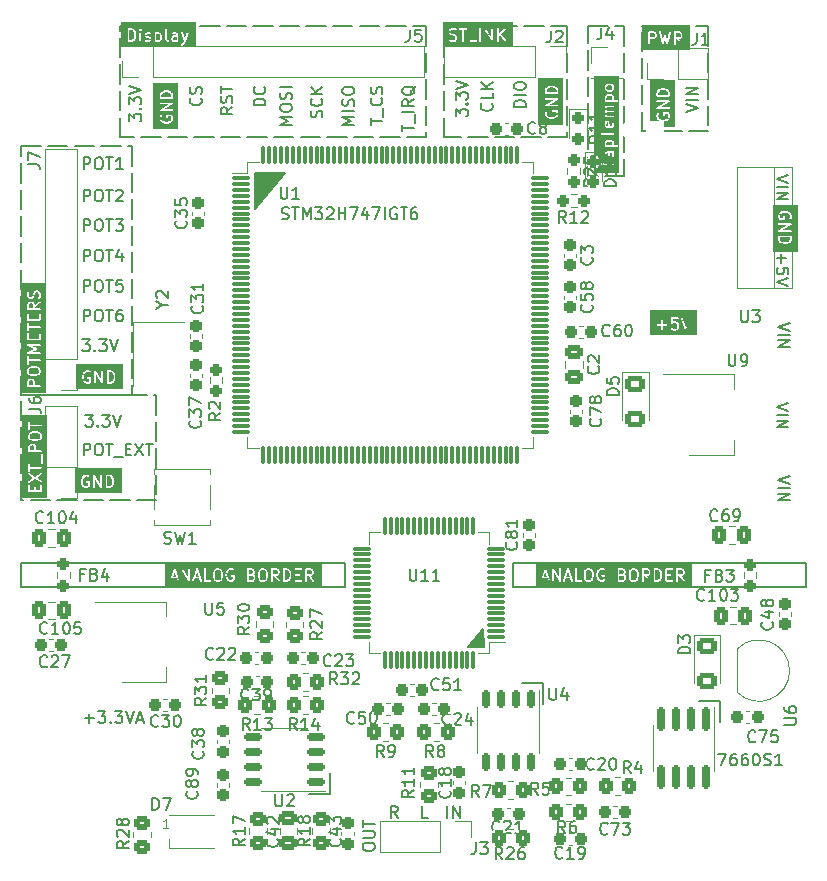
<source format=gto>
G04 #@! TF.GenerationSoftware,KiCad,Pcbnew,7.0.2*
G04 #@! TF.CreationDate,2023-11-03T22:13:06+01:00*
G04 #@! TF.ProjectId,stm_audio_board_V2,73746d5f-6175-4646-996f-5f626f617264,rev?*
G04 #@! TF.SameCoordinates,Original*
G04 #@! TF.FileFunction,Legend,Top*
G04 #@! TF.FilePolarity,Positive*
%FSLAX46Y46*%
G04 Gerber Fmt 4.6, Leading zero omitted, Abs format (unit mm)*
G04 Created by KiCad (PCBNEW 7.0.2) date 2023-11-03 22:13:06*
%MOMM*%
%LPD*%
G01*
G04 APERTURE LIST*
G04 Aperture macros list*
%AMRoundRect*
0 Rectangle with rounded corners*
0 $1 Rounding radius*
0 $2 $3 $4 $5 $6 $7 $8 $9 X,Y pos of 4 corners*
0 Add a 4 corners polygon primitive as box body*
4,1,4,$2,$3,$4,$5,$6,$7,$8,$9,$2,$3,0*
0 Add four circle primitives for the rounded corners*
1,1,$1+$1,$2,$3*
1,1,$1+$1,$4,$5*
1,1,$1+$1,$6,$7*
1,1,$1+$1,$8,$9*
0 Add four rect primitives between the rounded corners*
20,1,$1+$1,$2,$3,$4,$5,0*
20,1,$1+$1,$4,$5,$6,$7,0*
20,1,$1+$1,$6,$7,$8,$9,0*
20,1,$1+$1,$8,$9,$2,$3,0*%
G04 Aperture macros list end*
%ADD10C,0.150000*%
%ADD11C,0.120000*%
%ADD12RoundRect,0.237500X-0.237500X0.250000X-0.237500X-0.250000X0.237500X-0.250000X0.237500X0.250000X0*%
%ADD13RoundRect,0.237500X0.250000X0.237500X-0.250000X0.237500X-0.250000X-0.237500X0.250000X-0.237500X0*%
%ADD14RoundRect,0.237500X-0.237500X0.287500X-0.237500X-0.287500X0.237500X-0.287500X0.237500X0.287500X0*%
%ADD15R,1.725000X2.100000*%
%ADD16RoundRect,0.237500X0.300000X0.237500X-0.300000X0.237500X-0.300000X-0.237500X0.300000X-0.237500X0*%
%ADD17RoundRect,0.250000X-0.350000X-0.450000X0.350000X-0.450000X0.350000X0.450000X-0.350000X0.450000X0*%
%ADD18RoundRect,0.237500X0.237500X-0.300000X0.237500X0.300000X-0.237500X0.300000X-0.237500X-0.300000X0*%
%ADD19RoundRect,0.237500X-0.237500X0.300000X-0.237500X-0.300000X0.237500X-0.300000X0.237500X0.300000X0*%
%ADD20C,5.600000*%
%ADD21R,2.000000X1.905000*%
%ADD22O,2.000000X1.905000*%
%ADD23RoundRect,0.250000X0.337500X0.475000X-0.337500X0.475000X-0.337500X-0.475000X0.337500X-0.475000X0*%
%ADD24R,1.500000X1.050000*%
%ADD25O,1.500000X1.050000*%
%ADD26RoundRect,0.150000X0.625000X0.150000X-0.625000X0.150000X-0.625000X-0.150000X0.625000X-0.150000X0*%
%ADD27RoundRect,0.150000X-0.150000X0.625000X-0.150000X-0.625000X0.150000X-0.625000X0.150000X0.625000X0*%
%ADD28RoundRect,0.250001X-0.624999X0.462499X-0.624999X-0.462499X0.624999X-0.462499X0.624999X0.462499X0*%
%ADD29RoundRect,0.237500X-0.300000X-0.237500X0.300000X-0.237500X0.300000X0.237500X-0.300000X0.237500X0*%
%ADD30R,1.700000X1.700000*%
%ADD31RoundRect,0.075000X-0.675000X-0.075000X0.675000X-0.075000X0.675000X0.075000X-0.675000X0.075000X0*%
%ADD32RoundRect,0.075000X-0.075000X-0.675000X0.075000X-0.675000X0.075000X0.675000X-0.075000X0.675000X0*%
%ADD33O,1.700000X1.700000*%
%ADD34R,1.600000X1.400000*%
%ADD35RoundRect,0.250000X0.450000X-0.350000X0.450000X0.350000X-0.450000X0.350000X-0.450000X-0.350000X0*%
%ADD36RoundRect,0.250000X-0.450000X0.350000X-0.450000X-0.350000X0.450000X-0.350000X0.450000X0.350000X0*%
%ADD37RoundRect,0.250000X0.350000X0.450000X-0.350000X0.450000X-0.350000X-0.450000X0.350000X-0.450000X0*%
%ADD38R,1.000000X0.600000*%
%ADD39RoundRect,0.150000X-0.150000X0.825000X-0.150000X-0.825000X0.150000X-0.825000X0.150000X0.825000X0*%
%ADD40RoundRect,0.075000X0.700000X0.075000X-0.700000X0.075000X-0.700000X-0.075000X0.700000X-0.075000X0*%
%ADD41RoundRect,0.075000X0.075000X0.700000X-0.075000X0.700000X-0.075000X-0.700000X0.075000X-0.700000X0*%
%ADD42RoundRect,0.250000X0.475000X-0.337500X0.475000X0.337500X-0.475000X0.337500X-0.475000X-0.337500X0*%
%ADD43R,2.000000X1.500000*%
%ADD44R,2.000000X3.800000*%
%ADD45RoundRect,0.250000X-0.475000X0.337500X-0.475000X-0.337500X0.475000X-0.337500X0.475000X0.337500X0*%
%ADD46R,1.600000X1.600000*%
%ADD47C,1.600000*%
G04 APERTURE END LIST*
D10*
X188238095Y-104596666D02*
X189000000Y-104596666D01*
X188619047Y-104977619D02*
X188619047Y-104215714D01*
X189380952Y-103977619D02*
X189999999Y-103977619D01*
X189999999Y-103977619D02*
X189666666Y-104358571D01*
X189666666Y-104358571D02*
X189809523Y-104358571D01*
X189809523Y-104358571D02*
X189904761Y-104406190D01*
X189904761Y-104406190D02*
X189952380Y-104453809D01*
X189952380Y-104453809D02*
X189999999Y-104549047D01*
X189999999Y-104549047D02*
X189999999Y-104787142D01*
X189999999Y-104787142D02*
X189952380Y-104882380D01*
X189952380Y-104882380D02*
X189904761Y-104930000D01*
X189904761Y-104930000D02*
X189809523Y-104977619D01*
X189809523Y-104977619D02*
X189523809Y-104977619D01*
X189523809Y-104977619D02*
X189428571Y-104930000D01*
X189428571Y-104930000D02*
X189380952Y-104882380D01*
X190428571Y-104882380D02*
X190476190Y-104930000D01*
X190476190Y-104930000D02*
X190428571Y-104977619D01*
X190428571Y-104977619D02*
X190380952Y-104930000D01*
X190380952Y-104930000D02*
X190428571Y-104882380D01*
X190428571Y-104882380D02*
X190428571Y-104977619D01*
X190809523Y-103977619D02*
X191428570Y-103977619D01*
X191428570Y-103977619D02*
X191095237Y-104358571D01*
X191095237Y-104358571D02*
X191238094Y-104358571D01*
X191238094Y-104358571D02*
X191333332Y-104406190D01*
X191333332Y-104406190D02*
X191380951Y-104453809D01*
X191380951Y-104453809D02*
X191428570Y-104549047D01*
X191428570Y-104549047D02*
X191428570Y-104787142D01*
X191428570Y-104787142D02*
X191380951Y-104882380D01*
X191380951Y-104882380D02*
X191333332Y-104930000D01*
X191333332Y-104930000D02*
X191238094Y-104977619D01*
X191238094Y-104977619D02*
X190952380Y-104977619D01*
X190952380Y-104977619D02*
X190857142Y-104930000D01*
X190857142Y-104930000D02*
X190809523Y-104882380D01*
X191714285Y-103977619D02*
X192047618Y-104977619D01*
X192047618Y-104977619D02*
X192380951Y-103977619D01*
X192666666Y-104691904D02*
X193142856Y-104691904D01*
X192571428Y-104977619D02*
X192904761Y-103977619D01*
X192904761Y-103977619D02*
X193238094Y-104977619D01*
G36*
X247947380Y-64011638D02*
G01*
X247909208Y-64126152D01*
X247835095Y-64200265D01*
X247758109Y-64238758D01*
X247584575Y-64282142D01*
X247460186Y-64282142D01*
X247286653Y-64238758D01*
X247209664Y-64200264D01*
X247135551Y-64126151D01*
X247097380Y-64011639D01*
X247097380Y-63860714D01*
X247947380Y-63860714D01*
X247947380Y-64011638D01*
G37*
G36*
X248642857Y-65090476D02*
G01*
X246532143Y-65090476D01*
X246532143Y-64026635D01*
X246944265Y-64026635D01*
X246950803Y-64046248D01*
X246956623Y-64066069D01*
X246957729Y-64067027D01*
X246997571Y-64186548D01*
X247001395Y-64204127D01*
X247012236Y-64214968D01*
X247020982Y-64227552D01*
X247027527Y-64230259D01*
X247105556Y-64308288D01*
X247112000Y-64319138D01*
X247130501Y-64328388D01*
X247148623Y-64338284D01*
X247150083Y-64338179D01*
X247214986Y-64370631D01*
X247220921Y-64376943D01*
X247234298Y-64380287D01*
X247236578Y-64381427D01*
X247244710Y-64382890D01*
X247420788Y-64426909D01*
X247428930Y-64432142D01*
X247441718Y-64432142D01*
X247443222Y-64432518D01*
X247452468Y-64432142D01*
X247581466Y-64432142D01*
X247590635Y-64435244D01*
X247603043Y-64432142D01*
X247604591Y-64432142D01*
X247613460Y-64429537D01*
X247789515Y-64385523D01*
X247798129Y-64386454D01*
X247810462Y-64380287D01*
X247812935Y-64379669D01*
X247820062Y-64375486D01*
X247904652Y-64333191D01*
X247916984Y-64330509D01*
X247931611Y-64315881D01*
X247946729Y-64301820D01*
X247947091Y-64300401D01*
X248024939Y-64222553D01*
X248038948Y-64211275D01*
X248043795Y-64196733D01*
X248051141Y-64183281D01*
X248050635Y-64176213D01*
X248090558Y-64056445D01*
X248097380Y-64045831D01*
X248097380Y-64025151D01*
X248098126Y-64004512D01*
X248097380Y-64003253D01*
X248097380Y-63791073D01*
X248099750Y-63774590D01*
X248092830Y-63759437D01*
X248088137Y-63743454D01*
X248083824Y-63739717D01*
X248081454Y-63734526D01*
X248067437Y-63725518D01*
X248054851Y-63714612D01*
X248049204Y-63713800D01*
X248044402Y-63710714D01*
X248027740Y-63710714D01*
X248011256Y-63708344D01*
X248006066Y-63710714D01*
X247027740Y-63710714D01*
X247011256Y-63708344D01*
X246996103Y-63715263D01*
X246980120Y-63719957D01*
X246976383Y-63724269D01*
X246971192Y-63726640D01*
X246962184Y-63740656D01*
X246951278Y-63753243D01*
X246950466Y-63758889D01*
X246947380Y-63763692D01*
X246947380Y-63780354D01*
X246945010Y-63796838D01*
X246947380Y-63802027D01*
X246947380Y-64014407D01*
X246944265Y-64026635D01*
X246532143Y-64026635D01*
X246532143Y-63316607D01*
X246944536Y-63316607D01*
X246945309Y-63318564D01*
X246945010Y-63320647D01*
X246953346Y-63338902D01*
X246960723Y-63357568D01*
X246962431Y-63358796D01*
X246963306Y-63360711D01*
X246980190Y-63371561D01*
X246996486Y-63383276D01*
X246998588Y-63383385D01*
X247000358Y-63384523D01*
X247020427Y-63384523D01*
X247040470Y-63385567D01*
X247042297Y-63384523D01*
X248033162Y-63384523D01*
X248064640Y-63375280D01*
X248093482Y-63341994D01*
X248099750Y-63298399D01*
X248081454Y-63258335D01*
X248044402Y-63234523D01*
X247304797Y-63234523D01*
X248051954Y-62807576D01*
X248064640Y-62803852D01*
X248077779Y-62788688D01*
X248091697Y-62774221D01*
X248092104Y-62772155D01*
X248093482Y-62770566D01*
X248096337Y-62750705D01*
X248100224Y-62731011D01*
X248099450Y-62729053D01*
X248099750Y-62726971D01*
X248091413Y-62708715D01*
X248084037Y-62690050D01*
X248082328Y-62688821D01*
X248081454Y-62686907D01*
X248064569Y-62676056D01*
X248048274Y-62664342D01*
X248046171Y-62664232D01*
X248044402Y-62663095D01*
X248024333Y-62663095D01*
X248004290Y-62662051D01*
X248002463Y-62663095D01*
X247011598Y-62663095D01*
X246980120Y-62672338D01*
X246951278Y-62705624D01*
X246945010Y-62749219D01*
X246963306Y-62789283D01*
X247000358Y-62813095D01*
X247739963Y-62813095D01*
X246992805Y-63240041D01*
X246980120Y-63243766D01*
X246966980Y-63258929D01*
X246953063Y-63273397D01*
X246952655Y-63275462D01*
X246951278Y-63277052D01*
X246948422Y-63296912D01*
X246944536Y-63316607D01*
X246532143Y-63316607D01*
X246532143Y-62121873D01*
X246944265Y-62121873D01*
X246950803Y-62141486D01*
X246956623Y-62161307D01*
X246957729Y-62162265D01*
X246997571Y-62281786D01*
X247001395Y-62299365D01*
X247012236Y-62310206D01*
X247020982Y-62322790D01*
X247027527Y-62325497D01*
X247055018Y-62352988D01*
X247058545Y-62360711D01*
X247070287Y-62368257D01*
X247072210Y-62370180D01*
X247079318Y-62374061D01*
X247095597Y-62384523D01*
X247098478Y-62384523D01*
X247101004Y-62385902D01*
X247120285Y-62384523D01*
X247445592Y-62384523D01*
X247462076Y-62386893D01*
X247477228Y-62379973D01*
X247493212Y-62375280D01*
X247496948Y-62370967D01*
X247502140Y-62368597D01*
X247511147Y-62354580D01*
X247522054Y-62341994D01*
X247522865Y-62336347D01*
X247525952Y-62331545D01*
X247525952Y-62314882D01*
X247528322Y-62298399D01*
X247525952Y-62293209D01*
X247525952Y-62108265D01*
X247516709Y-62076787D01*
X247483423Y-62047945D01*
X247439828Y-62041677D01*
X247399764Y-62059973D01*
X247375952Y-62097025D01*
X247375952Y-62234523D01*
X247148685Y-62234523D01*
X247135551Y-62221389D01*
X247097380Y-62106877D01*
X247097380Y-62035979D01*
X247135552Y-61921465D01*
X247209664Y-61847353D01*
X247286650Y-61808859D01*
X247460186Y-61765476D01*
X247584574Y-61765476D01*
X247758107Y-61808859D01*
X247835097Y-61847354D01*
X247909208Y-61921465D01*
X247947380Y-62035979D01*
X247947380Y-62148960D01*
X247902857Y-62238007D01*
X247897047Y-62270295D01*
X247913920Y-62310978D01*
X247950110Y-62336081D01*
X247994126Y-62337633D01*
X248031995Y-62315142D01*
X248087658Y-62203814D01*
X248097380Y-62188688D01*
X248097380Y-62173358D01*
X248100094Y-62158275D01*
X248097379Y-62151731D01*
X248097380Y-62033210D01*
X248100495Y-62020983D01*
X248093955Y-62001363D01*
X248088137Y-61981549D01*
X248087030Y-61980590D01*
X248047188Y-61861061D01*
X248043366Y-61843491D01*
X248032527Y-61832652D01*
X248023780Y-61820066D01*
X248017232Y-61817357D01*
X247939204Y-61739329D01*
X247932761Y-61728480D01*
X247914260Y-61719229D01*
X247896138Y-61709334D01*
X247894677Y-61709438D01*
X247829773Y-61676986D01*
X247823839Y-61670675D01*
X247810461Y-61667330D01*
X247808182Y-61666191D01*
X247800049Y-61664727D01*
X247623972Y-61620708D01*
X247615831Y-61615476D01*
X247603043Y-61615476D01*
X247601539Y-61615100D01*
X247592293Y-61615476D01*
X247463295Y-61615476D01*
X247454126Y-61612374D01*
X247441718Y-61615476D01*
X247440170Y-61615476D01*
X247431300Y-61618080D01*
X247255243Y-61662094D01*
X247246632Y-61661165D01*
X247234301Y-61667330D01*
X247231826Y-61667949D01*
X247224687Y-61672136D01*
X247140107Y-61714426D01*
X247127777Y-61717109D01*
X247113157Y-61731728D01*
X247098032Y-61745798D01*
X247097669Y-61747216D01*
X247019824Y-61825061D01*
X247005813Y-61836342D01*
X247000964Y-61850886D01*
X246993620Y-61864337D01*
X246994125Y-61871403D01*
X246954201Y-61991172D01*
X246947380Y-62001787D01*
X246947380Y-62022466D01*
X246946634Y-62043106D01*
X246947380Y-62044364D01*
X246947380Y-62109645D01*
X246944265Y-62121873D01*
X246532143Y-62121873D01*
X246532143Y-61132143D01*
X248642857Y-61132143D01*
X248642857Y-65090476D01*
G37*
X247203333Y-65238095D02*
X247203333Y-66000000D01*
X246822380Y-65619047D02*
X247584285Y-65619047D01*
X247822380Y-66952380D02*
X247822380Y-66476190D01*
X247822380Y-66476190D02*
X247346190Y-66428571D01*
X247346190Y-66428571D02*
X247393809Y-66476190D01*
X247393809Y-66476190D02*
X247441428Y-66571428D01*
X247441428Y-66571428D02*
X247441428Y-66809523D01*
X247441428Y-66809523D02*
X247393809Y-66904761D01*
X247393809Y-66904761D02*
X247346190Y-66952380D01*
X247346190Y-66952380D02*
X247250952Y-66999999D01*
X247250952Y-66999999D02*
X247012857Y-66999999D01*
X247012857Y-66999999D02*
X246917619Y-66952380D01*
X246917619Y-66952380D02*
X246870000Y-66904761D01*
X246870000Y-66904761D02*
X246822380Y-66809523D01*
X246822380Y-66809523D02*
X246822380Y-66571428D01*
X246822380Y-66571428D02*
X246870000Y-66476190D01*
X246870000Y-66476190D02*
X246917619Y-66428571D01*
X247822380Y-67285714D02*
X246822380Y-67619047D01*
X246822380Y-67619047D02*
X247822380Y-67952380D01*
X247822380Y-58595238D02*
X246822380Y-58928571D01*
X246822380Y-58928571D02*
X247822380Y-59261904D01*
X246822380Y-59595238D02*
X247822380Y-59595238D01*
X246822380Y-60071428D02*
X247822380Y-60071428D01*
X247822380Y-60071428D02*
X246822380Y-60642856D01*
X246822380Y-60642856D02*
X247822380Y-60642856D01*
X247922380Y-84095238D02*
X246922380Y-84428571D01*
X246922380Y-84428571D02*
X247922380Y-84761904D01*
X246922380Y-85095238D02*
X247922380Y-85095238D01*
X246922380Y-85571428D02*
X247922380Y-85571428D01*
X247922380Y-85571428D02*
X246922380Y-86142856D01*
X246922380Y-86142856D02*
X247922380Y-86142856D01*
X247822380Y-77895238D02*
X246822380Y-78228571D01*
X246822380Y-78228571D02*
X247822380Y-78561904D01*
X246822380Y-78895238D02*
X247822380Y-78895238D01*
X246822380Y-79371428D02*
X247822380Y-79371428D01*
X247822380Y-79371428D02*
X246822380Y-79942856D01*
X246822380Y-79942856D02*
X247822380Y-79942856D01*
G36*
X240090476Y-72167857D02*
G01*
X236132143Y-72167857D01*
X236132143Y-71307790D01*
X236660725Y-71307790D01*
X236679021Y-71347854D01*
X236716073Y-71371666D01*
X237044047Y-71371666D01*
X237044047Y-71688401D01*
X237053290Y-71719879D01*
X237086576Y-71748721D01*
X237130171Y-71754989D01*
X237170235Y-71736693D01*
X237194047Y-71699641D01*
X237194047Y-71576803D01*
X237850604Y-71576803D01*
X237859966Y-71619840D01*
X237916507Y-71676383D01*
X237922952Y-71687234D01*
X237941463Y-71696489D01*
X237959574Y-71706379D01*
X237961033Y-71706274D01*
X238034279Y-71742897D01*
X238049406Y-71752619D01*
X238064736Y-71752619D01*
X238079819Y-71755333D01*
X238086363Y-71752619D01*
X238305483Y-71752619D01*
X238323367Y-71754550D01*
X238337080Y-71747693D01*
X238351783Y-71743376D01*
X238356421Y-71738022D01*
X238429889Y-71701287D01*
X238442223Y-71698605D01*
X238456854Y-71683972D01*
X238471967Y-71669916D01*
X238472329Y-71668496D01*
X238498763Y-71642062D01*
X238509614Y-71635618D01*
X238518870Y-71617104D01*
X238528760Y-71598994D01*
X238528655Y-71597534D01*
X238565277Y-71524290D01*
X238574999Y-71509164D01*
X238574998Y-71493834D01*
X238577713Y-71478751D01*
X238574999Y-71472207D01*
X238574998Y-71253077D01*
X238576929Y-71235203D01*
X238570074Y-71221493D01*
X238565756Y-71206787D01*
X238560401Y-71202147D01*
X238523667Y-71128678D01*
X238520985Y-71116348D01*
X238506365Y-71101728D01*
X238492296Y-71086603D01*
X238490877Y-71086240D01*
X238464442Y-71059805D01*
X238457999Y-71048956D01*
X238439498Y-71039705D01*
X238421376Y-71029810D01*
X238419915Y-71029914D01*
X238346674Y-70993294D01*
X238331545Y-70983571D01*
X238316215Y-70983571D01*
X238301132Y-70980857D01*
X238294588Y-70983571D01*
X238075459Y-70983571D01*
X238057584Y-70981641D01*
X238043874Y-70988495D01*
X238029168Y-70992814D01*
X238024528Y-70998168D01*
X238019245Y-71000810D01*
X238044064Y-70752619D01*
X238463162Y-70752619D01*
X238494640Y-70743376D01*
X238523482Y-70710090D01*
X238527744Y-70680444D01*
X238707599Y-70680444D01*
X239043606Y-71688468D01*
X239043301Y-71696916D01*
X239050433Y-71708949D01*
X239051305Y-71711564D01*
X239055913Y-71718195D01*
X239065758Y-71734804D01*
X239068364Y-71736110D01*
X239070028Y-71738504D01*
X239087870Y-71745884D01*
X239105134Y-71754536D01*
X239108033Y-71754225D01*
X239110727Y-71755340D01*
X239129714Y-71751905D01*
X239148927Y-71749849D01*
X239151200Y-71748018D01*
X239154067Y-71747500D01*
X239168185Y-71734343D01*
X239183234Y-71722228D01*
X239184156Y-71719461D01*
X239186289Y-71717474D01*
X239191055Y-71698763D01*
X239526941Y-70691108D01*
X239528126Y-70658322D01*
X239505669Y-70620434D01*
X239466293Y-70600702D01*
X239422499Y-70605390D01*
X239388193Y-70633010D01*
X239119047Y-71440447D01*
X238853456Y-70643673D01*
X238834733Y-70616733D01*
X238794034Y-70599897D01*
X238750694Y-70607737D01*
X238718472Y-70637764D01*
X238707599Y-70680444D01*
X238527744Y-70680444D01*
X238529750Y-70666495D01*
X238511454Y-70626431D01*
X238474402Y-70602619D01*
X237985325Y-70602619D01*
X237972820Y-70599526D01*
X237953508Y-70606112D01*
X237933930Y-70611862D01*
X237932786Y-70613181D01*
X237931134Y-70613745D01*
X237918442Y-70629736D01*
X237905088Y-70645148D01*
X237904839Y-70646874D01*
X237903753Y-70648244D01*
X237901720Y-70668570D01*
X237898820Y-70688743D01*
X237899544Y-70690329D01*
X237855456Y-71131214D01*
X237852191Y-71137194D01*
X237853303Y-71152741D01*
X237852870Y-71157075D01*
X237854069Y-71163451D01*
X237855334Y-71181125D01*
X237858085Y-71184800D01*
X237858935Y-71189316D01*
X237871108Y-71202197D01*
X237881728Y-71216384D01*
X237886031Y-71217989D01*
X237889186Y-71221327D01*
X237906387Y-71225581D01*
X237922995Y-71231776D01*
X237927483Y-71230799D01*
X237931941Y-71231902D01*
X237948710Y-71226182D01*
X237966032Y-71222414D01*
X237969280Y-71219165D01*
X237973627Y-71217683D01*
X237984644Y-71203801D01*
X238020616Y-71167829D01*
X238089132Y-71133571D01*
X238291817Y-71133571D01*
X238360335Y-71167830D01*
X238390740Y-71198235D01*
X238424999Y-71266751D01*
X238424999Y-71469436D01*
X238390740Y-71537953D01*
X238360332Y-71568361D01*
X238291818Y-71602619D01*
X238089134Y-71602619D01*
X238020616Y-71568360D01*
X237973981Y-71521723D01*
X237945187Y-71506001D01*
X237901256Y-71509143D01*
X237865997Y-71535536D01*
X237850604Y-71576803D01*
X237194047Y-71576803D01*
X237194047Y-71371666D01*
X237510782Y-71371666D01*
X237542260Y-71362423D01*
X237571102Y-71329137D01*
X237577370Y-71285542D01*
X237559074Y-71245478D01*
X237522022Y-71221666D01*
X237194047Y-71221666D01*
X237194047Y-70904932D01*
X237184804Y-70873454D01*
X237151518Y-70844612D01*
X237107923Y-70838344D01*
X237067859Y-70856640D01*
X237044047Y-70893692D01*
X237044047Y-71221666D01*
X236727313Y-71221666D01*
X236695835Y-71230909D01*
X236666993Y-71264195D01*
X236660725Y-71307790D01*
X236132143Y-71307790D01*
X236132143Y-70057143D01*
X240090476Y-70057143D01*
X240090476Y-72167857D01*
G37*
X247922380Y-71095238D02*
X246922380Y-71428571D01*
X246922380Y-71428571D02*
X247922380Y-71761904D01*
X246922380Y-72095238D02*
X247922380Y-72095238D01*
X246922380Y-72571428D02*
X247922380Y-72571428D01*
X247922380Y-72571428D02*
X246922380Y-73142856D01*
X246922380Y-73142856D02*
X247922380Y-73142856D01*
X210312000Y-91440000D02*
X210312000Y-93472000D01*
X227076000Y-101600000D02*
X227076000Y-103378000D01*
X182880000Y-77216000D02*
X184530000Y-77216000D01*
X185130000Y-77216000D02*
X186780000Y-77216000D01*
X187380000Y-77216000D02*
X189030000Y-77216000D01*
X189630000Y-77216000D02*
X191280000Y-77216000D01*
X191880000Y-77216000D02*
X193530000Y-77216000D01*
X194130000Y-77216000D02*
X194310000Y-77216000D01*
X194310000Y-77216000D02*
X194310000Y-78866000D01*
X194310000Y-79466000D02*
X194310000Y-81116000D01*
X194310000Y-81716000D02*
X194310000Y-83366000D01*
X194310000Y-83966000D02*
X194310000Y-85616000D01*
X194310000Y-86106000D02*
X192660000Y-86106000D01*
X192060000Y-86106000D02*
X190410000Y-86106000D01*
X189810000Y-86106000D02*
X188160000Y-86106000D01*
X187560000Y-86106000D02*
X185910000Y-86106000D01*
X185310000Y-86106000D02*
X183660000Y-86106000D01*
X183060000Y-86106000D02*
X182880000Y-86106000D01*
X182880000Y-86106000D02*
X182880000Y-84456000D01*
X182880000Y-83856000D02*
X182880000Y-82206000D01*
X182880000Y-81606000D02*
X182880000Y-79956000D01*
X182880000Y-79356000D02*
X182880000Y-77706000D01*
X182880000Y-91440000D02*
X210312000Y-91440000D01*
X209042000Y-109220000D02*
X209042000Y-110998000D01*
X209042000Y-110998000D02*
X207264000Y-110998000D01*
X225298000Y-101600000D02*
X227076000Y-101600000D01*
X240284000Y-103124000D02*
X242062000Y-103124000D01*
X182880000Y-56134000D02*
X184530000Y-56134000D01*
X185130000Y-56134000D02*
X186780000Y-56134000D01*
X187380000Y-56134000D02*
X189030000Y-56134000D01*
X189630000Y-56134000D02*
X191280000Y-56134000D01*
X191880000Y-56134000D02*
X192278000Y-56134000D01*
X192278000Y-56134000D02*
X192278000Y-57784000D01*
X192278000Y-58384000D02*
X192278000Y-60034000D01*
X192278000Y-60634000D02*
X192278000Y-62284000D01*
X192278000Y-62884000D02*
X192278000Y-64534000D01*
X192278000Y-65134000D02*
X192278000Y-66784000D01*
X192278000Y-67384000D02*
X192278000Y-69034000D01*
X192278000Y-69634000D02*
X192278000Y-71284000D01*
X192278000Y-71884000D02*
X192278000Y-73534000D01*
X192278000Y-74134000D02*
X192278000Y-75784000D01*
X192278000Y-76384000D02*
X192278000Y-77241400D01*
X192278000Y-77241400D02*
X190628000Y-77241400D01*
X190028000Y-77241400D02*
X188378000Y-77241400D01*
X187778000Y-77241400D02*
X186128000Y-77241400D01*
X185528000Y-77241400D02*
X183878000Y-77241400D01*
X183278000Y-77241400D02*
X182880000Y-77241400D01*
X182880000Y-77241400D02*
X182880000Y-75591400D01*
X182880000Y-74991400D02*
X182880000Y-73341400D01*
X182880000Y-72741400D02*
X182880000Y-71091400D01*
X182880000Y-70491400D02*
X182880000Y-68841400D01*
X182880000Y-68241400D02*
X182880000Y-66591400D01*
X182880000Y-65991400D02*
X182880000Y-64341400D01*
X182880000Y-63741400D02*
X182880000Y-62091400D01*
X182880000Y-61491400D02*
X182880000Y-59841400D01*
X182880000Y-59241400D02*
X182880000Y-57591400D01*
X182880000Y-56991400D02*
X182880000Y-56134000D01*
X218694000Y-45974000D02*
X220344000Y-45974000D01*
X220944000Y-45974000D02*
X222594000Y-45974000D01*
X223194000Y-45974000D02*
X224844000Y-45974000D01*
X225444000Y-45974000D02*
X227094000Y-45974000D01*
X227694000Y-45974000D02*
X229108000Y-45974000D01*
X229108000Y-45974000D02*
X229108000Y-47624000D01*
X229108000Y-48224000D02*
X229108000Y-49874000D01*
X229108000Y-50474000D02*
X229108000Y-52124000D01*
X229108000Y-52724000D02*
X229108000Y-54374000D01*
X229108000Y-54974000D02*
X229108000Y-55372000D01*
X229108000Y-55372000D02*
X227458000Y-55372000D01*
X226858000Y-55372000D02*
X225208000Y-55372000D01*
X224608000Y-55372000D02*
X222958000Y-55372000D01*
X222358000Y-55372000D02*
X220708000Y-55372000D01*
X220108000Y-55372000D02*
X218694000Y-55372000D01*
X218694000Y-55372000D02*
X218694000Y-53722000D01*
X218694000Y-53122000D02*
X218694000Y-51472000D01*
X218694000Y-50872000D02*
X218694000Y-49222000D01*
X218694000Y-48622000D02*
X218694000Y-46972000D01*
X218694000Y-46372000D02*
X218694000Y-45974000D01*
X224536000Y-93472000D02*
X249326400Y-93472000D01*
X235458000Y-45974000D02*
X237108000Y-45974000D01*
X237708000Y-45974000D02*
X239358000Y-45974000D01*
X239958000Y-45974000D02*
X241046000Y-45974000D01*
X241046000Y-45974000D02*
X241046000Y-47624000D01*
X241046000Y-48224000D02*
X241046000Y-49874000D01*
X241046000Y-50474000D02*
X241046000Y-52124000D01*
X241046000Y-52724000D02*
X241046000Y-54374000D01*
X241046000Y-54864000D02*
X239396000Y-54864000D01*
X238796000Y-54864000D02*
X237146000Y-54864000D01*
X236546000Y-54864000D02*
X235458000Y-54864000D01*
X235458000Y-54864000D02*
X235458000Y-53214000D01*
X235458000Y-52614000D02*
X235458000Y-50964000D01*
X235458000Y-50364000D02*
X235458000Y-48714000D01*
X235458000Y-48114000D02*
X235458000Y-46464000D01*
X249326400Y-91440000D02*
X224536000Y-91440000D01*
X230886000Y-45974000D02*
X232536000Y-45974000D01*
X233136000Y-45974000D02*
X233934000Y-45974000D01*
X233934000Y-45974000D02*
X233934000Y-47624000D01*
X233934000Y-48224000D02*
X233934000Y-49874000D01*
X233934000Y-50474000D02*
X233934000Y-52124000D01*
X233934000Y-52724000D02*
X233934000Y-54374000D01*
X233934000Y-54974000D02*
X233934000Y-56624000D01*
X233934000Y-57224000D02*
X233934000Y-58674000D01*
X233934000Y-58674000D02*
X232284000Y-58674000D01*
X231684000Y-58674000D02*
X230886000Y-58674000D01*
X230886000Y-58674000D02*
X230886000Y-57024000D01*
X230886000Y-56424000D02*
X230886000Y-54774000D01*
X230886000Y-54174000D02*
X230886000Y-52524000D01*
X230886000Y-51924000D02*
X230886000Y-50274000D01*
X230886000Y-49674000D02*
X230886000Y-48024000D01*
X230886000Y-47424000D02*
X230886000Y-45974000D01*
X242062000Y-103124000D02*
X242062000Y-104902000D01*
X191262000Y-45974000D02*
X192912000Y-45974000D01*
X193512000Y-45974000D02*
X195162000Y-45974000D01*
X195762000Y-45974000D02*
X197412000Y-45974000D01*
X198012000Y-45974000D02*
X199662000Y-45974000D01*
X200262000Y-45974000D02*
X201912000Y-45974000D01*
X202512000Y-45974000D02*
X204162000Y-45974000D01*
X204762000Y-45974000D02*
X206412000Y-45974000D01*
X207012000Y-45974000D02*
X208662000Y-45974000D01*
X209262000Y-45974000D02*
X210912000Y-45974000D01*
X211512000Y-45974000D02*
X213162000Y-45974000D01*
X213762000Y-45974000D02*
X215412000Y-45974000D01*
X216012000Y-45974000D02*
X217170000Y-45974000D01*
X217170000Y-45974000D02*
X217170000Y-47624000D01*
X217170000Y-48224000D02*
X217170000Y-49874000D01*
X217170000Y-50474000D02*
X217170000Y-52124000D01*
X217170000Y-52724000D02*
X217170000Y-54374000D01*
X217170000Y-54974000D02*
X217170000Y-55372000D01*
X217170000Y-55372000D02*
X215520000Y-55372000D01*
X214920000Y-55372000D02*
X213270000Y-55372000D01*
X212670000Y-55372000D02*
X211020000Y-55372000D01*
X210420000Y-55372000D02*
X208770000Y-55372000D01*
X208170000Y-55372000D02*
X206520000Y-55372000D01*
X205920000Y-55372000D02*
X204270000Y-55372000D01*
X203670000Y-55372000D02*
X202020000Y-55372000D01*
X201420000Y-55372000D02*
X199770000Y-55372000D01*
X199170000Y-55372000D02*
X197520000Y-55372000D01*
X196920000Y-55372000D02*
X195270000Y-55372000D01*
X194670000Y-55372000D02*
X193020000Y-55372000D01*
X192420000Y-55372000D02*
X191262000Y-55372000D01*
X191262000Y-55372000D02*
X191262000Y-53722000D01*
X191262000Y-53122000D02*
X191262000Y-51472000D01*
X191262000Y-50872000D02*
X191262000Y-49222000D01*
X191262000Y-48622000D02*
X191262000Y-46972000D01*
X191262000Y-46372000D02*
X191262000Y-45974000D01*
X224536000Y-91440000D02*
X224536000Y-93472000D01*
X222020820Y-98537016D02*
X220730000Y-98537016D01*
X222000000Y-97038000D01*
X222020820Y-98537016D01*
G36*
X222020820Y-98537016D02*
G01*
X220730000Y-98537016D01*
X222000000Y-97038000D01*
X222020820Y-98537016D01*
G37*
X202692000Y-61468000D02*
X202692000Y-58420000D01*
X205232000Y-58420000D01*
X202692000Y-61468000D01*
G36*
X202692000Y-61468000D02*
G01*
X202692000Y-58420000D01*
X205232000Y-58420000D01*
X202692000Y-61468000D01*
G37*
X210312000Y-93472000D02*
X182880000Y-93472000D01*
X249326400Y-93472000D02*
X249326400Y-91440000D01*
X182880000Y-93472000D02*
X182880000Y-91440000D01*
G36*
X235920430Y-92052477D02*
G01*
X235950836Y-92082883D01*
X235985095Y-92151399D01*
X235985095Y-92258846D01*
X235950836Y-92327363D01*
X235920429Y-92357770D01*
X235851914Y-92392028D01*
X235730634Y-92392028D01*
X235712589Y-92390158D01*
X235708889Y-92392028D01*
X235563667Y-92392028D01*
X235563667Y-92018219D01*
X235851913Y-92018219D01*
X235920430Y-92052477D01*
G37*
G36*
X236829105Y-92056390D02*
G01*
X236903217Y-92130502D01*
X236941711Y-92207488D01*
X236985095Y-92381023D01*
X236985095Y-92505412D01*
X236941711Y-92678945D01*
X236903217Y-92755934D01*
X236829105Y-92830047D01*
X236714590Y-92868219D01*
X236563667Y-92868219D01*
X236563667Y-92018219D01*
X236714592Y-92018219D01*
X236829105Y-92056390D01*
G37*
G36*
X227384609Y-92582504D02*
G01*
X227116533Y-92582504D01*
X227250571Y-92180390D01*
X227384609Y-92582504D01*
G37*
G36*
X229289371Y-92582504D02*
G01*
X229021295Y-92582504D01*
X229155333Y-92180390D01*
X229289371Y-92582504D01*
G37*
G36*
X231063288Y-92052478D02*
G01*
X231135229Y-92124419D01*
X231175571Y-92285786D01*
X231175571Y-92600651D01*
X231135229Y-92762018D01*
X231063285Y-92833961D01*
X230994771Y-92868219D01*
X230839706Y-92868219D01*
X230771187Y-92833960D01*
X230699246Y-92762018D01*
X230658905Y-92600651D01*
X230658905Y-92285786D01*
X230699246Y-92124419D01*
X230771188Y-92052477D01*
X230839704Y-92018219D01*
X230994770Y-92018219D01*
X231063288Y-92052478D01*
G37*
G36*
X234872812Y-92052478D02*
G01*
X234944753Y-92124419D01*
X234985095Y-92285786D01*
X234985095Y-92600651D01*
X234944753Y-92762018D01*
X234872809Y-92833961D01*
X234804295Y-92868219D01*
X234649230Y-92868219D01*
X234580711Y-92833960D01*
X234508770Y-92762018D01*
X234468428Y-92600650D01*
X234468428Y-92285786D01*
X234508770Y-92124419D01*
X234580712Y-92052477D01*
X234649228Y-92018219D01*
X234804294Y-92018219D01*
X234872812Y-92052478D01*
G37*
G36*
X233876724Y-92532580D02*
G01*
X233903217Y-92559073D01*
X233937476Y-92627589D01*
X233937476Y-92735036D01*
X233903217Y-92803553D01*
X233872809Y-92833961D01*
X233804295Y-92868219D01*
X233516048Y-92868219D01*
X233516048Y-92494409D01*
X233762211Y-92494409D01*
X233876724Y-92532580D01*
G37*
G36*
X233825193Y-92052478D02*
G01*
X233855598Y-92082883D01*
X233889857Y-92151399D01*
X233889857Y-92211227D01*
X233855598Y-92279744D01*
X233825191Y-92310151D01*
X233757960Y-92343766D01*
X233755084Y-92343663D01*
X233753825Y-92344409D01*
X233516048Y-92344409D01*
X233516048Y-92018219D01*
X233756675Y-92018219D01*
X233825193Y-92052478D01*
G37*
G36*
X238825193Y-92052478D02*
G01*
X238855598Y-92082883D01*
X238889857Y-92151399D01*
X238889856Y-92258846D01*
X238855598Y-92327363D01*
X238825191Y-92357770D01*
X238756676Y-92392028D01*
X238635396Y-92392028D01*
X238617351Y-92390158D01*
X238613651Y-92392028D01*
X238468429Y-92392028D01*
X238468429Y-92018219D01*
X238756675Y-92018219D01*
X238825193Y-92052478D01*
G37*
G36*
X239698191Y-93433457D02*
G01*
X226454143Y-93433457D01*
X226454143Y-92962516D01*
X226841492Y-92962516D01*
X226863949Y-93000404D01*
X226903325Y-93020136D01*
X226947118Y-93015449D01*
X226981425Y-92987828D01*
X227066533Y-92732504D01*
X227434609Y-92732504D01*
X227516162Y-92977164D01*
X227534885Y-93004104D01*
X227575584Y-93020940D01*
X227618924Y-93013100D01*
X227651146Y-92983074D01*
X227662019Y-92940393D01*
X227565426Y-92650616D01*
X227566036Y-92646380D01*
X227558552Y-92629992D01*
X227335658Y-91961309D01*
X227841194Y-91961309D01*
X227842238Y-91963136D01*
X227842238Y-92954001D01*
X227851481Y-92985479D01*
X227884767Y-93014321D01*
X227928362Y-93020589D01*
X227968426Y-93002293D01*
X227992238Y-92965241D01*
X227992238Y-92225636D01*
X228419184Y-92972793D01*
X228422909Y-92985479D01*
X228438072Y-92998618D01*
X228452540Y-93012536D01*
X228454605Y-93012943D01*
X228456195Y-93014321D01*
X228476055Y-93017176D01*
X228495750Y-93021063D01*
X228497707Y-93020289D01*
X228499790Y-93020589D01*
X228518045Y-93012252D01*
X228536711Y-93004876D01*
X228537939Y-93003167D01*
X228539854Y-93002293D01*
X228550704Y-92985408D01*
X228562419Y-92969113D01*
X228562528Y-92967010D01*
X228563666Y-92965241D01*
X228563666Y-92962516D01*
X228746254Y-92962516D01*
X228768711Y-93000404D01*
X228808087Y-93020136D01*
X228851880Y-93015449D01*
X228886187Y-92987828D01*
X228971295Y-92732504D01*
X229339371Y-92732504D01*
X229420924Y-92977164D01*
X229439647Y-93004104D01*
X229480346Y-93020940D01*
X229523686Y-93013100D01*
X229555908Y-92983074D01*
X229563227Y-92954343D01*
X229744630Y-92954343D01*
X229751549Y-92969495D01*
X229756243Y-92985479D01*
X229760555Y-92989215D01*
X229762926Y-92994407D01*
X229776942Y-93003414D01*
X229789529Y-93014321D01*
X229795175Y-93015132D01*
X229799978Y-93018219D01*
X229816640Y-93018219D01*
X229833124Y-93020589D01*
X229838314Y-93018219D01*
X230308972Y-93018219D01*
X230340450Y-93008976D01*
X230369292Y-92975690D01*
X230375560Y-92932095D01*
X230357264Y-92892031D01*
X230320212Y-92868219D01*
X229897000Y-92868219D01*
X229897000Y-92606711D01*
X230505803Y-92606711D01*
X230508905Y-92619119D01*
X230508905Y-92620667D01*
X230511509Y-92629536D01*
X230558485Y-92817442D01*
X230562919Y-92837822D01*
X230571699Y-92846602D01*
X230577980Y-92857307D01*
X230586948Y-92861851D01*
X230667079Y-92941983D01*
X230673524Y-92952834D01*
X230692025Y-92962084D01*
X230710147Y-92971980D01*
X230711607Y-92971875D01*
X230784851Y-93008497D01*
X230799978Y-93018219D01*
X230815308Y-93018219D01*
X230830391Y-93020933D01*
X230836935Y-93018219D01*
X231008436Y-93018219D01*
X231026320Y-93020150D01*
X231040033Y-93013293D01*
X231054736Y-93008976D01*
X231059374Y-93003622D01*
X231132843Y-92966887D01*
X231145175Y-92964205D01*
X231159800Y-92949579D01*
X231174920Y-92935516D01*
X231175282Y-92934096D01*
X231255165Y-92854213D01*
X231270372Y-92839916D01*
X231273383Y-92827868D01*
X231279332Y-92816975D01*
X231278614Y-92806945D01*
X231320338Y-92640048D01*
X231325571Y-92631907D01*
X231325571Y-92619119D01*
X231325947Y-92617615D01*
X231325571Y-92608368D01*
X231325571Y-92511473D01*
X231553422Y-92511473D01*
X231556524Y-92523880D01*
X231556524Y-92525429D01*
X231559128Y-92534298D01*
X231603142Y-92710353D01*
X231602212Y-92718967D01*
X231608378Y-92731300D01*
X231608997Y-92733773D01*
X231613179Y-92740900D01*
X231655474Y-92825490D01*
X231658157Y-92837822D01*
X231672786Y-92852451D01*
X231686846Y-92867567D01*
X231688264Y-92867929D01*
X231766112Y-92945778D01*
X231777391Y-92959787D01*
X231791932Y-92964634D01*
X231805385Y-92971980D01*
X231812453Y-92971474D01*
X231932220Y-93011397D01*
X231942835Y-93018219D01*
X231963514Y-93018219D01*
X231984154Y-93018965D01*
X231985413Y-93018219D01*
X232050693Y-93018219D01*
X232062920Y-93021334D01*
X232082532Y-93014796D01*
X232102355Y-93008976D01*
X232103313Y-93007869D01*
X232222837Y-92968028D01*
X232240414Y-92964205D01*
X232250274Y-92954343D01*
X233363678Y-92954343D01*
X233370597Y-92969495D01*
X233375291Y-92985479D01*
X233379603Y-92989215D01*
X233381974Y-92994407D01*
X233395990Y-93003414D01*
X233408577Y-93014321D01*
X233414223Y-93015132D01*
X233419026Y-93018219D01*
X233435688Y-93018219D01*
X233452172Y-93020589D01*
X233457362Y-93018219D01*
X233817960Y-93018219D01*
X233835844Y-93020150D01*
X233849557Y-93013293D01*
X233864260Y-93008976D01*
X233868898Y-93003622D01*
X233942366Y-92966887D01*
X233954700Y-92964205D01*
X233969331Y-92949572D01*
X233984444Y-92935516D01*
X233984806Y-92934096D01*
X234011240Y-92907662D01*
X234022091Y-92901218D01*
X234031347Y-92882704D01*
X234041237Y-92864594D01*
X234041132Y-92863134D01*
X234077754Y-92789890D01*
X234087476Y-92774764D01*
X234087476Y-92759434D01*
X234090190Y-92744351D01*
X234087476Y-92737807D01*
X234087476Y-92613915D01*
X234088254Y-92606711D01*
X234315327Y-92606711D01*
X234318428Y-92619118D01*
X234318429Y-92620667D01*
X234321033Y-92629536D01*
X234368009Y-92817442D01*
X234372443Y-92837822D01*
X234381223Y-92846602D01*
X234387504Y-92857307D01*
X234396472Y-92861851D01*
X234476603Y-92941983D01*
X234483048Y-92952834D01*
X234501549Y-92962084D01*
X234519671Y-92971980D01*
X234521131Y-92971875D01*
X234594375Y-93008497D01*
X234609502Y-93018219D01*
X234624832Y-93018219D01*
X234639915Y-93020933D01*
X234646459Y-93018219D01*
X234817960Y-93018219D01*
X234835844Y-93020150D01*
X234849557Y-93013293D01*
X234864260Y-93008976D01*
X234868898Y-93003622D01*
X234942367Y-92966887D01*
X234954699Y-92964205D01*
X234969324Y-92949579D01*
X234984444Y-92935516D01*
X234984806Y-92934096D01*
X235064689Y-92854213D01*
X235079896Y-92839916D01*
X235082907Y-92827868D01*
X235088856Y-92816975D01*
X235088138Y-92806945D01*
X235129862Y-92640048D01*
X235135095Y-92631907D01*
X235135095Y-92619119D01*
X235135471Y-92617615D01*
X235135095Y-92608368D01*
X235135095Y-92478152D01*
X235411297Y-92478152D01*
X235413667Y-92483341D01*
X235413667Y-92954001D01*
X235422910Y-92985479D01*
X235456196Y-93014321D01*
X235499791Y-93020589D01*
X235539855Y-93002293D01*
X235563667Y-92965241D01*
X235563667Y-92542028D01*
X235687713Y-92542028D01*
X236004836Y-92995062D01*
X236030459Y-93015549D01*
X236074268Y-93020089D01*
X236113577Y-93000224D01*
X236135907Y-92962260D01*
X236135594Y-92954343D01*
X236411297Y-92954343D01*
X236418216Y-92969495D01*
X236422910Y-92985479D01*
X236427222Y-92989215D01*
X236429593Y-92994407D01*
X236443609Y-93003414D01*
X236456196Y-93014321D01*
X236461842Y-93015132D01*
X236466645Y-93018219D01*
X236483307Y-93018219D01*
X236499791Y-93020589D01*
X236504981Y-93018219D01*
X236717360Y-93018219D01*
X236729587Y-93021334D01*
X236749199Y-93014796D01*
X236769022Y-93008976D01*
X236769980Y-93007869D01*
X236889506Y-92968027D01*
X236907080Y-92964205D01*
X236916941Y-92954343D01*
X237411297Y-92954343D01*
X237418216Y-92969495D01*
X237422910Y-92985479D01*
X237427222Y-92989215D01*
X237429593Y-92994407D01*
X237443609Y-93003414D01*
X237456196Y-93014321D01*
X237461842Y-93015132D01*
X237466645Y-93018219D01*
X237483307Y-93018219D01*
X237499791Y-93020589D01*
X237504981Y-93018219D01*
X237975639Y-93018219D01*
X238007117Y-93008976D01*
X238035959Y-92975690D01*
X238042227Y-92932095D01*
X238023931Y-92892031D01*
X237986879Y-92868219D01*
X237563667Y-92868219D01*
X237563667Y-92494409D01*
X237832782Y-92494409D01*
X237864260Y-92485166D01*
X237870338Y-92478152D01*
X238316059Y-92478152D01*
X238318429Y-92483341D01*
X238318429Y-92954001D01*
X238327672Y-92985479D01*
X238360958Y-93014321D01*
X238404553Y-93020589D01*
X238444617Y-93002293D01*
X238468429Y-92965241D01*
X238468429Y-92542028D01*
X238592475Y-92542028D01*
X238909598Y-92995062D01*
X238935221Y-93015549D01*
X238979030Y-93020089D01*
X239018339Y-93000224D01*
X239040669Y-92962260D01*
X239038928Y-92918251D01*
X238776000Y-92542639D01*
X238788225Y-92543959D01*
X238801938Y-92537102D01*
X238816641Y-92532785D01*
X238821279Y-92527431D01*
X238894748Y-92490696D01*
X238907080Y-92488014D01*
X238921707Y-92473386D01*
X238936825Y-92459325D01*
X238937187Y-92457906D01*
X238963622Y-92431471D01*
X238974472Y-92425028D01*
X238983726Y-92406518D01*
X238993617Y-92388405D01*
X238993512Y-92386946D01*
X239030135Y-92313700D01*
X239039857Y-92298574D01*
X239039857Y-92283244D01*
X239042571Y-92268161D01*
X239039857Y-92261617D01*
X239039857Y-92137725D01*
X239041787Y-92119851D01*
X239034932Y-92106141D01*
X239030614Y-92091435D01*
X239025259Y-92086795D01*
X238988525Y-92013326D01*
X238985843Y-92000996D01*
X238971223Y-91986376D01*
X238957154Y-91971251D01*
X238955735Y-91970888D01*
X238929300Y-91944453D01*
X238922857Y-91933604D01*
X238904356Y-91924353D01*
X238886234Y-91914458D01*
X238884773Y-91914562D01*
X238811532Y-91877942D01*
X238796403Y-91868219D01*
X238781073Y-91868219D01*
X238765990Y-91865505D01*
X238759446Y-91868219D01*
X238398789Y-91868219D01*
X238382305Y-91865849D01*
X238367152Y-91872768D01*
X238351169Y-91877462D01*
X238347432Y-91881774D01*
X238342241Y-91884145D01*
X238333233Y-91898161D01*
X238322327Y-91910748D01*
X238321515Y-91916394D01*
X238318429Y-91921197D01*
X238318429Y-91937859D01*
X238316059Y-91954343D01*
X238318429Y-91959532D01*
X238318429Y-92461668D01*
X238316059Y-92478152D01*
X237870338Y-92478152D01*
X237893102Y-92451880D01*
X237899370Y-92408285D01*
X237881074Y-92368221D01*
X237844022Y-92344409D01*
X237563667Y-92344409D01*
X237563667Y-92018219D01*
X237975639Y-92018219D01*
X238007117Y-92008976D01*
X238035959Y-91975690D01*
X238042227Y-91932095D01*
X238023931Y-91892031D01*
X237986879Y-91868219D01*
X237494027Y-91868219D01*
X237477543Y-91865849D01*
X237462390Y-91872768D01*
X237446407Y-91877462D01*
X237442670Y-91881774D01*
X237437479Y-91884145D01*
X237428471Y-91898161D01*
X237417565Y-91910748D01*
X237416753Y-91916394D01*
X237413667Y-91921197D01*
X237413667Y-91937859D01*
X237411297Y-91954343D01*
X237413667Y-91959532D01*
X237413667Y-92414049D01*
X237411297Y-92430533D01*
X237413667Y-92435722D01*
X237413667Y-92937859D01*
X237411297Y-92954343D01*
X236916941Y-92954343D01*
X236917920Y-92953364D01*
X236930504Y-92944619D01*
X236933211Y-92938072D01*
X237011241Y-92860042D01*
X237022091Y-92853599D01*
X237031341Y-92835098D01*
X237041237Y-92816975D01*
X237041132Y-92815515D01*
X237073584Y-92750612D01*
X237079896Y-92744678D01*
X237083240Y-92731300D01*
X237084380Y-92729021D01*
X237085843Y-92720888D01*
X237129862Y-92544810D01*
X237135095Y-92536669D01*
X237135095Y-92523881D01*
X237135471Y-92522377D01*
X237135095Y-92513130D01*
X237135095Y-92384132D01*
X237138197Y-92374964D01*
X237135095Y-92362556D01*
X237135095Y-92361008D01*
X237132490Y-92352138D01*
X237088476Y-92176081D01*
X237089406Y-92167470D01*
X237083240Y-92155139D01*
X237082622Y-92152664D01*
X237078434Y-92145525D01*
X237036144Y-92060945D01*
X237033462Y-92048615D01*
X237018842Y-92033995D01*
X237004773Y-92018870D01*
X237003354Y-92018507D01*
X236925505Y-91940658D01*
X236914228Y-91926651D01*
X236899686Y-91921803D01*
X236886234Y-91914458D01*
X236879166Y-91914963D01*
X236759399Y-91875041D01*
X236748784Y-91868219D01*
X236728104Y-91868219D01*
X236707465Y-91867473D01*
X236706206Y-91868219D01*
X236494027Y-91868219D01*
X236477543Y-91865849D01*
X236462390Y-91872768D01*
X236446407Y-91877462D01*
X236442670Y-91881774D01*
X236437479Y-91884145D01*
X236428471Y-91898161D01*
X236417565Y-91910748D01*
X236416753Y-91916394D01*
X236413667Y-91921197D01*
X236413667Y-91937859D01*
X236411297Y-91954343D01*
X236413667Y-91959532D01*
X236413667Y-92937859D01*
X236411297Y-92954343D01*
X236135594Y-92954343D01*
X236134166Y-92918251D01*
X235871238Y-92542639D01*
X235883463Y-92543959D01*
X235897176Y-92537102D01*
X235911879Y-92532785D01*
X235916517Y-92527431D01*
X235989986Y-92490696D01*
X236002318Y-92488014D01*
X236016945Y-92473386D01*
X236032063Y-92459325D01*
X236032425Y-92457906D01*
X236058860Y-92431471D01*
X236069710Y-92425028D01*
X236078964Y-92406518D01*
X236088855Y-92388405D01*
X236088750Y-92386946D01*
X236125373Y-92313700D01*
X236135095Y-92298574D01*
X236135095Y-92283244D01*
X236137809Y-92268161D01*
X236135095Y-92261617D01*
X236135095Y-92137725D01*
X236137025Y-92119851D01*
X236130170Y-92106141D01*
X236125852Y-92091435D01*
X236120497Y-92086795D01*
X236083763Y-92013326D01*
X236081081Y-92000996D01*
X236066461Y-91986376D01*
X236052392Y-91971251D01*
X236050973Y-91970888D01*
X236024538Y-91944453D01*
X236018095Y-91933604D01*
X235999594Y-91924353D01*
X235981472Y-91914458D01*
X235980011Y-91914562D01*
X235906770Y-91877942D01*
X235891641Y-91868219D01*
X235876311Y-91868219D01*
X235861228Y-91865505D01*
X235854684Y-91868219D01*
X235494027Y-91868219D01*
X235477543Y-91865849D01*
X235462390Y-91872768D01*
X235446407Y-91877462D01*
X235442670Y-91881774D01*
X235437479Y-91884145D01*
X235428471Y-91898161D01*
X235417565Y-91910748D01*
X235416753Y-91916394D01*
X235413667Y-91921197D01*
X235413667Y-91937859D01*
X235411297Y-91954343D01*
X235413667Y-91959532D01*
X235413667Y-92461668D01*
X235411297Y-92478152D01*
X235135095Y-92478152D01*
X235135094Y-92288894D01*
X235138197Y-92279726D01*
X235135095Y-92267318D01*
X235135095Y-92265770D01*
X235132490Y-92256900D01*
X235085514Y-92068997D01*
X235081081Y-92048615D01*
X235072301Y-92039835D01*
X235066020Y-92029129D01*
X235057049Y-92024583D01*
X234976919Y-91944453D01*
X234970476Y-91933604D01*
X234951975Y-91924353D01*
X234933853Y-91914458D01*
X234932392Y-91914562D01*
X234859151Y-91877942D01*
X234844022Y-91868219D01*
X234828692Y-91868219D01*
X234813609Y-91865505D01*
X234807065Y-91868219D01*
X234635555Y-91868219D01*
X234617680Y-91866289D01*
X234603970Y-91873143D01*
X234589264Y-91877462D01*
X234584624Y-91882816D01*
X234511155Y-91919550D01*
X234498825Y-91922233D01*
X234484205Y-91936852D01*
X234469080Y-91950922D01*
X234468717Y-91952340D01*
X234388826Y-92032231D01*
X234373628Y-92046522D01*
X234370616Y-92058566D01*
X234364668Y-92069461D01*
X234365385Y-92079491D01*
X234323661Y-92246388D01*
X234318429Y-92254530D01*
X234318428Y-92267318D01*
X234318053Y-92268822D01*
X234318429Y-92278068D01*
X234318429Y-92597542D01*
X234315327Y-92606711D01*
X234088254Y-92606711D01*
X234089406Y-92596041D01*
X234082551Y-92582331D01*
X234078233Y-92567625D01*
X234072878Y-92562985D01*
X234036144Y-92489516D01*
X234033462Y-92477186D01*
X234018842Y-92462566D01*
X234004773Y-92447441D01*
X234003354Y-92447078D01*
X233973124Y-92416848D01*
X233961847Y-92402841D01*
X233948937Y-92398537D01*
X233963622Y-92383852D01*
X233974472Y-92377409D01*
X233983726Y-92358899D01*
X233993617Y-92340786D01*
X233993512Y-92339327D01*
X234030135Y-92266081D01*
X234039857Y-92250955D01*
X234039857Y-92235625D01*
X234042571Y-92220542D01*
X234039857Y-92213998D01*
X234039857Y-92137725D01*
X234041787Y-92119851D01*
X234034932Y-92106141D01*
X234030614Y-92091435D01*
X234025259Y-92086795D01*
X233988525Y-92013326D01*
X233985843Y-92000996D01*
X233971223Y-91986376D01*
X233957154Y-91971251D01*
X233955735Y-91970888D01*
X233929300Y-91944453D01*
X233922857Y-91933604D01*
X233904356Y-91924353D01*
X233886234Y-91914458D01*
X233884773Y-91914562D01*
X233811532Y-91877942D01*
X233796403Y-91868219D01*
X233781073Y-91868219D01*
X233765990Y-91865505D01*
X233759446Y-91868219D01*
X233446408Y-91868219D01*
X233429924Y-91865849D01*
X233414771Y-91872768D01*
X233398788Y-91877462D01*
X233395051Y-91881774D01*
X233389860Y-91884145D01*
X233380852Y-91898161D01*
X233369946Y-91910748D01*
X233369134Y-91916394D01*
X233366048Y-91921197D01*
X233366048Y-91937859D01*
X233363678Y-91954343D01*
X233366048Y-91959532D01*
X233366048Y-92414049D01*
X233363678Y-92430533D01*
X233366048Y-92435722D01*
X233366048Y-92937859D01*
X233363678Y-92954343D01*
X232250274Y-92954343D01*
X232251255Y-92953362D01*
X232263837Y-92944619D01*
X232266544Y-92938073D01*
X232294035Y-92910580D01*
X232301759Y-92907054D01*
X232309307Y-92895308D01*
X232311228Y-92893388D01*
X232315107Y-92886283D01*
X232325571Y-92870002D01*
X232325571Y-92867121D01*
X232326951Y-92864594D01*
X232325571Y-92845305D01*
X232325571Y-92520006D01*
X232327941Y-92503523D01*
X232321021Y-92488370D01*
X232316328Y-92472387D01*
X232312015Y-92468650D01*
X232309645Y-92463459D01*
X232295628Y-92454451D01*
X232283042Y-92443545D01*
X232277395Y-92442733D01*
X232272593Y-92439647D01*
X232255931Y-92439647D01*
X232239447Y-92437277D01*
X232234257Y-92439647D01*
X232049313Y-92439647D01*
X232017835Y-92448890D01*
X231988993Y-92482176D01*
X231982725Y-92525771D01*
X232001021Y-92565835D01*
X232038073Y-92589647D01*
X232175571Y-92589647D01*
X232175571Y-92816914D01*
X232162438Y-92830047D01*
X232047923Y-92868219D01*
X231977027Y-92868219D01*
X231862512Y-92830047D01*
X231788400Y-92755933D01*
X231749907Y-92678947D01*
X231706524Y-92505413D01*
X231706524Y-92381024D01*
X231749907Y-92207491D01*
X231788402Y-92130501D01*
X231862513Y-92056390D01*
X231977028Y-92018219D01*
X232090008Y-92018219D01*
X232179054Y-92062742D01*
X232211343Y-92068552D01*
X232252026Y-92051679D01*
X232277128Y-92015489D01*
X232278681Y-91971473D01*
X232256190Y-91933604D01*
X232144865Y-91877942D01*
X232129736Y-91868219D01*
X232114406Y-91868219D01*
X232099323Y-91865505D01*
X232092779Y-91868219D01*
X231974259Y-91868219D01*
X231962031Y-91865104D01*
X231942411Y-91871643D01*
X231922597Y-91877462D01*
X231921638Y-91878568D01*
X231802109Y-91918410D01*
X231784539Y-91922233D01*
X231773700Y-91933071D01*
X231761114Y-91941819D01*
X231758405Y-91948366D01*
X231680377Y-92026394D01*
X231669528Y-92032838D01*
X231660277Y-92051338D01*
X231650382Y-92069461D01*
X231650486Y-92070921D01*
X231618034Y-92135825D01*
X231611723Y-92141760D01*
X231608378Y-92155137D01*
X231607239Y-92157417D01*
X231605775Y-92165549D01*
X231561756Y-92341626D01*
X231556524Y-92349768D01*
X231556524Y-92362556D01*
X231556148Y-92364060D01*
X231556524Y-92373306D01*
X231556524Y-92502304D01*
X231553422Y-92511473D01*
X231325571Y-92511473D01*
X231325571Y-92288894D01*
X231328673Y-92279726D01*
X231325571Y-92267317D01*
X231325571Y-92265770D01*
X231322966Y-92256900D01*
X231275990Y-92068997D01*
X231271557Y-92048615D01*
X231262777Y-92039835D01*
X231256496Y-92029129D01*
X231247525Y-92024583D01*
X231167395Y-91944453D01*
X231160952Y-91933604D01*
X231142451Y-91924353D01*
X231124329Y-91914458D01*
X231122868Y-91914562D01*
X231049627Y-91877942D01*
X231034498Y-91868219D01*
X231019168Y-91868219D01*
X231004085Y-91865505D01*
X230997541Y-91868219D01*
X230826031Y-91868219D01*
X230808156Y-91866289D01*
X230794446Y-91873143D01*
X230779740Y-91877462D01*
X230775100Y-91882816D01*
X230701631Y-91919550D01*
X230689301Y-91922233D01*
X230674681Y-91936852D01*
X230659556Y-91950922D01*
X230659193Y-91952340D01*
X230579302Y-92032231D01*
X230564104Y-92046522D01*
X230561092Y-92058566D01*
X230555144Y-92069461D01*
X230555861Y-92079491D01*
X230514137Y-92246388D01*
X230508905Y-92254530D01*
X230508905Y-92267317D01*
X230508529Y-92268822D01*
X230508905Y-92278068D01*
X230508905Y-92597542D01*
X230505803Y-92606711D01*
X229897000Y-92606711D01*
X229897000Y-91932437D01*
X229887757Y-91900959D01*
X229854471Y-91872117D01*
X229810876Y-91865849D01*
X229770812Y-91884145D01*
X229747000Y-91921197D01*
X229746999Y-92937859D01*
X229744630Y-92954343D01*
X229563227Y-92954343D01*
X229566781Y-92940393D01*
X229470188Y-92650616D01*
X229470798Y-92646380D01*
X229463314Y-92629992D01*
X229230773Y-91932369D01*
X229231079Y-91923922D01*
X229223947Y-91911889D01*
X229223075Y-91909273D01*
X229218462Y-91902635D01*
X229208622Y-91886034D01*
X229206016Y-91884728D01*
X229204352Y-91882333D01*
X229186498Y-91874947D01*
X229169246Y-91866302D01*
X229166348Y-91866612D01*
X229163653Y-91865497D01*
X229144645Y-91868935D01*
X229125452Y-91870990D01*
X229123181Y-91872818D01*
X229120313Y-91873337D01*
X229106189Y-91886498D01*
X229091146Y-91898610D01*
X229090223Y-91901376D01*
X229088091Y-91903364D01*
X229083323Y-91922076D01*
X228850798Y-92619651D01*
X228846136Y-92625033D01*
X228843959Y-92640168D01*
X228747439Y-92929731D01*
X228746254Y-92962516D01*
X228563666Y-92962516D01*
X228563666Y-92945172D01*
X228564710Y-92925129D01*
X228563666Y-92923301D01*
X228563666Y-91932437D01*
X228554423Y-91900959D01*
X228521137Y-91872117D01*
X228477542Y-91865849D01*
X228437478Y-91884145D01*
X228413666Y-91921197D01*
X228413666Y-92660801D01*
X227986719Y-91913644D01*
X227982995Y-91900959D01*
X227967831Y-91887819D01*
X227953364Y-91873902D01*
X227951298Y-91873494D01*
X227949709Y-91872117D01*
X227929848Y-91869261D01*
X227910154Y-91865375D01*
X227908196Y-91866148D01*
X227906114Y-91865849D01*
X227887858Y-91874185D01*
X227869193Y-91881562D01*
X227867964Y-91883270D01*
X227866050Y-91884145D01*
X227855199Y-91901029D01*
X227843485Y-91917325D01*
X227843375Y-91919427D01*
X227842238Y-91921197D01*
X227842238Y-91941265D01*
X227841194Y-91961309D01*
X227335658Y-91961309D01*
X227326011Y-91932369D01*
X227326317Y-91923922D01*
X227319185Y-91911889D01*
X227318313Y-91909273D01*
X227313700Y-91902635D01*
X227303860Y-91886034D01*
X227301254Y-91884728D01*
X227299590Y-91882333D01*
X227281736Y-91874947D01*
X227264484Y-91866302D01*
X227261586Y-91866612D01*
X227258891Y-91865497D01*
X227239883Y-91868935D01*
X227220690Y-91870990D01*
X227218419Y-91872818D01*
X227215551Y-91873337D01*
X227201427Y-91886498D01*
X227186384Y-91898610D01*
X227185461Y-91901376D01*
X227183329Y-91903364D01*
X227178561Y-91922076D01*
X226946036Y-92619651D01*
X226941374Y-92625033D01*
X226939197Y-92640168D01*
X226842677Y-92929731D01*
X226841492Y-92962516D01*
X226454143Y-92962516D01*
X226454143Y-91322743D01*
X239698191Y-91322743D01*
X239698191Y-93433457D01*
G37*
G36*
X232923819Y-56748770D02*
G01*
X232923819Y-56951455D01*
X232895298Y-57008496D01*
X232838257Y-57037018D01*
X232778429Y-57037018D01*
X232721386Y-57008496D01*
X232692866Y-56951456D01*
X232692866Y-56735096D01*
X232694796Y-56717222D01*
X232691599Y-56710828D01*
X232904847Y-56710828D01*
X232923819Y-56748770D01*
G37*
G36*
X232859154Y-55792706D02*
G01*
X232889560Y-55823110D01*
X232923819Y-55891627D01*
X232923819Y-56046693D01*
X232904847Y-56084637D01*
X232426123Y-56084637D01*
X232407151Y-56046694D01*
X232407151Y-55891629D01*
X232441411Y-55823110D01*
X232471816Y-55792705D01*
X232540332Y-55758447D01*
X232790636Y-55758447D01*
X232859154Y-55792706D01*
G37*
G36*
X232574000Y-54465589D02*
G01*
X232492715Y-54465589D01*
X232435672Y-54437067D01*
X232407151Y-54380027D01*
X232407151Y-54224962D01*
X232435673Y-54167919D01*
X232492713Y-54139399D01*
X232508762Y-54139399D01*
X232574000Y-54465589D01*
G37*
G36*
X232859154Y-51935563D02*
G01*
X232889560Y-51965967D01*
X232923819Y-52034484D01*
X232923819Y-52189550D01*
X232904847Y-52227494D01*
X232426123Y-52227494D01*
X232407151Y-52189551D01*
X232407151Y-52034486D01*
X232441410Y-51965968D01*
X232471816Y-51935562D01*
X232540332Y-51901304D01*
X232790636Y-51901304D01*
X232859154Y-51935563D01*
G37*
G36*
X232859154Y-51030801D02*
G01*
X232889560Y-51061205D01*
X232923819Y-51129722D01*
X232923819Y-51237169D01*
X232889560Y-51305686D01*
X232859151Y-51336094D01*
X232790637Y-51370351D01*
X232540334Y-51370351D01*
X232471816Y-51336092D01*
X232441409Y-51305685D01*
X232407151Y-51237170D01*
X232407151Y-51129724D01*
X232441410Y-51061206D01*
X232471816Y-51030800D01*
X232540332Y-50996542D01*
X232790636Y-50996542D01*
X232859154Y-51030801D01*
G37*
G36*
X233489057Y-58432257D02*
G01*
X231378343Y-58432257D01*
X231378343Y-57694571D01*
X231921449Y-57694571D01*
X231923819Y-57699760D01*
X231923819Y-57979943D01*
X231933062Y-58011421D01*
X231966348Y-58040263D01*
X232009943Y-58046531D01*
X232050007Y-58028235D01*
X232073819Y-57991183D01*
X232073819Y-57758447D01*
X233009601Y-57758447D01*
X233041079Y-57749204D01*
X233069921Y-57715918D01*
X233076189Y-57672323D01*
X233057893Y-57632259D01*
X233020841Y-57608447D01*
X232073819Y-57608447D01*
X232073819Y-57386951D01*
X232064576Y-57355473D01*
X232031290Y-57326631D01*
X231987695Y-57320363D01*
X231947631Y-57338659D01*
X231923819Y-57375711D01*
X231923819Y-57678087D01*
X231921449Y-57694571D01*
X231378343Y-57694571D01*
X231378343Y-56787076D01*
X232254438Y-56787076D01*
X232257152Y-56793619D01*
X232257152Y-56965120D01*
X232255221Y-56983005D01*
X232262077Y-56996718D01*
X232266395Y-57011421D01*
X232271748Y-57016059D01*
X232317511Y-57107583D01*
X232339855Y-57131605D01*
X232382526Y-57142516D01*
X232424321Y-57128626D01*
X232451973Y-57094344D01*
X232456701Y-57050555D01*
X232407151Y-56951456D01*
X232407151Y-56796391D01*
X232435673Y-56739348D01*
X232492713Y-56710828D01*
X232523894Y-56710828D01*
X232542866Y-56748770D01*
X232542866Y-56965120D01*
X232540935Y-56983005D01*
X232547791Y-56996718D01*
X232552109Y-57011421D01*
X232557462Y-57016059D01*
X232589858Y-57080850D01*
X232589756Y-57083764D01*
X232599617Y-57100368D01*
X232603225Y-57107583D01*
X232605099Y-57109597D01*
X232612247Y-57121633D01*
X232619811Y-57125415D01*
X232625569Y-57131605D01*
X232639122Y-57135070D01*
X232723574Y-57177296D01*
X232738701Y-57187018D01*
X232754031Y-57187018D01*
X232769114Y-57189732D01*
X232775658Y-57187018D01*
X232851920Y-57187018D01*
X232869805Y-57188949D01*
X232883518Y-57182092D01*
X232898221Y-57177775D01*
X232902859Y-57172421D01*
X232967651Y-57140025D01*
X232970565Y-57140128D01*
X232987169Y-57130266D01*
X232994384Y-57126659D01*
X232996398Y-57124784D01*
X233008434Y-57117637D01*
X233012216Y-57110072D01*
X233018406Y-57104315D01*
X233021871Y-57090761D01*
X233064097Y-57006309D01*
X233073819Y-56991183D01*
X233073819Y-56975853D01*
X233076533Y-56960770D01*
X233073819Y-56954226D01*
X233073819Y-56735096D01*
X233075749Y-56717222D01*
X233068894Y-56703512D01*
X233064576Y-56688806D01*
X233059221Y-56684166D01*
X233058105Y-56681934D01*
X233069921Y-56668299D01*
X233076189Y-56624704D01*
X233057893Y-56584640D01*
X233020841Y-56560828D01*
X232960635Y-56560828D01*
X232948445Y-56557711D01*
X232939066Y-56560828D01*
X232579682Y-56560828D01*
X232567492Y-56557711D01*
X232558113Y-56560828D01*
X232479040Y-56560828D01*
X232461165Y-56558898D01*
X232447455Y-56565752D01*
X232432749Y-56570071D01*
X232428109Y-56575425D01*
X232363318Y-56607820D01*
X232360406Y-56607718D01*
X232343805Y-56617577D01*
X232336586Y-56621187D01*
X232334569Y-56623062D01*
X232322537Y-56630209D01*
X232318754Y-56637773D01*
X232312565Y-56643531D01*
X232309099Y-56657084D01*
X232266875Y-56741533D01*
X232257152Y-56756663D01*
X232257152Y-56771993D01*
X232254438Y-56787076D01*
X231378343Y-56787076D01*
X231378343Y-55882314D01*
X232254438Y-55882314D01*
X232257152Y-55888857D01*
X232257152Y-56060358D01*
X232255221Y-56078243D01*
X232262077Y-56091956D01*
X232266395Y-56106659D01*
X232271748Y-56111297D01*
X232272865Y-56113530D01*
X232261050Y-56127166D01*
X232254782Y-56170761D01*
X232273078Y-56210825D01*
X232310130Y-56234637D01*
X232370336Y-56234637D01*
X232382526Y-56237754D01*
X232391905Y-56234637D01*
X232949890Y-56234637D01*
X232970565Y-56235366D01*
X232971792Y-56234637D01*
X233342934Y-56234637D01*
X233374412Y-56225394D01*
X233403254Y-56192108D01*
X233409522Y-56148513D01*
X233391226Y-56108449D01*
X233354174Y-56084637D01*
X233073819Y-56084637D01*
X233073818Y-56071091D01*
X233076533Y-56056008D01*
X233073819Y-56049464D01*
X233073819Y-55877953D01*
X233075749Y-55860079D01*
X233068894Y-55846369D01*
X233064576Y-55831663D01*
X233059221Y-55827023D01*
X233022486Y-55753553D01*
X233019804Y-55741223D01*
X233005188Y-55726607D01*
X232991116Y-55711479D01*
X232989696Y-55711116D01*
X232963261Y-55684681D01*
X232956818Y-55673832D01*
X232938319Y-55664582D01*
X232920194Y-55654686D01*
X232918734Y-55654790D01*
X232845493Y-55618170D01*
X232830364Y-55608447D01*
X232815034Y-55608447D01*
X232799951Y-55605733D01*
X232793407Y-55608447D01*
X232526659Y-55608447D01*
X232508784Y-55606517D01*
X232495074Y-55613371D01*
X232480368Y-55617690D01*
X232475728Y-55623044D01*
X232402259Y-55659778D01*
X232389929Y-55662461D01*
X232375309Y-55677080D01*
X232360184Y-55691150D01*
X232359821Y-55692568D01*
X232333386Y-55719003D01*
X232322537Y-55725447D01*
X232313286Y-55743947D01*
X232303391Y-55762070D01*
X232303495Y-55763530D01*
X232266875Y-55836771D01*
X232257152Y-55851901D01*
X232257152Y-55867231D01*
X232254438Y-55882314D01*
X231378343Y-55882314D01*
X231378343Y-55123142D01*
X231921449Y-55123142D01*
X231923819Y-55128331D01*
X231923819Y-55408514D01*
X231933062Y-55439992D01*
X231966348Y-55468834D01*
X232009943Y-55475102D01*
X232050007Y-55456806D01*
X232073819Y-55419754D01*
X232073819Y-55187018D01*
X233009601Y-55187018D01*
X233041079Y-55177775D01*
X233069921Y-55144489D01*
X233076189Y-55100894D01*
X233057893Y-55060830D01*
X233020841Y-55037018D01*
X232073819Y-55037018D01*
X232073819Y-54815522D01*
X232064576Y-54784044D01*
X232031290Y-54755202D01*
X231987695Y-54748934D01*
X231947631Y-54767230D01*
X231923819Y-54804282D01*
X231923819Y-55106658D01*
X231921449Y-55123142D01*
X231378343Y-55123142D01*
X231378343Y-54215647D01*
X232254438Y-54215647D01*
X232257152Y-54222190D01*
X232257152Y-54393691D01*
X232255221Y-54411576D01*
X232262077Y-54425289D01*
X232266395Y-54439992D01*
X232271748Y-54444630D01*
X232304144Y-54509421D01*
X232304042Y-54512335D01*
X232313903Y-54528939D01*
X232317511Y-54536154D01*
X232319385Y-54538168D01*
X232326533Y-54550204D01*
X232334097Y-54553986D01*
X232339855Y-54560176D01*
X232353408Y-54563641D01*
X232437860Y-54605867D01*
X232452987Y-54615589D01*
X232468317Y-54615589D01*
X232483400Y-54618303D01*
X232489944Y-54615589D01*
X232645672Y-54615589D01*
X232647589Y-54616678D01*
X232667519Y-54615589D01*
X232851920Y-54615589D01*
X232869805Y-54617520D01*
X232883518Y-54610663D01*
X232898221Y-54606346D01*
X232902859Y-54600992D01*
X232967651Y-54568596D01*
X232970565Y-54568699D01*
X232987169Y-54558837D01*
X232994384Y-54555230D01*
X232996398Y-54553355D01*
X233008434Y-54546208D01*
X233012216Y-54538643D01*
X233018406Y-54532886D01*
X233021871Y-54519332D01*
X233064097Y-54434880D01*
X233073819Y-54419754D01*
X233073818Y-54404424D01*
X233076533Y-54389341D01*
X233073819Y-54382797D01*
X233073819Y-54211286D01*
X233075749Y-54193412D01*
X233068894Y-54179702D01*
X233064576Y-54164996D01*
X233059221Y-54160356D01*
X233013460Y-54068833D01*
X232991116Y-54044812D01*
X232948445Y-54033901D01*
X232906649Y-54047791D01*
X232878997Y-54082073D01*
X232874269Y-54125862D01*
X232923819Y-54224960D01*
X232923819Y-54380026D01*
X232895298Y-54437067D01*
X232838257Y-54465589D01*
X232726970Y-54465589D01*
X232646316Y-54062320D01*
X232647617Y-54053275D01*
X232642084Y-54041159D01*
X232641676Y-54039118D01*
X232637620Y-54031384D01*
X232629321Y-54013211D01*
X232627463Y-54012017D01*
X232626439Y-54010064D01*
X232609085Y-54000206D01*
X232592269Y-53989399D01*
X232590060Y-53989399D01*
X232588143Y-53988310D01*
X232568213Y-53989399D01*
X232479040Y-53989399D01*
X232461165Y-53987469D01*
X232447455Y-53994323D01*
X232432749Y-53998642D01*
X232428109Y-54003996D01*
X232363318Y-54036391D01*
X232360406Y-54036289D01*
X232343805Y-54046148D01*
X232336586Y-54049758D01*
X232334569Y-54051633D01*
X232322537Y-54058780D01*
X232318754Y-54066344D01*
X232312565Y-54072102D01*
X232309099Y-54085655D01*
X232266875Y-54170104D01*
X232257152Y-54185234D01*
X232257152Y-54200564D01*
X232254438Y-54215647D01*
X231378343Y-54215647D01*
X231378343Y-53358504D01*
X232254438Y-53358504D01*
X232257152Y-53365047D01*
X232257152Y-53488929D01*
X232255221Y-53506814D01*
X232262077Y-53520527D01*
X232266395Y-53535230D01*
X232271748Y-53539868D01*
X232287962Y-53572296D01*
X232261050Y-53603356D01*
X232254782Y-53646951D01*
X232273078Y-53687015D01*
X232310130Y-53710827D01*
X232408249Y-53710827D01*
X232410775Y-53712206D01*
X232430056Y-53710827D01*
X233009601Y-53710827D01*
X233041079Y-53701584D01*
X233069921Y-53668298D01*
X233076189Y-53624703D01*
X233057893Y-53584639D01*
X233020841Y-53560827D01*
X232458456Y-53560827D01*
X232441409Y-53543780D01*
X232407151Y-53475265D01*
X232407151Y-53367819D01*
X232435673Y-53310776D01*
X232492713Y-53282256D01*
X233009601Y-53282256D01*
X233041079Y-53273013D01*
X233069921Y-53239727D01*
X233076189Y-53196132D01*
X233057893Y-53156068D01*
X233020841Y-53132256D01*
X232492715Y-53132256D01*
X232435672Y-53103734D01*
X232407151Y-53046694D01*
X232407151Y-52939247D01*
X232435672Y-52882204D01*
X232492713Y-52853684D01*
X233009601Y-52853684D01*
X233041079Y-52844441D01*
X233069921Y-52811155D01*
X233076189Y-52767560D01*
X233057893Y-52727496D01*
X233020841Y-52703684D01*
X232479040Y-52703684D01*
X232461165Y-52701754D01*
X232447455Y-52708608D01*
X232432749Y-52712927D01*
X232428109Y-52718281D01*
X232363318Y-52750676D01*
X232360405Y-52750574D01*
X232343802Y-52760434D01*
X232336586Y-52764043D01*
X232334570Y-52765918D01*
X232322537Y-52773065D01*
X232318754Y-52780629D01*
X232312565Y-52786387D01*
X232309099Y-52799940D01*
X232266874Y-52884390D01*
X232257152Y-52899520D01*
X232257152Y-52914850D01*
X232254438Y-52929933D01*
X232257152Y-52936476D01*
X232257152Y-53060358D01*
X232255221Y-53078243D01*
X232262077Y-53091956D01*
X232266395Y-53106659D01*
X232271748Y-53111297D01*
X232304144Y-53176088D01*
X232304042Y-53179002D01*
X232313903Y-53195606D01*
X232317511Y-53202821D01*
X232319385Y-53204835D01*
X232320228Y-53206255D01*
X232318754Y-53209201D01*
X232312565Y-53214959D01*
X232309099Y-53228512D01*
X232266875Y-53312961D01*
X232257152Y-53328091D01*
X232257152Y-53343421D01*
X232254438Y-53358504D01*
X231378343Y-53358504D01*
X231378343Y-52025171D01*
X232254438Y-52025171D01*
X232257152Y-52031714D01*
X232257152Y-52203215D01*
X232255221Y-52221100D01*
X232262077Y-52234813D01*
X232266395Y-52249516D01*
X232271748Y-52254154D01*
X232272865Y-52256387D01*
X232261050Y-52270023D01*
X232254782Y-52313618D01*
X232273078Y-52353682D01*
X232310130Y-52377494D01*
X232370336Y-52377494D01*
X232382526Y-52380611D01*
X232391905Y-52377494D01*
X232949890Y-52377494D01*
X232970565Y-52378223D01*
X232971792Y-52377494D01*
X233342934Y-52377494D01*
X233374412Y-52368251D01*
X233403254Y-52334965D01*
X233409522Y-52291370D01*
X233391226Y-52251306D01*
X233354174Y-52227494D01*
X233073819Y-52227494D01*
X233073818Y-52213948D01*
X233076533Y-52198865D01*
X233073819Y-52192321D01*
X233073819Y-52020810D01*
X233075749Y-52002936D01*
X233068894Y-51989226D01*
X233064576Y-51974520D01*
X233059221Y-51969880D01*
X233022486Y-51896410D01*
X233019804Y-51884080D01*
X233005188Y-51869464D01*
X232991116Y-51854336D01*
X232989696Y-51853973D01*
X232963261Y-51827538D01*
X232956818Y-51816689D01*
X232938319Y-51807439D01*
X232920194Y-51797543D01*
X232918734Y-51797647D01*
X232845493Y-51761027D01*
X232830364Y-51751304D01*
X232815034Y-51751304D01*
X232799951Y-51748590D01*
X232793407Y-51751304D01*
X232526659Y-51751304D01*
X232508784Y-51749374D01*
X232495074Y-51756228D01*
X232480368Y-51760547D01*
X232475728Y-51765901D01*
X232402259Y-51802635D01*
X232389929Y-51805318D01*
X232375309Y-51819937D01*
X232360184Y-51834007D01*
X232359821Y-51835425D01*
X232333386Y-51861860D01*
X232322537Y-51868304D01*
X232313286Y-51886804D01*
X232303391Y-51904927D01*
X232303495Y-51906387D01*
X232266875Y-51979628D01*
X232257152Y-51994758D01*
X232257152Y-52010088D01*
X232254438Y-52025171D01*
X231378343Y-52025171D01*
X231378343Y-51120409D01*
X232254438Y-51120409D01*
X232257152Y-51126952D01*
X232257152Y-51250834D01*
X232255221Y-51268719D01*
X232262077Y-51282432D01*
X232266395Y-51297135D01*
X232271748Y-51301773D01*
X232308483Y-51375242D01*
X232311166Y-51387574D01*
X232325793Y-51402201D01*
X232339855Y-51417319D01*
X232341273Y-51417681D01*
X232367708Y-51444116D01*
X232374152Y-51454966D01*
X232392661Y-51464220D01*
X232410775Y-51474111D01*
X232412233Y-51474006D01*
X232485479Y-51510629D01*
X232500606Y-51520351D01*
X232515936Y-51520351D01*
X232531019Y-51523065D01*
X232537563Y-51520351D01*
X232804302Y-51520351D01*
X232822186Y-51522282D01*
X232835899Y-51515425D01*
X232850602Y-51511108D01*
X232855240Y-51505754D01*
X232928709Y-51469019D01*
X232941040Y-51466337D01*
X232955660Y-51451717D01*
X232970786Y-51437648D01*
X232971148Y-51436229D01*
X232997583Y-51409795D01*
X233008434Y-51403351D01*
X233017689Y-51384839D01*
X233027579Y-51366729D01*
X233027474Y-51365269D01*
X233064097Y-51292023D01*
X233073819Y-51276897D01*
X233073819Y-51261567D01*
X233076533Y-51246484D01*
X233073819Y-51239940D01*
X233073819Y-51116048D01*
X233075749Y-51098174D01*
X233068894Y-51084464D01*
X233064576Y-51069758D01*
X233059221Y-51065118D01*
X233022486Y-50991648D01*
X233019804Y-50979318D01*
X233005188Y-50964702D01*
X232991116Y-50949574D01*
X232989696Y-50949211D01*
X232963261Y-50922776D01*
X232956818Y-50911927D01*
X232938319Y-50902677D01*
X232920194Y-50892781D01*
X232918734Y-50892885D01*
X232845493Y-50856265D01*
X232830364Y-50846542D01*
X232815034Y-50846542D01*
X232799951Y-50843828D01*
X232793407Y-50846542D01*
X232526659Y-50846542D01*
X232508784Y-50844612D01*
X232495074Y-50851466D01*
X232480368Y-50855785D01*
X232475728Y-50861139D01*
X232402259Y-50897873D01*
X232389929Y-50900556D01*
X232375309Y-50915175D01*
X232360184Y-50929245D01*
X232359821Y-50930663D01*
X232333386Y-50957098D01*
X232322537Y-50963542D01*
X232313286Y-50982042D01*
X232303391Y-51000165D01*
X232303495Y-51001625D01*
X232266875Y-51074866D01*
X232257152Y-51089996D01*
X232257152Y-51105326D01*
X232254438Y-51120409D01*
X231378343Y-51120409D01*
X231378343Y-50188209D01*
X233489057Y-50188209D01*
X233489057Y-58432257D01*
G37*
X214728323Y-113009219D02*
X214394990Y-112533028D01*
X214156895Y-113009219D02*
X214156895Y-112009219D01*
X214156895Y-112009219D02*
X214537847Y-112009219D01*
X214537847Y-112009219D02*
X214633085Y-112056838D01*
X214633085Y-112056838D02*
X214680704Y-112104457D01*
X214680704Y-112104457D02*
X214728323Y-112199695D01*
X214728323Y-112199695D02*
X214728323Y-112342552D01*
X214728323Y-112342552D02*
X214680704Y-112437790D01*
X214680704Y-112437790D02*
X214633085Y-112485409D01*
X214633085Y-112485409D02*
X214537847Y-112533028D01*
X214537847Y-112533028D02*
X214156895Y-112533028D01*
X188306057Y-78887619D02*
X188925104Y-78887619D01*
X188925104Y-78887619D02*
X188591771Y-79268571D01*
X188591771Y-79268571D02*
X188734628Y-79268571D01*
X188734628Y-79268571D02*
X188829866Y-79316190D01*
X188829866Y-79316190D02*
X188877485Y-79363809D01*
X188877485Y-79363809D02*
X188925104Y-79459047D01*
X188925104Y-79459047D02*
X188925104Y-79697142D01*
X188925104Y-79697142D02*
X188877485Y-79792380D01*
X188877485Y-79792380D02*
X188829866Y-79840000D01*
X188829866Y-79840000D02*
X188734628Y-79887619D01*
X188734628Y-79887619D02*
X188448914Y-79887619D01*
X188448914Y-79887619D02*
X188353676Y-79840000D01*
X188353676Y-79840000D02*
X188306057Y-79792380D01*
X189353676Y-79792380D02*
X189401295Y-79840000D01*
X189401295Y-79840000D02*
X189353676Y-79887619D01*
X189353676Y-79887619D02*
X189306057Y-79840000D01*
X189306057Y-79840000D02*
X189353676Y-79792380D01*
X189353676Y-79792380D02*
X189353676Y-79887619D01*
X189734628Y-78887619D02*
X190353675Y-78887619D01*
X190353675Y-78887619D02*
X190020342Y-79268571D01*
X190020342Y-79268571D02*
X190163199Y-79268571D01*
X190163199Y-79268571D02*
X190258437Y-79316190D01*
X190258437Y-79316190D02*
X190306056Y-79363809D01*
X190306056Y-79363809D02*
X190353675Y-79459047D01*
X190353675Y-79459047D02*
X190353675Y-79697142D01*
X190353675Y-79697142D02*
X190306056Y-79792380D01*
X190306056Y-79792380D02*
X190258437Y-79840000D01*
X190258437Y-79840000D02*
X190163199Y-79887619D01*
X190163199Y-79887619D02*
X189877485Y-79887619D01*
X189877485Y-79887619D02*
X189782247Y-79840000D01*
X189782247Y-79840000D02*
X189734628Y-79792380D01*
X190639390Y-78887619D02*
X190972723Y-79887619D01*
X190972723Y-79887619D02*
X191306056Y-78887619D01*
X205775619Y-54314551D02*
X204775619Y-54314551D01*
X204775619Y-54314551D02*
X205489904Y-53981218D01*
X205489904Y-53981218D02*
X204775619Y-53647885D01*
X204775619Y-53647885D02*
X205775619Y-53647885D01*
X204775619Y-52981218D02*
X204775619Y-52790742D01*
X204775619Y-52790742D02*
X204823238Y-52695504D01*
X204823238Y-52695504D02*
X204918476Y-52600266D01*
X204918476Y-52600266D02*
X205108952Y-52552647D01*
X205108952Y-52552647D02*
X205442285Y-52552647D01*
X205442285Y-52552647D02*
X205632761Y-52600266D01*
X205632761Y-52600266D02*
X205728000Y-52695504D01*
X205728000Y-52695504D02*
X205775619Y-52790742D01*
X205775619Y-52790742D02*
X205775619Y-52981218D01*
X205775619Y-52981218D02*
X205728000Y-53076456D01*
X205728000Y-53076456D02*
X205632761Y-53171694D01*
X205632761Y-53171694D02*
X205442285Y-53219313D01*
X205442285Y-53219313D02*
X205108952Y-53219313D01*
X205108952Y-53219313D02*
X204918476Y-53171694D01*
X204918476Y-53171694D02*
X204823238Y-53076456D01*
X204823238Y-53076456D02*
X204775619Y-52981218D01*
X205728000Y-52171694D02*
X205775619Y-52028837D01*
X205775619Y-52028837D02*
X205775619Y-51790742D01*
X205775619Y-51790742D02*
X205728000Y-51695504D01*
X205728000Y-51695504D02*
X205680380Y-51647885D01*
X205680380Y-51647885D02*
X205585142Y-51600266D01*
X205585142Y-51600266D02*
X205489904Y-51600266D01*
X205489904Y-51600266D02*
X205394666Y-51647885D01*
X205394666Y-51647885D02*
X205347047Y-51695504D01*
X205347047Y-51695504D02*
X205299428Y-51790742D01*
X205299428Y-51790742D02*
X205251809Y-51981218D01*
X205251809Y-51981218D02*
X205204190Y-52076456D01*
X205204190Y-52076456D02*
X205156571Y-52124075D01*
X205156571Y-52124075D02*
X205061333Y-52171694D01*
X205061333Y-52171694D02*
X204966095Y-52171694D01*
X204966095Y-52171694D02*
X204870857Y-52124075D01*
X204870857Y-52124075D02*
X204823238Y-52076456D01*
X204823238Y-52076456D02*
X204775619Y-51981218D01*
X204775619Y-51981218D02*
X204775619Y-51743123D01*
X204775619Y-51743123D02*
X204823238Y-51600266D01*
X205775619Y-51171694D02*
X204775619Y-51171694D01*
X188147295Y-68461675D02*
X188147295Y-67461675D01*
X188147295Y-67461675D02*
X188528247Y-67461675D01*
X188528247Y-67461675D02*
X188623485Y-67509294D01*
X188623485Y-67509294D02*
X188671104Y-67556913D01*
X188671104Y-67556913D02*
X188718723Y-67652151D01*
X188718723Y-67652151D02*
X188718723Y-67795008D01*
X188718723Y-67795008D02*
X188671104Y-67890246D01*
X188671104Y-67890246D02*
X188623485Y-67937865D01*
X188623485Y-67937865D02*
X188528247Y-67985484D01*
X188528247Y-67985484D02*
X188147295Y-67985484D01*
X189337771Y-67461675D02*
X189528247Y-67461675D01*
X189528247Y-67461675D02*
X189623485Y-67509294D01*
X189623485Y-67509294D02*
X189718723Y-67604532D01*
X189718723Y-67604532D02*
X189766342Y-67795008D01*
X189766342Y-67795008D02*
X189766342Y-68128341D01*
X189766342Y-68128341D02*
X189718723Y-68318817D01*
X189718723Y-68318817D02*
X189623485Y-68414056D01*
X189623485Y-68414056D02*
X189528247Y-68461675D01*
X189528247Y-68461675D02*
X189337771Y-68461675D01*
X189337771Y-68461675D02*
X189242533Y-68414056D01*
X189242533Y-68414056D02*
X189147295Y-68318817D01*
X189147295Y-68318817D02*
X189099676Y-68128341D01*
X189099676Y-68128341D02*
X189099676Y-67795008D01*
X189099676Y-67795008D02*
X189147295Y-67604532D01*
X189147295Y-67604532D02*
X189242533Y-67509294D01*
X189242533Y-67509294D02*
X189337771Y-67461675D01*
X190052057Y-67461675D02*
X190623485Y-67461675D01*
X190337771Y-68461675D02*
X190337771Y-67461675D01*
X191433009Y-67461675D02*
X190956819Y-67461675D01*
X190956819Y-67461675D02*
X190909200Y-67937865D01*
X190909200Y-67937865D02*
X190956819Y-67890246D01*
X190956819Y-67890246D02*
X191052057Y-67842627D01*
X191052057Y-67842627D02*
X191290152Y-67842627D01*
X191290152Y-67842627D02*
X191385390Y-67890246D01*
X191385390Y-67890246D02*
X191433009Y-67937865D01*
X191433009Y-67937865D02*
X191480628Y-68033103D01*
X191480628Y-68033103D02*
X191480628Y-68271198D01*
X191480628Y-68271198D02*
X191433009Y-68366436D01*
X191433009Y-68366436D02*
X191385390Y-68414056D01*
X191385390Y-68414056D02*
X191290152Y-68461675D01*
X191290152Y-68461675D02*
X191052057Y-68461675D01*
X191052057Y-68461675D02*
X190956819Y-68414056D01*
X190956819Y-68414056D02*
X190909200Y-68366436D01*
X203534819Y-52695504D02*
X202534819Y-52695504D01*
X202534819Y-52695504D02*
X202534819Y-52457409D01*
X202534819Y-52457409D02*
X202582438Y-52314552D01*
X202582438Y-52314552D02*
X202677676Y-52219314D01*
X202677676Y-52219314D02*
X202772914Y-52171695D01*
X202772914Y-52171695D02*
X202963390Y-52124076D01*
X202963390Y-52124076D02*
X203106247Y-52124076D01*
X203106247Y-52124076D02*
X203296723Y-52171695D01*
X203296723Y-52171695D02*
X203391961Y-52219314D01*
X203391961Y-52219314D02*
X203487200Y-52314552D01*
X203487200Y-52314552D02*
X203534819Y-52457409D01*
X203534819Y-52457409D02*
X203534819Y-52695504D01*
X203439580Y-51124076D02*
X203487200Y-51171695D01*
X203487200Y-51171695D02*
X203534819Y-51314552D01*
X203534819Y-51314552D02*
X203534819Y-51409790D01*
X203534819Y-51409790D02*
X203487200Y-51552647D01*
X203487200Y-51552647D02*
X203391961Y-51647885D01*
X203391961Y-51647885D02*
X203296723Y-51695504D01*
X203296723Y-51695504D02*
X203106247Y-51743123D01*
X203106247Y-51743123D02*
X202963390Y-51743123D01*
X202963390Y-51743123D02*
X202772914Y-51695504D01*
X202772914Y-51695504D02*
X202677676Y-51647885D01*
X202677676Y-51647885D02*
X202582438Y-51552647D01*
X202582438Y-51552647D02*
X202534819Y-51409790D01*
X202534819Y-51409790D02*
X202534819Y-51314552D01*
X202534819Y-51314552D02*
X202582438Y-51171695D01*
X202582438Y-51171695D02*
X202630057Y-51124076D01*
X208313200Y-53695504D02*
X208360819Y-53552647D01*
X208360819Y-53552647D02*
X208360819Y-53314552D01*
X208360819Y-53314552D02*
X208313200Y-53219314D01*
X208313200Y-53219314D02*
X208265580Y-53171695D01*
X208265580Y-53171695D02*
X208170342Y-53124076D01*
X208170342Y-53124076D02*
X208075104Y-53124076D01*
X208075104Y-53124076D02*
X207979866Y-53171695D01*
X207979866Y-53171695D02*
X207932247Y-53219314D01*
X207932247Y-53219314D02*
X207884628Y-53314552D01*
X207884628Y-53314552D02*
X207837009Y-53505028D01*
X207837009Y-53505028D02*
X207789390Y-53600266D01*
X207789390Y-53600266D02*
X207741771Y-53647885D01*
X207741771Y-53647885D02*
X207646533Y-53695504D01*
X207646533Y-53695504D02*
X207551295Y-53695504D01*
X207551295Y-53695504D02*
X207456057Y-53647885D01*
X207456057Y-53647885D02*
X207408438Y-53600266D01*
X207408438Y-53600266D02*
X207360819Y-53505028D01*
X207360819Y-53505028D02*
X207360819Y-53266933D01*
X207360819Y-53266933D02*
X207408438Y-53124076D01*
X208265580Y-52124076D02*
X208313200Y-52171695D01*
X208313200Y-52171695D02*
X208360819Y-52314552D01*
X208360819Y-52314552D02*
X208360819Y-52409790D01*
X208360819Y-52409790D02*
X208313200Y-52552647D01*
X208313200Y-52552647D02*
X208217961Y-52647885D01*
X208217961Y-52647885D02*
X208122723Y-52695504D01*
X208122723Y-52695504D02*
X207932247Y-52743123D01*
X207932247Y-52743123D02*
X207789390Y-52743123D01*
X207789390Y-52743123D02*
X207598914Y-52695504D01*
X207598914Y-52695504D02*
X207503676Y-52647885D01*
X207503676Y-52647885D02*
X207408438Y-52552647D01*
X207408438Y-52552647D02*
X207360819Y-52409790D01*
X207360819Y-52409790D02*
X207360819Y-52314552D01*
X207360819Y-52314552D02*
X207408438Y-52171695D01*
X207408438Y-52171695D02*
X207456057Y-52124076D01*
X208360819Y-51695504D02*
X207360819Y-51695504D01*
X208360819Y-51124076D02*
X207789390Y-51552647D01*
X207360819Y-51124076D02*
X207932247Y-51695504D01*
X200740819Y-52838362D02*
X200264628Y-53171695D01*
X200740819Y-53409790D02*
X199740819Y-53409790D01*
X199740819Y-53409790D02*
X199740819Y-53028838D01*
X199740819Y-53028838D02*
X199788438Y-52933600D01*
X199788438Y-52933600D02*
X199836057Y-52885981D01*
X199836057Y-52885981D02*
X199931295Y-52838362D01*
X199931295Y-52838362D02*
X200074152Y-52838362D01*
X200074152Y-52838362D02*
X200169390Y-52885981D01*
X200169390Y-52885981D02*
X200217009Y-52933600D01*
X200217009Y-52933600D02*
X200264628Y-53028838D01*
X200264628Y-53028838D02*
X200264628Y-53409790D01*
X200693200Y-52457409D02*
X200740819Y-52314552D01*
X200740819Y-52314552D02*
X200740819Y-52076457D01*
X200740819Y-52076457D02*
X200693200Y-51981219D01*
X200693200Y-51981219D02*
X200645580Y-51933600D01*
X200645580Y-51933600D02*
X200550342Y-51885981D01*
X200550342Y-51885981D02*
X200455104Y-51885981D01*
X200455104Y-51885981D02*
X200359866Y-51933600D01*
X200359866Y-51933600D02*
X200312247Y-51981219D01*
X200312247Y-51981219D02*
X200264628Y-52076457D01*
X200264628Y-52076457D02*
X200217009Y-52266933D01*
X200217009Y-52266933D02*
X200169390Y-52362171D01*
X200169390Y-52362171D02*
X200121771Y-52409790D01*
X200121771Y-52409790D02*
X200026533Y-52457409D01*
X200026533Y-52457409D02*
X199931295Y-52457409D01*
X199931295Y-52457409D02*
X199836057Y-52409790D01*
X199836057Y-52409790D02*
X199788438Y-52362171D01*
X199788438Y-52362171D02*
X199740819Y-52266933D01*
X199740819Y-52266933D02*
X199740819Y-52028838D01*
X199740819Y-52028838D02*
X199788438Y-51885981D01*
X199740819Y-51600266D02*
X199740819Y-51028838D01*
X200740819Y-51314552D02*
X199740819Y-51314552D01*
X217274685Y-113009219D02*
X216798495Y-113009219D01*
X216798495Y-113009219D02*
X216798495Y-112009219D01*
G36*
X183818164Y-76007735D02*
G01*
X183848569Y-76038140D01*
X183882828Y-76106656D01*
X183882828Y-76394904D01*
X183509019Y-76394904D01*
X183509019Y-76106658D01*
X183543278Y-76038139D01*
X183573683Y-76007734D01*
X183642199Y-75973476D01*
X183749646Y-75973476D01*
X183818164Y-76007735D01*
G37*
G36*
X184252818Y-74966198D02*
G01*
X184324760Y-75038140D01*
X184359019Y-75106656D01*
X184359019Y-75261722D01*
X184324760Y-75330240D01*
X184252818Y-75402181D01*
X184091451Y-75442523D01*
X183776586Y-75442523D01*
X183615219Y-75402181D01*
X183543276Y-75330238D01*
X183509019Y-75261723D01*
X183509019Y-75106658D01*
X183543278Y-75038139D01*
X183615219Y-74966198D01*
X183776586Y-74925857D01*
X184091450Y-74925857D01*
X184252818Y-74966198D01*
G37*
G36*
X183818164Y-69483925D02*
G01*
X183848569Y-69514330D01*
X183882828Y-69582846D01*
X183882828Y-69704127D01*
X183880958Y-69722172D01*
X183882828Y-69725872D01*
X183882828Y-69871094D01*
X183509019Y-69871094D01*
X183509019Y-69582848D01*
X183543278Y-69514329D01*
X183573683Y-69483924D01*
X183642199Y-69449666D01*
X183749646Y-69449666D01*
X183818164Y-69483925D01*
G37*
G36*
X184924257Y-77075857D02*
G01*
X182813543Y-77075857D01*
X182813543Y-76097343D01*
X183356305Y-76097343D01*
X183359019Y-76103886D01*
X183359019Y-76464544D01*
X183356649Y-76481028D01*
X183363568Y-76496180D01*
X183368262Y-76512164D01*
X183372574Y-76515900D01*
X183374945Y-76521092D01*
X183388961Y-76530099D01*
X183401548Y-76541006D01*
X183407194Y-76541817D01*
X183411997Y-76544904D01*
X183428659Y-76544904D01*
X183445143Y-76547274D01*
X183450333Y-76544904D01*
X183952468Y-76544904D01*
X183968952Y-76547274D01*
X183974142Y-76544904D01*
X184444801Y-76544904D01*
X184476279Y-76535661D01*
X184505121Y-76502375D01*
X184511389Y-76458780D01*
X184493093Y-76418716D01*
X184456041Y-76394904D01*
X184032828Y-76394904D01*
X184032828Y-76092982D01*
X184034758Y-76075108D01*
X184027903Y-76061398D01*
X184023585Y-76046692D01*
X184018230Y-76042052D01*
X183981496Y-75968583D01*
X183978814Y-75956253D01*
X183964194Y-75941633D01*
X183950125Y-75926508D01*
X183948706Y-75926145D01*
X183922271Y-75899710D01*
X183915828Y-75888861D01*
X183897327Y-75879610D01*
X183879205Y-75869715D01*
X183877744Y-75869819D01*
X183804503Y-75833199D01*
X183789374Y-75823476D01*
X183774044Y-75823476D01*
X183758961Y-75820762D01*
X183752417Y-75823476D01*
X183628526Y-75823476D01*
X183610651Y-75821546D01*
X183596941Y-75828400D01*
X183582235Y-75832719D01*
X183577595Y-75838073D01*
X183504126Y-75874807D01*
X183491796Y-75877490D01*
X183477176Y-75892109D01*
X183462051Y-75906179D01*
X183461688Y-75907597D01*
X183435253Y-75934032D01*
X183424404Y-75940476D01*
X183415153Y-75958976D01*
X183405258Y-75977099D01*
X183405362Y-75978559D01*
X183368742Y-76051800D01*
X183359019Y-76066930D01*
X183359019Y-76082260D01*
X183356305Y-76097343D01*
X182813543Y-76097343D01*
X182813543Y-75097343D01*
X183356305Y-75097343D01*
X183359019Y-75103886D01*
X183359019Y-75275387D01*
X183357088Y-75293272D01*
X183363944Y-75306985D01*
X183368262Y-75321688D01*
X183373615Y-75326326D01*
X183410350Y-75399795D01*
X183413033Y-75412127D01*
X183427660Y-75426754D01*
X183441722Y-75441872D01*
X183443140Y-75442234D01*
X183523022Y-75522116D01*
X183537321Y-75537324D01*
X183549367Y-75540335D01*
X183560261Y-75546284D01*
X183570290Y-75545566D01*
X183737188Y-75587290D01*
X183745330Y-75592523D01*
X183758118Y-75592523D01*
X183759622Y-75592899D01*
X183768868Y-75592523D01*
X184088342Y-75592523D01*
X184097511Y-75595625D01*
X184109919Y-75592523D01*
X184111467Y-75592523D01*
X184120336Y-75589918D01*
X184308242Y-75542942D01*
X184328622Y-75538509D01*
X184337402Y-75529728D01*
X184348107Y-75523448D01*
X184352651Y-75514479D01*
X184432783Y-75434348D01*
X184443634Y-75427904D01*
X184452884Y-75409402D01*
X184462780Y-75391281D01*
X184462675Y-75389820D01*
X184499297Y-75316576D01*
X184509019Y-75301450D01*
X184509019Y-75286120D01*
X184511733Y-75271037D01*
X184509019Y-75264493D01*
X184509019Y-75092982D01*
X184510949Y-75075108D01*
X184504094Y-75061398D01*
X184499776Y-75046692D01*
X184494421Y-75042052D01*
X184457687Y-74968583D01*
X184455005Y-74956253D01*
X184440387Y-74941635D01*
X184426316Y-74926508D01*
X184424896Y-74926145D01*
X184345004Y-74846253D01*
X184330715Y-74831056D01*
X184318669Y-74828044D01*
X184307775Y-74822096D01*
X184297745Y-74822813D01*
X184130848Y-74781089D01*
X184122707Y-74775857D01*
X184109919Y-74775857D01*
X184108415Y-74775481D01*
X184099169Y-74775857D01*
X183779695Y-74775857D01*
X183770526Y-74772755D01*
X183758118Y-74775857D01*
X183756570Y-74775857D01*
X183747700Y-74778461D01*
X183559797Y-74825437D01*
X183539415Y-74829871D01*
X183530635Y-74838650D01*
X183519929Y-74844932D01*
X183515383Y-74853902D01*
X183435253Y-74934032D01*
X183424404Y-74940476D01*
X183415153Y-74958976D01*
X183405258Y-74977099D01*
X183405362Y-74978559D01*
X183368742Y-75051800D01*
X183359019Y-75066930D01*
X183359019Y-75082260D01*
X183356305Y-75097343D01*
X182813543Y-75097343D01*
X182813543Y-74290552D01*
X183356649Y-74290552D01*
X183359019Y-74295741D01*
X183359019Y-74575924D01*
X183368262Y-74607402D01*
X183401548Y-74636244D01*
X183445143Y-74642512D01*
X183485207Y-74624216D01*
X183509019Y-74587164D01*
X183509019Y-74354428D01*
X184444801Y-74354428D01*
X184476279Y-74345185D01*
X184505121Y-74311899D01*
X184511389Y-74268304D01*
X184493093Y-74228240D01*
X184456041Y-74204428D01*
X183509019Y-74204428D01*
X183509019Y-73982932D01*
X183499776Y-73951454D01*
X183466490Y-73922612D01*
X183422895Y-73916344D01*
X183382831Y-73934640D01*
X183359019Y-73971692D01*
X183359019Y-74274068D01*
X183356649Y-74290552D01*
X182813543Y-74290552D01*
X182813543Y-73661023D01*
X183355856Y-73661023D01*
X183357415Y-73666175D01*
X183356649Y-73671504D01*
X183363698Y-73686940D01*
X183368612Y-73703179D01*
X183372708Y-73706669D01*
X183374945Y-73711568D01*
X183389222Y-73720743D01*
X183402134Y-73731747D01*
X183407467Y-73732469D01*
X183411997Y-73735380D01*
X183428963Y-73735380D01*
X183445779Y-73737657D01*
X183450658Y-73735380D01*
X184444801Y-73735380D01*
X184476279Y-73726137D01*
X184505121Y-73692851D01*
X184511389Y-73649256D01*
X184493093Y-73609192D01*
X184456041Y-73585380D01*
X183772086Y-73585380D01*
X184179471Y-73395266D01*
X184199004Y-73386540D01*
X184205502Y-73376609D01*
X184214407Y-73368764D01*
X184217311Y-73358561D01*
X184223120Y-73349685D01*
X184223217Y-73337816D01*
X184226467Y-73326404D01*
X184223395Y-73316253D01*
X184223483Y-73305643D01*
X184217146Y-73295603D01*
X184213711Y-73284248D01*
X184205640Y-73277370D01*
X184199977Y-73268396D01*
X184189219Y-73263375D01*
X184180189Y-73255680D01*
X184169678Y-73254256D01*
X183772086Y-73068714D01*
X184444801Y-73068714D01*
X184476279Y-73059471D01*
X184505121Y-73026185D01*
X184511389Y-72982590D01*
X184493093Y-72942526D01*
X184456041Y-72918714D01*
X183439689Y-72918714D01*
X183423531Y-72916255D01*
X183408038Y-72923176D01*
X183391759Y-72927957D01*
X183388234Y-72932025D01*
X183383319Y-72934221D01*
X183374027Y-72948420D01*
X183362917Y-72961243D01*
X183362150Y-72966570D01*
X183359203Y-72971076D01*
X183359063Y-72988047D01*
X183356649Y-73004838D01*
X183358884Y-73009732D01*
X183358840Y-73015118D01*
X183367897Y-73029469D01*
X183374945Y-73044902D01*
X183379473Y-73047812D01*
X183382347Y-73052365D01*
X183397722Y-73059540D01*
X183411997Y-73068714D01*
X183417381Y-73068714D01*
X183970951Y-73327046D01*
X183407442Y-73590017D01*
X183391759Y-73594623D01*
X183380648Y-73607445D01*
X183367916Y-73618663D01*
X183366441Y-73623841D01*
X183362917Y-73627909D01*
X183360502Y-73644702D01*
X183355856Y-73661023D01*
X182813543Y-73661023D01*
X182813543Y-72528647D01*
X183356649Y-72528647D01*
X183363568Y-72543799D01*
X183368262Y-72559783D01*
X183372574Y-72563519D01*
X183374945Y-72568711D01*
X183388961Y-72577718D01*
X183401548Y-72588625D01*
X183407194Y-72589436D01*
X183411997Y-72592523D01*
X183428659Y-72592523D01*
X183445143Y-72594893D01*
X183450333Y-72592523D01*
X183904849Y-72592523D01*
X183921333Y-72594893D01*
X183926523Y-72592523D01*
X184428659Y-72592523D01*
X184445143Y-72594893D01*
X184460295Y-72587973D01*
X184476279Y-72583280D01*
X184480015Y-72578967D01*
X184485207Y-72576597D01*
X184494214Y-72562580D01*
X184505121Y-72549994D01*
X184505932Y-72544347D01*
X184509019Y-72539545D01*
X184509019Y-72522882D01*
X184511389Y-72506399D01*
X184509019Y-72501209D01*
X184509019Y-72030551D01*
X184499776Y-71999073D01*
X184466490Y-71970231D01*
X184422895Y-71963963D01*
X184382831Y-71982259D01*
X184359019Y-72019311D01*
X184359019Y-72442523D01*
X183985209Y-72442523D01*
X183985209Y-72173408D01*
X183975966Y-72141930D01*
X183942680Y-72113088D01*
X183899085Y-72106820D01*
X183859021Y-72125116D01*
X183835209Y-72162168D01*
X183835209Y-72442523D01*
X183509019Y-72442523D01*
X183509019Y-72030551D01*
X183499776Y-71999073D01*
X183466490Y-71970231D01*
X183422895Y-71963963D01*
X183382831Y-71982259D01*
X183359019Y-72019311D01*
X183359019Y-72512163D01*
X183356649Y-72528647D01*
X182813543Y-72528647D01*
X182813543Y-71481028D01*
X183356649Y-71481028D01*
X183359019Y-71486217D01*
X183359019Y-71766400D01*
X183368262Y-71797878D01*
X183401548Y-71826720D01*
X183445143Y-71832988D01*
X183485207Y-71814692D01*
X183509019Y-71777640D01*
X183509019Y-71544904D01*
X184444801Y-71544904D01*
X184476279Y-71535661D01*
X184505121Y-71502375D01*
X184511389Y-71458780D01*
X184493093Y-71418716D01*
X184456041Y-71394904D01*
X183509019Y-71394904D01*
X183509019Y-71173408D01*
X183499776Y-71141930D01*
X183466490Y-71113088D01*
X183422895Y-71106820D01*
X183382831Y-71125116D01*
X183359019Y-71162168D01*
X183359019Y-71464544D01*
X183356649Y-71481028D01*
X182813543Y-71481028D01*
X182813543Y-70861980D01*
X183356649Y-70861980D01*
X183363568Y-70877132D01*
X183368262Y-70893116D01*
X183372574Y-70896852D01*
X183374945Y-70902044D01*
X183388961Y-70911051D01*
X183401548Y-70921958D01*
X183407194Y-70922769D01*
X183411997Y-70925856D01*
X183428659Y-70925856D01*
X183445143Y-70928226D01*
X183450333Y-70925856D01*
X183904849Y-70925856D01*
X183921333Y-70928226D01*
X183926523Y-70925856D01*
X184428659Y-70925856D01*
X184445143Y-70928226D01*
X184460295Y-70921306D01*
X184476279Y-70916613D01*
X184480015Y-70912300D01*
X184485207Y-70909930D01*
X184494214Y-70895913D01*
X184505121Y-70883327D01*
X184505932Y-70877680D01*
X184509019Y-70872878D01*
X184509019Y-70856215D01*
X184511389Y-70839732D01*
X184509019Y-70834542D01*
X184509019Y-70363884D01*
X184499776Y-70332406D01*
X184466490Y-70303564D01*
X184422895Y-70297296D01*
X184382831Y-70315592D01*
X184359019Y-70352644D01*
X184359019Y-70775856D01*
X183985209Y-70775856D01*
X183985209Y-70506741D01*
X183975966Y-70475263D01*
X183942680Y-70446421D01*
X183899085Y-70440153D01*
X183859021Y-70458449D01*
X183835209Y-70495501D01*
X183835209Y-70775856D01*
X183509019Y-70775856D01*
X183509019Y-70363884D01*
X183499776Y-70332406D01*
X183466490Y-70303564D01*
X183422895Y-70297296D01*
X183382831Y-70315592D01*
X183359019Y-70352644D01*
X183359019Y-70845496D01*
X183356649Y-70861980D01*
X182813543Y-70861980D01*
X182813543Y-69573533D01*
X183356305Y-69573533D01*
X183359019Y-69580076D01*
X183359019Y-69940734D01*
X183356649Y-69957218D01*
X183363568Y-69972370D01*
X183368262Y-69988354D01*
X183372574Y-69992090D01*
X183374945Y-69997282D01*
X183388961Y-70006289D01*
X183401548Y-70017196D01*
X183407194Y-70018007D01*
X183411997Y-70021094D01*
X183428659Y-70021094D01*
X183445143Y-70023464D01*
X183450333Y-70021094D01*
X183952468Y-70021094D01*
X183968952Y-70023464D01*
X183974142Y-70021094D01*
X184444801Y-70021094D01*
X184476279Y-70011851D01*
X184505121Y-69978565D01*
X184511389Y-69934970D01*
X184493093Y-69894906D01*
X184456041Y-69871094D01*
X184032828Y-69871094D01*
X184032827Y-69747047D01*
X184485862Y-69429925D01*
X184506349Y-69404302D01*
X184510889Y-69360493D01*
X184491024Y-69321184D01*
X184453060Y-69298854D01*
X184409051Y-69300595D01*
X184033438Y-69563523D01*
X184034758Y-69551298D01*
X184027903Y-69537588D01*
X184023585Y-69522882D01*
X184018230Y-69518242D01*
X183981496Y-69444773D01*
X183978814Y-69432443D01*
X183964194Y-69417823D01*
X183950125Y-69402698D01*
X183948706Y-69402335D01*
X183922271Y-69375900D01*
X183915828Y-69365051D01*
X183897327Y-69355800D01*
X183879205Y-69345905D01*
X183877744Y-69346009D01*
X183804503Y-69309389D01*
X183789374Y-69299666D01*
X183774044Y-69299666D01*
X183758961Y-69296952D01*
X183752417Y-69299666D01*
X183628526Y-69299666D01*
X183610651Y-69297736D01*
X183596941Y-69304590D01*
X183582235Y-69308909D01*
X183577595Y-69314263D01*
X183504126Y-69350997D01*
X183491796Y-69353680D01*
X183477176Y-69368299D01*
X183462051Y-69382369D01*
X183461688Y-69383787D01*
X183435253Y-69410222D01*
X183424404Y-69416666D01*
X183415153Y-69435166D01*
X183405258Y-69453289D01*
X183405362Y-69454749D01*
X183368742Y-69527990D01*
X183359019Y-69543120D01*
X183359019Y-69558450D01*
X183356305Y-69573533D01*
X182813543Y-69573533D01*
X182813543Y-68817081D01*
X183357088Y-68817081D01*
X183363944Y-68830794D01*
X183368262Y-68845497D01*
X183373615Y-68850135D01*
X183410350Y-68923604D01*
X183413033Y-68935936D01*
X183427660Y-68950563D01*
X183441722Y-68965681D01*
X183443140Y-68966043D01*
X183469575Y-68992478D01*
X183476019Y-69003328D01*
X183494528Y-69012582D01*
X183512642Y-69022473D01*
X183514100Y-69022368D01*
X183587346Y-69058991D01*
X183602473Y-69068713D01*
X183617803Y-69068713D01*
X183632886Y-69071427D01*
X183639430Y-69068713D01*
X183715693Y-69068713D01*
X183733577Y-69070644D01*
X183747290Y-69063787D01*
X183761993Y-69059470D01*
X183766631Y-69054116D01*
X183840100Y-69017381D01*
X183852432Y-69014699D01*
X183867059Y-69000071D01*
X183882177Y-68986010D01*
X183882539Y-68984591D01*
X183908974Y-68958156D01*
X183919824Y-68951713D01*
X183929078Y-68933203D01*
X183938969Y-68915090D01*
X183938864Y-68913631D01*
X183971317Y-68848726D01*
X183977629Y-68842792D01*
X183980973Y-68829414D01*
X183982113Y-68827135D01*
X183983576Y-68819002D01*
X184028592Y-68638938D01*
X184067087Y-68561949D01*
X184097492Y-68531543D01*
X184166008Y-68497285D01*
X184225836Y-68497285D01*
X184294354Y-68531544D01*
X184324760Y-68561948D01*
X184359019Y-68630465D01*
X184359019Y-68838685D01*
X184311839Y-68980225D01*
X184310654Y-69013010D01*
X184333111Y-69050898D01*
X184372487Y-69070630D01*
X184416280Y-69065943D01*
X184450587Y-69038322D01*
X184502197Y-68883492D01*
X184509019Y-68872878D01*
X184509019Y-68852198D01*
X184509765Y-68831559D01*
X184509019Y-68830300D01*
X184509019Y-68616791D01*
X184510949Y-68598917D01*
X184504094Y-68585207D01*
X184499776Y-68570501D01*
X184494421Y-68565861D01*
X184457686Y-68492391D01*
X184455004Y-68480061D01*
X184440388Y-68465445D01*
X184426316Y-68450317D01*
X184424896Y-68449954D01*
X184398461Y-68423519D01*
X184392018Y-68412670D01*
X184373519Y-68403420D01*
X184355394Y-68393524D01*
X184353934Y-68393628D01*
X184280693Y-68357008D01*
X184265564Y-68347285D01*
X184250234Y-68347285D01*
X184235151Y-68344571D01*
X184228607Y-68347285D01*
X184152335Y-68347285D01*
X184134460Y-68345355D01*
X184120750Y-68352209D01*
X184106044Y-68356528D01*
X184101404Y-68361882D01*
X184027935Y-68398616D01*
X184015605Y-68401299D01*
X184000985Y-68415918D01*
X183985860Y-68429988D01*
X183985497Y-68431406D01*
X183959062Y-68457841D01*
X183948213Y-68464285D01*
X183938962Y-68482785D01*
X183929067Y-68500908D01*
X183929171Y-68502368D01*
X183896719Y-68567272D01*
X183890408Y-68573207D01*
X183887063Y-68586584D01*
X183885924Y-68588864D01*
X183884460Y-68596996D01*
X183839444Y-68777059D01*
X183800950Y-68854048D01*
X183770543Y-68884455D01*
X183702028Y-68918713D01*
X183642201Y-68918713D01*
X183573683Y-68884454D01*
X183543276Y-68854047D01*
X183509019Y-68785532D01*
X183509019Y-68577312D01*
X183556199Y-68435774D01*
X183557384Y-68402988D01*
X183534927Y-68365100D01*
X183495551Y-68345368D01*
X183451757Y-68350056D01*
X183417451Y-68377676D01*
X183365841Y-68532504D01*
X183359019Y-68543120D01*
X183359019Y-68563799D01*
X183358273Y-68584439D01*
X183359019Y-68585697D01*
X183359019Y-68799196D01*
X183357088Y-68817081D01*
X182813543Y-68817081D01*
X182813543Y-67688952D01*
X184924257Y-67688952D01*
X184924257Y-77075857D01*
G37*
X188052057Y-72492903D02*
X188671104Y-72492903D01*
X188671104Y-72492903D02*
X188337771Y-72873855D01*
X188337771Y-72873855D02*
X188480628Y-72873855D01*
X188480628Y-72873855D02*
X188575866Y-72921474D01*
X188575866Y-72921474D02*
X188623485Y-72969093D01*
X188623485Y-72969093D02*
X188671104Y-73064331D01*
X188671104Y-73064331D02*
X188671104Y-73302426D01*
X188671104Y-73302426D02*
X188623485Y-73397664D01*
X188623485Y-73397664D02*
X188575866Y-73445284D01*
X188575866Y-73445284D02*
X188480628Y-73492903D01*
X188480628Y-73492903D02*
X188194914Y-73492903D01*
X188194914Y-73492903D02*
X188099676Y-73445284D01*
X188099676Y-73445284D02*
X188052057Y-73397664D01*
X189099676Y-73397664D02*
X189147295Y-73445284D01*
X189147295Y-73445284D02*
X189099676Y-73492903D01*
X189099676Y-73492903D02*
X189052057Y-73445284D01*
X189052057Y-73445284D02*
X189099676Y-73397664D01*
X189099676Y-73397664D02*
X189099676Y-73492903D01*
X189480628Y-72492903D02*
X190099675Y-72492903D01*
X190099675Y-72492903D02*
X189766342Y-72873855D01*
X189766342Y-72873855D02*
X189909199Y-72873855D01*
X189909199Y-72873855D02*
X190004437Y-72921474D01*
X190004437Y-72921474D02*
X190052056Y-72969093D01*
X190052056Y-72969093D02*
X190099675Y-73064331D01*
X190099675Y-73064331D02*
X190099675Y-73302426D01*
X190099675Y-73302426D02*
X190052056Y-73397664D01*
X190052056Y-73397664D02*
X190004437Y-73445284D01*
X190004437Y-73445284D02*
X189909199Y-73492903D01*
X189909199Y-73492903D02*
X189623485Y-73492903D01*
X189623485Y-73492903D02*
X189528247Y-73445284D01*
X189528247Y-73445284D02*
X189480628Y-73397664D01*
X190385390Y-72492903D02*
X190718723Y-73492903D01*
X190718723Y-73492903D02*
X191052056Y-72492903D01*
X188147295Y-63328847D02*
X188147295Y-62328847D01*
X188147295Y-62328847D02*
X188528247Y-62328847D01*
X188528247Y-62328847D02*
X188623485Y-62376466D01*
X188623485Y-62376466D02*
X188671104Y-62424085D01*
X188671104Y-62424085D02*
X188718723Y-62519323D01*
X188718723Y-62519323D02*
X188718723Y-62662180D01*
X188718723Y-62662180D02*
X188671104Y-62757418D01*
X188671104Y-62757418D02*
X188623485Y-62805037D01*
X188623485Y-62805037D02*
X188528247Y-62852656D01*
X188528247Y-62852656D02*
X188147295Y-62852656D01*
X189337771Y-62328847D02*
X189528247Y-62328847D01*
X189528247Y-62328847D02*
X189623485Y-62376466D01*
X189623485Y-62376466D02*
X189718723Y-62471704D01*
X189718723Y-62471704D02*
X189766342Y-62662180D01*
X189766342Y-62662180D02*
X189766342Y-62995513D01*
X189766342Y-62995513D02*
X189718723Y-63185989D01*
X189718723Y-63185989D02*
X189623485Y-63281228D01*
X189623485Y-63281228D02*
X189528247Y-63328847D01*
X189528247Y-63328847D02*
X189337771Y-63328847D01*
X189337771Y-63328847D02*
X189242533Y-63281228D01*
X189242533Y-63281228D02*
X189147295Y-63185989D01*
X189147295Y-63185989D02*
X189099676Y-62995513D01*
X189099676Y-62995513D02*
X189099676Y-62662180D01*
X189099676Y-62662180D02*
X189147295Y-62471704D01*
X189147295Y-62471704D02*
X189242533Y-62376466D01*
X189242533Y-62376466D02*
X189337771Y-62328847D01*
X190052057Y-62328847D02*
X190623485Y-62328847D01*
X190337771Y-63328847D02*
X190337771Y-62328847D01*
X190861581Y-62328847D02*
X191480628Y-62328847D01*
X191480628Y-62328847D02*
X191147295Y-62709799D01*
X191147295Y-62709799D02*
X191290152Y-62709799D01*
X191290152Y-62709799D02*
X191385390Y-62757418D01*
X191385390Y-62757418D02*
X191433009Y-62805037D01*
X191433009Y-62805037D02*
X191480628Y-62900275D01*
X191480628Y-62900275D02*
X191480628Y-63138370D01*
X191480628Y-63138370D02*
X191433009Y-63233608D01*
X191433009Y-63233608D02*
X191385390Y-63281228D01*
X191385390Y-63281228D02*
X191290152Y-63328847D01*
X191290152Y-63328847D02*
X191004438Y-63328847D01*
X191004438Y-63328847D02*
X190909200Y-63281228D01*
X190909200Y-63281228D02*
X190861581Y-63233608D01*
X239161619Y-53244761D02*
X240161619Y-52911428D01*
X240161619Y-52911428D02*
X239161619Y-52578095D01*
X240161619Y-52244761D02*
X239161619Y-52244761D01*
X240161619Y-51768571D02*
X239161619Y-51768571D01*
X239161619Y-51768571D02*
X240161619Y-51197143D01*
X240161619Y-51197143D02*
X239161619Y-51197143D01*
X188147295Y-60813233D02*
X188147295Y-59813233D01*
X188147295Y-59813233D02*
X188528247Y-59813233D01*
X188528247Y-59813233D02*
X188623485Y-59860852D01*
X188623485Y-59860852D02*
X188671104Y-59908471D01*
X188671104Y-59908471D02*
X188718723Y-60003709D01*
X188718723Y-60003709D02*
X188718723Y-60146566D01*
X188718723Y-60146566D02*
X188671104Y-60241804D01*
X188671104Y-60241804D02*
X188623485Y-60289423D01*
X188623485Y-60289423D02*
X188528247Y-60337042D01*
X188528247Y-60337042D02*
X188147295Y-60337042D01*
X189337771Y-59813233D02*
X189528247Y-59813233D01*
X189528247Y-59813233D02*
X189623485Y-59860852D01*
X189623485Y-59860852D02*
X189718723Y-59956090D01*
X189718723Y-59956090D02*
X189766342Y-60146566D01*
X189766342Y-60146566D02*
X189766342Y-60479899D01*
X189766342Y-60479899D02*
X189718723Y-60670375D01*
X189718723Y-60670375D02*
X189623485Y-60765614D01*
X189623485Y-60765614D02*
X189528247Y-60813233D01*
X189528247Y-60813233D02*
X189337771Y-60813233D01*
X189337771Y-60813233D02*
X189242533Y-60765614D01*
X189242533Y-60765614D02*
X189147295Y-60670375D01*
X189147295Y-60670375D02*
X189099676Y-60479899D01*
X189099676Y-60479899D02*
X189099676Y-60146566D01*
X189099676Y-60146566D02*
X189147295Y-59956090D01*
X189147295Y-59956090D02*
X189242533Y-59860852D01*
X189242533Y-59860852D02*
X189337771Y-59813233D01*
X190052057Y-59813233D02*
X190623485Y-59813233D01*
X190337771Y-60813233D02*
X190337771Y-59813233D01*
X190909200Y-59908471D02*
X190956819Y-59860852D01*
X190956819Y-59860852D02*
X191052057Y-59813233D01*
X191052057Y-59813233D02*
X191290152Y-59813233D01*
X191290152Y-59813233D02*
X191385390Y-59860852D01*
X191385390Y-59860852D02*
X191433009Y-59908471D01*
X191433009Y-59908471D02*
X191480628Y-60003709D01*
X191480628Y-60003709D02*
X191480628Y-60098947D01*
X191480628Y-60098947D02*
X191433009Y-60241804D01*
X191433009Y-60241804D02*
X190861581Y-60813233D01*
X190861581Y-60813233D02*
X191480628Y-60813233D01*
X204933812Y-62288091D02*
X205076669Y-62335710D01*
X205076669Y-62335710D02*
X205314764Y-62335710D01*
X205314764Y-62335710D02*
X205410002Y-62288091D01*
X205410002Y-62288091D02*
X205457621Y-62240471D01*
X205457621Y-62240471D02*
X205505240Y-62145233D01*
X205505240Y-62145233D02*
X205505240Y-62049995D01*
X205505240Y-62049995D02*
X205457621Y-61954757D01*
X205457621Y-61954757D02*
X205410002Y-61907138D01*
X205410002Y-61907138D02*
X205314764Y-61859519D01*
X205314764Y-61859519D02*
X205124288Y-61811900D01*
X205124288Y-61811900D02*
X205029050Y-61764281D01*
X205029050Y-61764281D02*
X204981431Y-61716662D01*
X204981431Y-61716662D02*
X204933812Y-61621424D01*
X204933812Y-61621424D02*
X204933812Y-61526186D01*
X204933812Y-61526186D02*
X204981431Y-61430948D01*
X204981431Y-61430948D02*
X205029050Y-61383329D01*
X205029050Y-61383329D02*
X205124288Y-61335710D01*
X205124288Y-61335710D02*
X205362383Y-61335710D01*
X205362383Y-61335710D02*
X205505240Y-61383329D01*
X205790955Y-61335710D02*
X206362383Y-61335710D01*
X206076669Y-62335710D02*
X206076669Y-61335710D01*
X206695717Y-62335710D02*
X206695717Y-61335710D01*
X206695717Y-61335710D02*
X207029050Y-62049995D01*
X207029050Y-62049995D02*
X207362383Y-61335710D01*
X207362383Y-61335710D02*
X207362383Y-62335710D01*
X207743336Y-61335710D02*
X208362383Y-61335710D01*
X208362383Y-61335710D02*
X208029050Y-61716662D01*
X208029050Y-61716662D02*
X208171907Y-61716662D01*
X208171907Y-61716662D02*
X208267145Y-61764281D01*
X208267145Y-61764281D02*
X208314764Y-61811900D01*
X208314764Y-61811900D02*
X208362383Y-61907138D01*
X208362383Y-61907138D02*
X208362383Y-62145233D01*
X208362383Y-62145233D02*
X208314764Y-62240471D01*
X208314764Y-62240471D02*
X208267145Y-62288091D01*
X208267145Y-62288091D02*
X208171907Y-62335710D01*
X208171907Y-62335710D02*
X207886193Y-62335710D01*
X207886193Y-62335710D02*
X207790955Y-62288091D01*
X207790955Y-62288091D02*
X207743336Y-62240471D01*
X208743336Y-61430948D02*
X208790955Y-61383329D01*
X208790955Y-61383329D02*
X208886193Y-61335710D01*
X208886193Y-61335710D02*
X209124288Y-61335710D01*
X209124288Y-61335710D02*
X209219526Y-61383329D01*
X209219526Y-61383329D02*
X209267145Y-61430948D01*
X209267145Y-61430948D02*
X209314764Y-61526186D01*
X209314764Y-61526186D02*
X209314764Y-61621424D01*
X209314764Y-61621424D02*
X209267145Y-61764281D01*
X209267145Y-61764281D02*
X208695717Y-62335710D01*
X208695717Y-62335710D02*
X209314764Y-62335710D01*
X209743336Y-62335710D02*
X209743336Y-61335710D01*
X209743336Y-61811900D02*
X210314764Y-61811900D01*
X210314764Y-62335710D02*
X210314764Y-61335710D01*
X210695717Y-61335710D02*
X211362383Y-61335710D01*
X211362383Y-61335710D02*
X210933812Y-62335710D01*
X212171907Y-61669043D02*
X212171907Y-62335710D01*
X211933812Y-61288091D02*
X211695717Y-62002376D01*
X211695717Y-62002376D02*
X212314764Y-62002376D01*
X212600479Y-61335710D02*
X213267145Y-61335710D01*
X213267145Y-61335710D02*
X212838574Y-62335710D01*
X213648098Y-62335710D02*
X213648098Y-61335710D01*
X214648097Y-61383329D02*
X214552859Y-61335710D01*
X214552859Y-61335710D02*
X214410002Y-61335710D01*
X214410002Y-61335710D02*
X214267145Y-61383329D01*
X214267145Y-61383329D02*
X214171907Y-61478567D01*
X214171907Y-61478567D02*
X214124288Y-61573805D01*
X214124288Y-61573805D02*
X214076669Y-61764281D01*
X214076669Y-61764281D02*
X214076669Y-61907138D01*
X214076669Y-61907138D02*
X214124288Y-62097614D01*
X214124288Y-62097614D02*
X214171907Y-62192852D01*
X214171907Y-62192852D02*
X214267145Y-62288091D01*
X214267145Y-62288091D02*
X214410002Y-62335710D01*
X214410002Y-62335710D02*
X214505240Y-62335710D01*
X214505240Y-62335710D02*
X214648097Y-62288091D01*
X214648097Y-62288091D02*
X214695716Y-62240471D01*
X214695716Y-62240471D02*
X214695716Y-61907138D01*
X214695716Y-61907138D02*
X214505240Y-61907138D01*
X214981431Y-61335710D02*
X215552859Y-61335710D01*
X215267145Y-62335710D02*
X215267145Y-61335710D01*
X216314764Y-61335710D02*
X216124288Y-61335710D01*
X216124288Y-61335710D02*
X216029050Y-61383329D01*
X216029050Y-61383329D02*
X215981431Y-61430948D01*
X215981431Y-61430948D02*
X215886193Y-61573805D01*
X215886193Y-61573805D02*
X215838574Y-61764281D01*
X215838574Y-61764281D02*
X215838574Y-62145233D01*
X215838574Y-62145233D02*
X215886193Y-62240471D01*
X215886193Y-62240471D02*
X215933812Y-62288091D01*
X215933812Y-62288091D02*
X216029050Y-62335710D01*
X216029050Y-62335710D02*
X216219526Y-62335710D01*
X216219526Y-62335710D02*
X216314764Y-62288091D01*
X216314764Y-62288091D02*
X216362383Y-62240471D01*
X216362383Y-62240471D02*
X216410002Y-62145233D01*
X216410002Y-62145233D02*
X216410002Y-61907138D01*
X216410002Y-61907138D02*
X216362383Y-61811900D01*
X216362383Y-61811900D02*
X216314764Y-61764281D01*
X216314764Y-61764281D02*
X216219526Y-61716662D01*
X216219526Y-61716662D02*
X216029050Y-61716662D01*
X216029050Y-61716662D02*
X215933812Y-61764281D01*
X215933812Y-61764281D02*
X215886193Y-61811900D01*
X215886193Y-61811900D02*
X215838574Y-61907138D01*
G36*
X204526031Y-92052478D02*
G01*
X204556436Y-92082883D01*
X204590695Y-92151399D01*
X204590695Y-92258846D01*
X204556436Y-92327363D01*
X204526029Y-92357770D01*
X204457514Y-92392028D01*
X204336234Y-92392028D01*
X204318189Y-92390158D01*
X204314489Y-92392028D01*
X204169267Y-92392028D01*
X204169267Y-92018219D01*
X204457513Y-92018219D01*
X204526031Y-92052478D01*
G37*
G36*
X205434705Y-92056390D02*
G01*
X205508817Y-92130502D01*
X205547311Y-92207488D01*
X205590695Y-92381023D01*
X205590695Y-92505412D01*
X205547311Y-92678945D01*
X205508817Y-92755934D01*
X205434705Y-92830047D01*
X205320190Y-92868219D01*
X205169267Y-92868219D01*
X205169267Y-92018219D01*
X205320192Y-92018219D01*
X205434705Y-92056390D01*
G37*
G36*
X195990209Y-92582504D02*
G01*
X195722133Y-92582504D01*
X195856171Y-92180390D01*
X195990209Y-92582504D01*
G37*
G36*
X197894971Y-92582504D02*
G01*
X197626895Y-92582504D01*
X197760933Y-92180390D01*
X197894971Y-92582504D01*
G37*
G36*
X199668888Y-92052477D02*
G01*
X199740829Y-92124419D01*
X199781171Y-92285786D01*
X199781171Y-92600651D01*
X199740829Y-92762018D01*
X199668885Y-92833961D01*
X199600371Y-92868219D01*
X199445306Y-92868219D01*
X199376787Y-92833960D01*
X199304846Y-92762018D01*
X199264505Y-92600651D01*
X199264505Y-92285786D01*
X199304846Y-92124419D01*
X199376788Y-92052477D01*
X199445304Y-92018219D01*
X199600370Y-92018219D01*
X199668888Y-92052477D01*
G37*
G36*
X203478412Y-92052478D02*
G01*
X203550353Y-92124419D01*
X203590695Y-92285786D01*
X203590695Y-92600651D01*
X203550353Y-92762018D01*
X203478409Y-92833961D01*
X203409895Y-92868219D01*
X203254830Y-92868219D01*
X203186311Y-92833960D01*
X203114370Y-92762018D01*
X203074029Y-92600651D01*
X203074029Y-92285786D01*
X203114370Y-92124419D01*
X203186312Y-92052477D01*
X203254828Y-92018219D01*
X203409894Y-92018219D01*
X203478412Y-92052478D01*
G37*
G36*
X202482324Y-92532580D02*
G01*
X202508817Y-92559073D01*
X202543076Y-92627589D01*
X202543076Y-92735036D01*
X202508817Y-92803553D01*
X202478409Y-92833961D01*
X202409895Y-92868219D01*
X202121648Y-92868219D01*
X202121648Y-92494409D01*
X202367811Y-92494409D01*
X202482324Y-92532580D01*
G37*
G36*
X202430793Y-92052478D02*
G01*
X202461198Y-92082883D01*
X202495457Y-92151399D01*
X202495457Y-92211227D01*
X202461198Y-92279744D01*
X202430791Y-92310151D01*
X202363560Y-92343766D01*
X202360684Y-92343663D01*
X202359425Y-92344409D01*
X202121648Y-92344409D01*
X202121648Y-92018219D01*
X202362275Y-92018219D01*
X202430793Y-92052478D01*
G37*
G36*
X207430793Y-92052478D02*
G01*
X207461198Y-92082883D01*
X207495457Y-92151399D01*
X207495457Y-92258846D01*
X207461198Y-92327363D01*
X207430791Y-92357770D01*
X207362276Y-92392028D01*
X207240996Y-92392028D01*
X207222951Y-92390158D01*
X207219251Y-92392028D01*
X207074029Y-92392028D01*
X207074029Y-92018219D01*
X207362275Y-92018219D01*
X207430793Y-92052478D01*
G37*
G36*
X208303791Y-93433457D02*
G01*
X195059743Y-93433457D01*
X195059743Y-92962516D01*
X195447092Y-92962516D01*
X195469549Y-93000404D01*
X195508925Y-93020136D01*
X195552718Y-93015449D01*
X195587025Y-92987828D01*
X195672133Y-92732504D01*
X196040209Y-92732504D01*
X196121762Y-92977164D01*
X196140485Y-93004104D01*
X196181184Y-93020940D01*
X196224524Y-93013100D01*
X196256746Y-92983074D01*
X196267619Y-92940393D01*
X196171026Y-92650616D01*
X196171636Y-92646380D01*
X196164152Y-92629992D01*
X195941258Y-91961309D01*
X196446794Y-91961309D01*
X196447838Y-91963136D01*
X196447838Y-92954001D01*
X196457081Y-92985479D01*
X196490367Y-93014321D01*
X196533962Y-93020589D01*
X196574026Y-93002293D01*
X196597838Y-92965241D01*
X196597838Y-92225636D01*
X197024784Y-92972793D01*
X197028509Y-92985479D01*
X197043672Y-92998618D01*
X197058140Y-93012536D01*
X197060205Y-93012943D01*
X197061795Y-93014321D01*
X197081655Y-93017176D01*
X197101350Y-93021063D01*
X197103307Y-93020289D01*
X197105390Y-93020589D01*
X197123645Y-93012252D01*
X197142311Y-93004876D01*
X197143539Y-93003167D01*
X197145454Y-93002293D01*
X197156304Y-92985408D01*
X197168019Y-92969113D01*
X197168128Y-92967010D01*
X197169266Y-92965241D01*
X197169266Y-92962516D01*
X197351854Y-92962516D01*
X197374311Y-93000404D01*
X197413687Y-93020136D01*
X197457480Y-93015449D01*
X197491787Y-92987828D01*
X197576895Y-92732504D01*
X197944971Y-92732504D01*
X198026524Y-92977164D01*
X198045247Y-93004104D01*
X198085946Y-93020940D01*
X198129286Y-93013100D01*
X198161508Y-92983074D01*
X198168827Y-92954343D01*
X198350230Y-92954343D01*
X198357149Y-92969495D01*
X198361843Y-92985479D01*
X198366155Y-92989215D01*
X198368526Y-92994407D01*
X198382542Y-93003414D01*
X198395129Y-93014321D01*
X198400775Y-93015132D01*
X198405578Y-93018219D01*
X198422240Y-93018219D01*
X198438724Y-93020589D01*
X198443914Y-93018219D01*
X198914572Y-93018219D01*
X198946050Y-93008976D01*
X198974892Y-92975690D01*
X198981160Y-92932095D01*
X198962864Y-92892031D01*
X198925812Y-92868219D01*
X198502600Y-92868219D01*
X198502600Y-92606711D01*
X199111403Y-92606711D01*
X199114505Y-92619119D01*
X199114505Y-92620667D01*
X199117109Y-92629536D01*
X199164085Y-92817442D01*
X199168519Y-92837822D01*
X199177299Y-92846602D01*
X199183580Y-92857307D01*
X199192548Y-92861851D01*
X199272679Y-92941983D01*
X199279124Y-92952834D01*
X199297625Y-92962084D01*
X199315747Y-92971980D01*
X199317207Y-92971875D01*
X199390451Y-93008497D01*
X199405578Y-93018219D01*
X199420908Y-93018219D01*
X199435991Y-93020933D01*
X199442535Y-93018219D01*
X199614036Y-93018219D01*
X199631920Y-93020150D01*
X199645633Y-93013293D01*
X199660336Y-93008976D01*
X199664974Y-93003622D01*
X199738443Y-92966887D01*
X199750775Y-92964205D01*
X199765400Y-92949579D01*
X199780520Y-92935516D01*
X199780882Y-92934096D01*
X199860765Y-92854213D01*
X199875972Y-92839916D01*
X199878983Y-92827868D01*
X199884932Y-92816975D01*
X199884214Y-92806945D01*
X199925938Y-92640048D01*
X199931171Y-92631907D01*
X199931171Y-92619119D01*
X199931547Y-92617615D01*
X199931171Y-92608368D01*
X199931171Y-92511473D01*
X200159022Y-92511473D01*
X200162124Y-92523880D01*
X200162124Y-92525429D01*
X200164728Y-92534298D01*
X200208742Y-92710353D01*
X200207812Y-92718967D01*
X200213978Y-92731300D01*
X200214597Y-92733773D01*
X200218779Y-92740900D01*
X200261074Y-92825490D01*
X200263757Y-92837822D01*
X200278386Y-92852451D01*
X200292446Y-92867567D01*
X200293864Y-92867929D01*
X200371712Y-92945778D01*
X200382991Y-92959787D01*
X200397532Y-92964634D01*
X200410985Y-92971980D01*
X200418053Y-92971474D01*
X200537820Y-93011397D01*
X200548435Y-93018219D01*
X200569114Y-93018219D01*
X200589754Y-93018965D01*
X200591013Y-93018219D01*
X200656293Y-93018219D01*
X200668520Y-93021334D01*
X200688132Y-93014796D01*
X200707955Y-93008976D01*
X200708913Y-93007869D01*
X200828437Y-92968028D01*
X200846014Y-92964205D01*
X200855874Y-92954343D01*
X201969278Y-92954343D01*
X201976197Y-92969495D01*
X201980891Y-92985479D01*
X201985203Y-92989215D01*
X201987574Y-92994407D01*
X202001590Y-93003414D01*
X202014177Y-93014321D01*
X202019823Y-93015132D01*
X202024626Y-93018219D01*
X202041288Y-93018219D01*
X202057772Y-93020589D01*
X202062962Y-93018219D01*
X202423560Y-93018219D01*
X202441444Y-93020150D01*
X202455157Y-93013293D01*
X202469860Y-93008976D01*
X202474498Y-93003622D01*
X202547966Y-92966887D01*
X202560300Y-92964205D01*
X202574931Y-92949572D01*
X202590044Y-92935516D01*
X202590406Y-92934096D01*
X202616840Y-92907662D01*
X202627691Y-92901218D01*
X202636947Y-92882704D01*
X202646837Y-92864594D01*
X202646732Y-92863134D01*
X202683354Y-92789890D01*
X202693076Y-92774764D01*
X202693076Y-92759434D01*
X202695790Y-92744351D01*
X202693076Y-92737807D01*
X202693076Y-92613915D01*
X202693854Y-92606711D01*
X202920927Y-92606711D01*
X202924029Y-92619119D01*
X202924029Y-92620667D01*
X202926633Y-92629536D01*
X202973609Y-92817442D01*
X202978043Y-92837822D01*
X202986823Y-92846602D01*
X202993104Y-92857307D01*
X203002072Y-92861851D01*
X203082203Y-92941983D01*
X203088648Y-92952834D01*
X203107149Y-92962084D01*
X203125271Y-92971980D01*
X203126731Y-92971875D01*
X203199975Y-93008497D01*
X203215102Y-93018219D01*
X203230432Y-93018219D01*
X203245515Y-93020933D01*
X203252059Y-93018219D01*
X203423560Y-93018219D01*
X203441444Y-93020150D01*
X203455157Y-93013293D01*
X203469860Y-93008976D01*
X203474498Y-93003622D01*
X203547967Y-92966887D01*
X203560299Y-92964205D01*
X203574924Y-92949579D01*
X203590044Y-92935516D01*
X203590406Y-92934096D01*
X203670289Y-92854213D01*
X203685496Y-92839916D01*
X203688507Y-92827868D01*
X203694456Y-92816975D01*
X203693738Y-92806945D01*
X203735462Y-92640048D01*
X203740695Y-92631907D01*
X203740695Y-92619119D01*
X203741071Y-92617615D01*
X203740695Y-92608368D01*
X203740695Y-92478152D01*
X204016897Y-92478152D01*
X204019267Y-92483341D01*
X204019267Y-92954001D01*
X204028510Y-92985479D01*
X204061796Y-93014321D01*
X204105391Y-93020589D01*
X204145455Y-93002293D01*
X204169267Y-92965241D01*
X204169267Y-92542028D01*
X204293313Y-92542028D01*
X204610436Y-92995062D01*
X204636059Y-93015549D01*
X204679868Y-93020089D01*
X204719177Y-93000224D01*
X204741507Y-92962260D01*
X204741194Y-92954343D01*
X205016897Y-92954343D01*
X205023816Y-92969495D01*
X205028510Y-92985479D01*
X205032822Y-92989215D01*
X205035193Y-92994407D01*
X205049209Y-93003414D01*
X205061796Y-93014321D01*
X205067442Y-93015132D01*
X205072245Y-93018219D01*
X205088907Y-93018219D01*
X205105391Y-93020589D01*
X205110581Y-93018219D01*
X205322960Y-93018219D01*
X205335187Y-93021334D01*
X205354799Y-93014796D01*
X205374622Y-93008976D01*
X205375580Y-93007869D01*
X205495106Y-92968027D01*
X205512680Y-92964205D01*
X205522541Y-92954343D01*
X206016897Y-92954343D01*
X206023816Y-92969495D01*
X206028510Y-92985479D01*
X206032822Y-92989215D01*
X206035193Y-92994407D01*
X206049209Y-93003414D01*
X206061796Y-93014321D01*
X206067442Y-93015132D01*
X206072245Y-93018219D01*
X206088907Y-93018219D01*
X206105391Y-93020589D01*
X206110581Y-93018219D01*
X206581239Y-93018219D01*
X206612717Y-93008976D01*
X206641559Y-92975690D01*
X206647827Y-92932095D01*
X206629531Y-92892031D01*
X206592479Y-92868219D01*
X206169267Y-92868219D01*
X206169267Y-92494409D01*
X206438382Y-92494409D01*
X206469860Y-92485166D01*
X206475938Y-92478152D01*
X206921659Y-92478152D01*
X206924029Y-92483341D01*
X206924029Y-92954001D01*
X206933272Y-92985479D01*
X206966558Y-93014321D01*
X207010153Y-93020589D01*
X207050217Y-93002293D01*
X207074029Y-92965241D01*
X207074029Y-92542028D01*
X207198075Y-92542028D01*
X207515198Y-92995062D01*
X207540821Y-93015549D01*
X207584630Y-93020089D01*
X207623939Y-93000224D01*
X207646269Y-92962260D01*
X207644528Y-92918251D01*
X207381600Y-92542639D01*
X207393825Y-92543959D01*
X207407538Y-92537102D01*
X207422241Y-92532785D01*
X207426879Y-92527431D01*
X207500348Y-92490696D01*
X207512680Y-92488014D01*
X207527307Y-92473386D01*
X207542425Y-92459325D01*
X207542787Y-92457906D01*
X207569222Y-92431471D01*
X207580072Y-92425028D01*
X207589326Y-92406518D01*
X207599217Y-92388405D01*
X207599112Y-92386946D01*
X207635735Y-92313700D01*
X207645457Y-92298574D01*
X207645457Y-92283244D01*
X207648171Y-92268161D01*
X207645457Y-92261617D01*
X207645457Y-92137725D01*
X207647387Y-92119851D01*
X207640532Y-92106141D01*
X207636214Y-92091435D01*
X207630859Y-92086795D01*
X207594125Y-92013326D01*
X207591443Y-92000996D01*
X207576823Y-91986376D01*
X207562754Y-91971251D01*
X207561335Y-91970888D01*
X207534900Y-91944453D01*
X207528457Y-91933604D01*
X207509956Y-91924353D01*
X207491834Y-91914458D01*
X207490373Y-91914562D01*
X207417132Y-91877942D01*
X207402003Y-91868219D01*
X207386673Y-91868219D01*
X207371590Y-91865505D01*
X207365046Y-91868219D01*
X207004389Y-91868219D01*
X206987905Y-91865849D01*
X206972752Y-91872768D01*
X206956769Y-91877462D01*
X206953032Y-91881774D01*
X206947841Y-91884145D01*
X206938833Y-91898161D01*
X206927927Y-91910748D01*
X206927115Y-91916394D01*
X206924029Y-91921197D01*
X206924029Y-91937859D01*
X206921659Y-91954343D01*
X206924029Y-91959532D01*
X206924029Y-92461668D01*
X206921659Y-92478152D01*
X206475938Y-92478152D01*
X206498702Y-92451880D01*
X206504970Y-92408285D01*
X206486674Y-92368221D01*
X206449622Y-92344409D01*
X206169267Y-92344409D01*
X206169267Y-92018219D01*
X206581239Y-92018219D01*
X206612717Y-92008976D01*
X206641559Y-91975690D01*
X206647827Y-91932095D01*
X206629531Y-91892031D01*
X206592479Y-91868219D01*
X206099627Y-91868219D01*
X206083143Y-91865849D01*
X206067990Y-91872768D01*
X206052007Y-91877462D01*
X206048270Y-91881774D01*
X206043079Y-91884145D01*
X206034071Y-91898161D01*
X206023165Y-91910748D01*
X206022353Y-91916394D01*
X206019267Y-91921197D01*
X206019267Y-91937859D01*
X206016897Y-91954343D01*
X206019267Y-91959532D01*
X206019267Y-92414049D01*
X206016897Y-92430533D01*
X206019267Y-92435722D01*
X206019267Y-92937859D01*
X206016897Y-92954343D01*
X205522541Y-92954343D01*
X205523520Y-92953364D01*
X205536104Y-92944619D01*
X205538811Y-92938072D01*
X205616841Y-92860042D01*
X205627691Y-92853599D01*
X205636941Y-92835098D01*
X205646837Y-92816975D01*
X205646732Y-92815515D01*
X205679184Y-92750612D01*
X205685496Y-92744678D01*
X205688840Y-92731300D01*
X205689980Y-92729021D01*
X205691443Y-92720888D01*
X205735462Y-92544810D01*
X205740695Y-92536669D01*
X205740695Y-92523881D01*
X205741071Y-92522377D01*
X205740695Y-92513130D01*
X205740695Y-92384132D01*
X205743797Y-92374964D01*
X205740695Y-92362555D01*
X205740695Y-92361008D01*
X205738090Y-92352138D01*
X205694076Y-92176081D01*
X205695006Y-92167470D01*
X205688840Y-92155139D01*
X205688222Y-92152664D01*
X205684034Y-92145525D01*
X205641744Y-92060945D01*
X205639062Y-92048615D01*
X205624442Y-92033995D01*
X205610373Y-92018870D01*
X205608954Y-92018507D01*
X205531105Y-91940658D01*
X205519828Y-91926651D01*
X205505286Y-91921803D01*
X205491834Y-91914458D01*
X205484766Y-91914963D01*
X205364999Y-91875041D01*
X205354384Y-91868219D01*
X205333704Y-91868219D01*
X205313065Y-91867473D01*
X205311806Y-91868219D01*
X205099627Y-91868219D01*
X205083143Y-91865849D01*
X205067990Y-91872768D01*
X205052007Y-91877462D01*
X205048270Y-91881774D01*
X205043079Y-91884145D01*
X205034071Y-91898161D01*
X205023165Y-91910748D01*
X205022353Y-91916394D01*
X205019267Y-91921197D01*
X205019267Y-91937859D01*
X205016897Y-91954343D01*
X205019267Y-91959532D01*
X205019267Y-92937859D01*
X205016897Y-92954343D01*
X204741194Y-92954343D01*
X204739766Y-92918251D01*
X204476838Y-92542639D01*
X204489063Y-92543959D01*
X204502776Y-92537102D01*
X204517479Y-92532785D01*
X204522117Y-92527431D01*
X204595586Y-92490696D01*
X204607918Y-92488014D01*
X204622545Y-92473386D01*
X204637663Y-92459325D01*
X204638025Y-92457906D01*
X204664460Y-92431471D01*
X204675310Y-92425028D01*
X204684564Y-92406518D01*
X204694455Y-92388405D01*
X204694350Y-92386946D01*
X204730973Y-92313700D01*
X204740695Y-92298574D01*
X204740695Y-92283244D01*
X204743409Y-92268161D01*
X204740695Y-92261617D01*
X204740695Y-92137725D01*
X204742625Y-92119851D01*
X204735770Y-92106141D01*
X204731452Y-92091435D01*
X204726097Y-92086795D01*
X204689363Y-92013326D01*
X204686681Y-92000996D01*
X204672061Y-91986376D01*
X204657992Y-91971251D01*
X204656573Y-91970888D01*
X204630138Y-91944453D01*
X204623695Y-91933604D01*
X204605194Y-91924353D01*
X204587072Y-91914458D01*
X204585611Y-91914562D01*
X204512370Y-91877942D01*
X204497241Y-91868219D01*
X204481911Y-91868219D01*
X204466828Y-91865505D01*
X204460284Y-91868219D01*
X204099627Y-91868219D01*
X204083143Y-91865849D01*
X204067990Y-91872768D01*
X204052007Y-91877462D01*
X204048270Y-91881774D01*
X204043079Y-91884145D01*
X204034071Y-91898161D01*
X204023165Y-91910748D01*
X204022353Y-91916394D01*
X204019267Y-91921197D01*
X204019267Y-91937859D01*
X204016897Y-91954343D01*
X204019267Y-91959532D01*
X204019267Y-92461668D01*
X204016897Y-92478152D01*
X203740695Y-92478152D01*
X203740695Y-92288894D01*
X203743797Y-92279726D01*
X203740695Y-92267317D01*
X203740695Y-92265770D01*
X203738090Y-92256900D01*
X203691114Y-92068997D01*
X203686681Y-92048615D01*
X203677901Y-92039835D01*
X203671620Y-92029129D01*
X203662649Y-92024583D01*
X203582519Y-91944453D01*
X203576076Y-91933604D01*
X203557575Y-91924353D01*
X203539453Y-91914458D01*
X203537992Y-91914562D01*
X203464751Y-91877942D01*
X203449622Y-91868219D01*
X203434292Y-91868219D01*
X203419209Y-91865505D01*
X203412665Y-91868219D01*
X203241155Y-91868219D01*
X203223280Y-91866289D01*
X203209570Y-91873143D01*
X203194864Y-91877462D01*
X203190224Y-91882816D01*
X203116755Y-91919550D01*
X203104425Y-91922233D01*
X203089805Y-91936852D01*
X203074680Y-91950922D01*
X203074317Y-91952340D01*
X202994426Y-92032231D01*
X202979228Y-92046522D01*
X202976216Y-92058566D01*
X202970268Y-92069461D01*
X202970985Y-92079491D01*
X202929261Y-92246388D01*
X202924029Y-92254530D01*
X202924029Y-92267317D01*
X202923653Y-92268822D01*
X202924029Y-92278068D01*
X202924029Y-92597542D01*
X202920927Y-92606711D01*
X202693854Y-92606711D01*
X202695006Y-92596041D01*
X202688151Y-92582331D01*
X202683833Y-92567625D01*
X202678478Y-92562985D01*
X202641744Y-92489516D01*
X202639062Y-92477186D01*
X202624442Y-92462566D01*
X202610373Y-92447441D01*
X202608954Y-92447078D01*
X202578724Y-92416848D01*
X202567447Y-92402841D01*
X202554537Y-92398537D01*
X202569222Y-92383852D01*
X202580072Y-92377409D01*
X202589326Y-92358899D01*
X202599217Y-92340786D01*
X202599112Y-92339327D01*
X202635735Y-92266081D01*
X202645457Y-92250955D01*
X202645457Y-92235625D01*
X202648171Y-92220542D01*
X202645457Y-92213998D01*
X202645457Y-92137725D01*
X202647387Y-92119851D01*
X202640532Y-92106141D01*
X202636214Y-92091435D01*
X202630859Y-92086795D01*
X202594125Y-92013326D01*
X202591443Y-92000996D01*
X202576823Y-91986376D01*
X202562754Y-91971251D01*
X202561335Y-91970888D01*
X202534900Y-91944453D01*
X202528457Y-91933604D01*
X202509956Y-91924353D01*
X202491834Y-91914458D01*
X202490373Y-91914562D01*
X202417132Y-91877942D01*
X202402003Y-91868219D01*
X202386673Y-91868219D01*
X202371590Y-91865505D01*
X202365046Y-91868219D01*
X202052008Y-91868219D01*
X202035524Y-91865849D01*
X202020371Y-91872768D01*
X202004388Y-91877462D01*
X202000651Y-91881774D01*
X201995460Y-91884145D01*
X201986452Y-91898161D01*
X201975546Y-91910748D01*
X201974734Y-91916394D01*
X201971648Y-91921197D01*
X201971648Y-91937859D01*
X201969278Y-91954343D01*
X201971648Y-91959532D01*
X201971648Y-92414049D01*
X201969278Y-92430533D01*
X201971648Y-92435722D01*
X201971648Y-92937859D01*
X201969278Y-92954343D01*
X200855874Y-92954343D01*
X200856855Y-92953362D01*
X200869437Y-92944619D01*
X200872144Y-92938073D01*
X200899635Y-92910580D01*
X200907359Y-92907054D01*
X200914907Y-92895308D01*
X200916828Y-92893388D01*
X200920707Y-92886283D01*
X200931171Y-92870002D01*
X200931171Y-92867121D01*
X200932551Y-92864594D01*
X200931171Y-92845305D01*
X200931171Y-92520006D01*
X200933541Y-92503523D01*
X200926621Y-92488370D01*
X200921928Y-92472387D01*
X200917615Y-92468650D01*
X200915245Y-92463459D01*
X200901228Y-92454451D01*
X200888642Y-92443545D01*
X200882995Y-92442733D01*
X200878193Y-92439647D01*
X200861531Y-92439647D01*
X200845047Y-92437277D01*
X200839857Y-92439647D01*
X200654913Y-92439647D01*
X200623435Y-92448890D01*
X200594593Y-92482176D01*
X200588325Y-92525771D01*
X200606621Y-92565835D01*
X200643673Y-92589647D01*
X200781171Y-92589647D01*
X200781171Y-92816914D01*
X200768038Y-92830047D01*
X200653523Y-92868219D01*
X200582627Y-92868219D01*
X200468112Y-92830047D01*
X200394000Y-92755933D01*
X200355507Y-92678947D01*
X200312124Y-92505413D01*
X200312124Y-92381024D01*
X200355507Y-92207491D01*
X200394001Y-92130502D01*
X200468113Y-92056390D01*
X200582628Y-92018219D01*
X200695608Y-92018219D01*
X200784654Y-92062742D01*
X200816943Y-92068552D01*
X200857626Y-92051679D01*
X200882728Y-92015489D01*
X200884281Y-91971473D01*
X200861790Y-91933604D01*
X200750465Y-91877942D01*
X200735336Y-91868219D01*
X200720006Y-91868219D01*
X200704923Y-91865505D01*
X200698379Y-91868219D01*
X200579859Y-91868219D01*
X200567631Y-91865104D01*
X200548011Y-91871643D01*
X200528197Y-91877462D01*
X200527238Y-91878568D01*
X200407709Y-91918410D01*
X200390139Y-91922233D01*
X200379300Y-91933071D01*
X200366714Y-91941819D01*
X200364005Y-91948366D01*
X200285977Y-92026394D01*
X200275128Y-92032838D01*
X200265877Y-92051338D01*
X200255982Y-92069461D01*
X200256086Y-92070921D01*
X200223634Y-92135825D01*
X200217323Y-92141760D01*
X200213978Y-92155137D01*
X200212839Y-92157417D01*
X200211375Y-92165549D01*
X200167356Y-92341626D01*
X200162124Y-92349768D01*
X200162124Y-92362556D01*
X200161748Y-92364060D01*
X200162124Y-92373306D01*
X200162124Y-92502304D01*
X200159022Y-92511473D01*
X199931171Y-92511473D01*
X199931171Y-92288894D01*
X199934273Y-92279726D01*
X199931171Y-92267318D01*
X199931171Y-92265770D01*
X199928566Y-92256900D01*
X199881590Y-92068997D01*
X199877157Y-92048615D01*
X199868377Y-92039835D01*
X199862096Y-92029129D01*
X199853125Y-92024583D01*
X199772995Y-91944453D01*
X199766552Y-91933604D01*
X199748051Y-91924353D01*
X199729929Y-91914458D01*
X199728468Y-91914562D01*
X199655227Y-91877942D01*
X199640098Y-91868219D01*
X199624768Y-91868219D01*
X199609685Y-91865505D01*
X199603141Y-91868219D01*
X199431631Y-91868219D01*
X199413756Y-91866289D01*
X199400046Y-91873143D01*
X199385340Y-91877462D01*
X199380700Y-91882816D01*
X199307231Y-91919550D01*
X199294901Y-91922233D01*
X199280281Y-91936852D01*
X199265156Y-91950922D01*
X199264793Y-91952340D01*
X199184902Y-92032231D01*
X199169704Y-92046522D01*
X199166692Y-92058566D01*
X199160744Y-92069461D01*
X199161461Y-92079491D01*
X199119737Y-92246388D01*
X199114505Y-92254530D01*
X199114505Y-92267317D01*
X199114129Y-92268822D01*
X199114505Y-92278068D01*
X199114505Y-92597542D01*
X199111403Y-92606711D01*
X198502600Y-92606711D01*
X198502600Y-91932437D01*
X198493357Y-91900959D01*
X198460071Y-91872117D01*
X198416476Y-91865849D01*
X198376412Y-91884145D01*
X198352600Y-91921197D01*
X198352599Y-92937859D01*
X198350230Y-92954343D01*
X198168827Y-92954343D01*
X198172381Y-92940393D01*
X198075788Y-92650616D01*
X198076398Y-92646380D01*
X198068914Y-92629992D01*
X197836373Y-91932369D01*
X197836679Y-91923922D01*
X197829547Y-91911889D01*
X197828675Y-91909273D01*
X197824062Y-91902635D01*
X197814222Y-91886034D01*
X197811616Y-91884728D01*
X197809952Y-91882333D01*
X197792098Y-91874947D01*
X197774846Y-91866302D01*
X197771948Y-91866612D01*
X197769253Y-91865497D01*
X197750245Y-91868935D01*
X197731052Y-91870990D01*
X197728781Y-91872818D01*
X197725913Y-91873337D01*
X197711789Y-91886498D01*
X197696746Y-91898610D01*
X197695823Y-91901376D01*
X197693691Y-91903364D01*
X197688923Y-91922076D01*
X197456398Y-92619651D01*
X197451736Y-92625033D01*
X197449559Y-92640168D01*
X197353039Y-92929731D01*
X197351854Y-92962516D01*
X197169266Y-92962516D01*
X197169266Y-92945172D01*
X197170310Y-92925129D01*
X197169266Y-92923301D01*
X197169266Y-91932437D01*
X197160023Y-91900959D01*
X197126737Y-91872117D01*
X197083142Y-91865849D01*
X197043078Y-91884145D01*
X197019266Y-91921197D01*
X197019266Y-92660801D01*
X196592319Y-91913644D01*
X196588595Y-91900959D01*
X196573431Y-91887819D01*
X196558964Y-91873902D01*
X196556898Y-91873494D01*
X196555309Y-91872117D01*
X196535448Y-91869261D01*
X196515754Y-91865375D01*
X196513796Y-91866148D01*
X196511714Y-91865849D01*
X196493458Y-91874185D01*
X196474793Y-91881562D01*
X196473564Y-91883270D01*
X196471650Y-91884145D01*
X196460799Y-91901029D01*
X196449085Y-91917325D01*
X196448975Y-91919427D01*
X196447838Y-91921197D01*
X196447838Y-91941265D01*
X196446794Y-91961309D01*
X195941258Y-91961309D01*
X195931611Y-91932369D01*
X195931917Y-91923922D01*
X195924785Y-91911889D01*
X195923913Y-91909273D01*
X195919300Y-91902635D01*
X195909460Y-91886034D01*
X195906854Y-91884728D01*
X195905190Y-91882333D01*
X195887336Y-91874947D01*
X195870084Y-91866302D01*
X195867186Y-91866612D01*
X195864491Y-91865497D01*
X195845483Y-91868935D01*
X195826290Y-91870990D01*
X195824019Y-91872818D01*
X195821151Y-91873337D01*
X195807027Y-91886498D01*
X195791984Y-91898610D01*
X195791061Y-91901376D01*
X195788929Y-91903364D01*
X195784161Y-91922076D01*
X195551636Y-92619651D01*
X195546974Y-92625033D01*
X195544797Y-92640168D01*
X195448277Y-92929731D01*
X195447092Y-92962516D01*
X195059743Y-92962516D01*
X195059743Y-91322743D01*
X208303791Y-91322743D01*
X208303791Y-93433457D01*
G37*
X198054780Y-52076457D02*
X198102400Y-52124076D01*
X198102400Y-52124076D02*
X198150019Y-52266933D01*
X198150019Y-52266933D02*
X198150019Y-52362171D01*
X198150019Y-52362171D02*
X198102400Y-52505028D01*
X198102400Y-52505028D02*
X198007161Y-52600266D01*
X198007161Y-52600266D02*
X197911923Y-52647885D01*
X197911923Y-52647885D02*
X197721447Y-52695504D01*
X197721447Y-52695504D02*
X197578590Y-52695504D01*
X197578590Y-52695504D02*
X197388114Y-52647885D01*
X197388114Y-52647885D02*
X197292876Y-52600266D01*
X197292876Y-52600266D02*
X197197638Y-52505028D01*
X197197638Y-52505028D02*
X197150019Y-52362171D01*
X197150019Y-52362171D02*
X197150019Y-52266933D01*
X197150019Y-52266933D02*
X197197638Y-52124076D01*
X197197638Y-52124076D02*
X197245257Y-52076457D01*
X198102400Y-51695504D02*
X198150019Y-51552647D01*
X198150019Y-51552647D02*
X198150019Y-51314552D01*
X198150019Y-51314552D02*
X198102400Y-51219314D01*
X198102400Y-51219314D02*
X198054780Y-51171695D01*
X198054780Y-51171695D02*
X197959542Y-51124076D01*
X197959542Y-51124076D02*
X197864304Y-51124076D01*
X197864304Y-51124076D02*
X197769066Y-51171695D01*
X197769066Y-51171695D02*
X197721447Y-51219314D01*
X197721447Y-51219314D02*
X197673828Y-51314552D01*
X197673828Y-51314552D02*
X197626209Y-51505028D01*
X197626209Y-51505028D02*
X197578590Y-51600266D01*
X197578590Y-51600266D02*
X197530971Y-51647885D01*
X197530971Y-51647885D02*
X197435733Y-51695504D01*
X197435733Y-51695504D02*
X197340495Y-51695504D01*
X197340495Y-51695504D02*
X197245257Y-51647885D01*
X197245257Y-51647885D02*
X197197638Y-51600266D01*
X197197638Y-51600266D02*
X197150019Y-51505028D01*
X197150019Y-51505028D02*
X197150019Y-51266933D01*
X197150019Y-51266933D02*
X197197638Y-51124076D01*
X225582019Y-52814437D02*
X224582019Y-52814437D01*
X224582019Y-52814437D02*
X224582019Y-52576342D01*
X224582019Y-52576342D02*
X224629638Y-52433485D01*
X224629638Y-52433485D02*
X224724876Y-52338247D01*
X224724876Y-52338247D02*
X224820114Y-52290628D01*
X224820114Y-52290628D02*
X225010590Y-52243009D01*
X225010590Y-52243009D02*
X225153447Y-52243009D01*
X225153447Y-52243009D02*
X225343923Y-52290628D01*
X225343923Y-52290628D02*
X225439161Y-52338247D01*
X225439161Y-52338247D02*
X225534400Y-52433485D01*
X225534400Y-52433485D02*
X225582019Y-52576342D01*
X225582019Y-52576342D02*
X225582019Y-52814437D01*
X225582019Y-51814437D02*
X224582019Y-51814437D01*
X224582019Y-51147771D02*
X224582019Y-50957295D01*
X224582019Y-50957295D02*
X224629638Y-50862057D01*
X224629638Y-50862057D02*
X224724876Y-50766819D01*
X224724876Y-50766819D02*
X224915352Y-50719200D01*
X224915352Y-50719200D02*
X225248685Y-50719200D01*
X225248685Y-50719200D02*
X225439161Y-50766819D01*
X225439161Y-50766819D02*
X225534400Y-50862057D01*
X225534400Y-50862057D02*
X225582019Y-50957295D01*
X225582019Y-50957295D02*
X225582019Y-51147771D01*
X225582019Y-51147771D02*
X225534400Y-51243009D01*
X225534400Y-51243009D02*
X225439161Y-51338247D01*
X225439161Y-51338247D02*
X225248685Y-51385866D01*
X225248685Y-51385866D02*
X224915352Y-51385866D01*
X224915352Y-51385866D02*
X224724876Y-51338247D01*
X224724876Y-51338247D02*
X224629638Y-51243009D01*
X224629638Y-51243009D02*
X224582019Y-51147771D01*
X188147295Y-82326019D02*
X188147295Y-81326019D01*
X188147295Y-81326019D02*
X188528247Y-81326019D01*
X188528247Y-81326019D02*
X188623485Y-81373638D01*
X188623485Y-81373638D02*
X188671104Y-81421257D01*
X188671104Y-81421257D02*
X188718723Y-81516495D01*
X188718723Y-81516495D02*
X188718723Y-81659352D01*
X188718723Y-81659352D02*
X188671104Y-81754590D01*
X188671104Y-81754590D02*
X188623485Y-81802209D01*
X188623485Y-81802209D02*
X188528247Y-81849828D01*
X188528247Y-81849828D02*
X188147295Y-81849828D01*
X189337771Y-81326019D02*
X189528247Y-81326019D01*
X189528247Y-81326019D02*
X189623485Y-81373638D01*
X189623485Y-81373638D02*
X189718723Y-81468876D01*
X189718723Y-81468876D02*
X189766342Y-81659352D01*
X189766342Y-81659352D02*
X189766342Y-81992685D01*
X189766342Y-81992685D02*
X189718723Y-82183161D01*
X189718723Y-82183161D02*
X189623485Y-82278400D01*
X189623485Y-82278400D02*
X189528247Y-82326019D01*
X189528247Y-82326019D02*
X189337771Y-82326019D01*
X189337771Y-82326019D02*
X189242533Y-82278400D01*
X189242533Y-82278400D02*
X189147295Y-82183161D01*
X189147295Y-82183161D02*
X189099676Y-81992685D01*
X189099676Y-81992685D02*
X189099676Y-81659352D01*
X189099676Y-81659352D02*
X189147295Y-81468876D01*
X189147295Y-81468876D02*
X189242533Y-81373638D01*
X189242533Y-81373638D02*
X189337771Y-81326019D01*
X190052057Y-81326019D02*
X190623485Y-81326019D01*
X190337771Y-82326019D02*
X190337771Y-81326019D01*
X190718724Y-82421257D02*
X191480628Y-82421257D01*
X191718724Y-81802209D02*
X192052057Y-81802209D01*
X192194914Y-82326019D02*
X191718724Y-82326019D01*
X191718724Y-82326019D02*
X191718724Y-81326019D01*
X191718724Y-81326019D02*
X192194914Y-81326019D01*
X192528248Y-81326019D02*
X193194914Y-82326019D01*
X193194914Y-81326019D02*
X192528248Y-82326019D01*
X193433010Y-81326019D02*
X194004438Y-81326019D01*
X193718724Y-82326019D02*
X193718724Y-81326019D01*
X222692780Y-52528724D02*
X222740400Y-52576343D01*
X222740400Y-52576343D02*
X222788019Y-52719200D01*
X222788019Y-52719200D02*
X222788019Y-52814438D01*
X222788019Y-52814438D02*
X222740400Y-52957295D01*
X222740400Y-52957295D02*
X222645161Y-53052533D01*
X222645161Y-53052533D02*
X222549923Y-53100152D01*
X222549923Y-53100152D02*
X222359447Y-53147771D01*
X222359447Y-53147771D02*
X222216590Y-53147771D01*
X222216590Y-53147771D02*
X222026114Y-53100152D01*
X222026114Y-53100152D02*
X221930876Y-53052533D01*
X221930876Y-53052533D02*
X221835638Y-52957295D01*
X221835638Y-52957295D02*
X221788019Y-52814438D01*
X221788019Y-52814438D02*
X221788019Y-52719200D01*
X221788019Y-52719200D02*
X221835638Y-52576343D01*
X221835638Y-52576343D02*
X221883257Y-52528724D01*
X222788019Y-51623962D02*
X222788019Y-52100152D01*
X222788019Y-52100152D02*
X221788019Y-52100152D01*
X222788019Y-51290628D02*
X221788019Y-51290628D01*
X222788019Y-50719200D02*
X222216590Y-51147771D01*
X221788019Y-50719200D02*
X222359447Y-51290628D01*
X211780419Y-115547828D02*
X211780419Y-115357352D01*
X211780419Y-115357352D02*
X211828038Y-115262114D01*
X211828038Y-115262114D02*
X211923276Y-115166876D01*
X211923276Y-115166876D02*
X212113752Y-115119257D01*
X212113752Y-115119257D02*
X212447085Y-115119257D01*
X212447085Y-115119257D02*
X212637561Y-115166876D01*
X212637561Y-115166876D02*
X212732800Y-115262114D01*
X212732800Y-115262114D02*
X212780419Y-115357352D01*
X212780419Y-115357352D02*
X212780419Y-115547828D01*
X212780419Y-115547828D02*
X212732800Y-115643066D01*
X212732800Y-115643066D02*
X212637561Y-115738304D01*
X212637561Y-115738304D02*
X212447085Y-115785923D01*
X212447085Y-115785923D02*
X212113752Y-115785923D01*
X212113752Y-115785923D02*
X211923276Y-115738304D01*
X211923276Y-115738304D02*
X211828038Y-115643066D01*
X211828038Y-115643066D02*
X211780419Y-115547828D01*
X211780419Y-114690685D02*
X212589942Y-114690685D01*
X212589942Y-114690685D02*
X212685180Y-114643066D01*
X212685180Y-114643066D02*
X212732800Y-114595447D01*
X212732800Y-114595447D02*
X212780419Y-114500209D01*
X212780419Y-114500209D02*
X212780419Y-114309733D01*
X212780419Y-114309733D02*
X212732800Y-114214495D01*
X212732800Y-114214495D02*
X212685180Y-114166876D01*
X212685180Y-114166876D02*
X212589942Y-114119257D01*
X212589942Y-114119257D02*
X211780419Y-114119257D01*
X211780419Y-113785923D02*
X211780419Y-113214495D01*
X212780419Y-113500209D02*
X211780419Y-113500209D01*
G36*
X228008345Y-51205440D02*
G01*
X228085335Y-51243935D01*
X228159447Y-51318047D01*
X228197619Y-51432560D01*
X228197619Y-51583485D01*
X227347619Y-51583485D01*
X227347619Y-51432560D01*
X227385790Y-51318046D01*
X227459902Y-51243934D01*
X227536888Y-51205440D01*
X227710424Y-51162057D01*
X227834812Y-51162057D01*
X228008345Y-51205440D01*
G37*
G36*
X228762857Y-54312057D02*
G01*
X226652143Y-54312057D01*
X226652143Y-53423215D01*
X227194504Y-53423215D01*
X227201041Y-53442827D01*
X227206862Y-53462650D01*
X227207968Y-53463608D01*
X227247810Y-53583134D01*
X227251633Y-53600708D01*
X227262473Y-53611548D01*
X227271219Y-53624132D01*
X227277764Y-53626839D01*
X227355794Y-53704869D01*
X227362238Y-53715719D01*
X227380739Y-53724969D01*
X227398861Y-53734865D01*
X227400321Y-53734760D01*
X227465224Y-53767212D01*
X227471159Y-53773524D01*
X227484536Y-53776868D01*
X227486816Y-53778008D01*
X227494948Y-53779471D01*
X227671026Y-53823490D01*
X227679168Y-53828723D01*
X227691956Y-53828723D01*
X227693460Y-53829099D01*
X227702706Y-53828723D01*
X227831704Y-53828723D01*
X227840873Y-53831825D01*
X227853281Y-53828723D01*
X227854829Y-53828723D01*
X227863698Y-53826118D01*
X228039753Y-53782104D01*
X228048367Y-53783035D01*
X228060700Y-53776868D01*
X228063173Y-53776250D01*
X228070300Y-53772067D01*
X228154890Y-53729772D01*
X228167222Y-53727090D01*
X228181851Y-53712460D01*
X228196967Y-53698401D01*
X228197329Y-53696982D01*
X228275178Y-53619134D01*
X228289187Y-53607856D01*
X228294034Y-53593314D01*
X228301380Y-53579862D01*
X228300874Y-53572793D01*
X228340797Y-53453026D01*
X228347619Y-53442412D01*
X228347619Y-53421732D01*
X228348365Y-53401093D01*
X228347619Y-53399834D01*
X228347619Y-53334553D01*
X228350734Y-53322326D01*
X228344194Y-53302706D01*
X228338376Y-53282892D01*
X228337269Y-53281933D01*
X228297426Y-53162401D01*
X228293604Y-53144833D01*
X228282766Y-53133995D01*
X228274019Y-53121409D01*
X228267470Y-53118700D01*
X228239980Y-53091210D01*
X228236454Y-53083488D01*
X228224711Y-53075941D01*
X228222788Y-53074018D01*
X228215676Y-53070134D01*
X228199402Y-53059676D01*
X228196521Y-53059676D01*
X228193994Y-53058296D01*
X228174705Y-53059676D01*
X227849407Y-53059676D01*
X227832923Y-53057306D01*
X227817770Y-53064225D01*
X227801787Y-53068919D01*
X227798050Y-53073231D01*
X227792859Y-53075602D01*
X227783851Y-53089618D01*
X227772945Y-53102205D01*
X227772133Y-53107851D01*
X227769047Y-53112654D01*
X227769047Y-53129316D01*
X227766677Y-53145800D01*
X227769047Y-53150989D01*
X227769047Y-53335934D01*
X227778290Y-53367412D01*
X227811576Y-53396254D01*
X227855171Y-53402522D01*
X227895235Y-53384226D01*
X227919047Y-53347174D01*
X227919047Y-53209676D01*
X228146315Y-53209676D01*
X228159447Y-53222808D01*
X228197619Y-53337322D01*
X228197619Y-53408219D01*
X228159447Y-53522734D01*
X228085333Y-53596846D01*
X228008347Y-53635339D01*
X227834813Y-53678723D01*
X227710424Y-53678723D01*
X227536891Y-53635339D01*
X227459902Y-53596845D01*
X227385790Y-53522733D01*
X227347618Y-53408218D01*
X227347619Y-53295238D01*
X227392142Y-53206193D01*
X227397952Y-53173904D01*
X227381079Y-53133221D01*
X227344889Y-53108119D01*
X227300873Y-53106566D01*
X227263004Y-53129057D01*
X227207342Y-53240381D01*
X227197619Y-53255511D01*
X227197619Y-53270841D01*
X227194905Y-53285924D01*
X227197619Y-53292467D01*
X227197619Y-53410987D01*
X227194504Y-53423215D01*
X226652143Y-53423215D01*
X226652143Y-52713188D01*
X227194775Y-52713188D01*
X227195548Y-52715145D01*
X227195249Y-52717228D01*
X227203585Y-52735483D01*
X227210962Y-52754149D01*
X227212670Y-52755377D01*
X227213545Y-52757292D01*
X227230429Y-52768142D01*
X227246725Y-52779857D01*
X227248827Y-52779966D01*
X227250597Y-52781104D01*
X227270666Y-52781104D01*
X227290709Y-52782148D01*
X227292536Y-52781104D01*
X228283401Y-52781104D01*
X228314879Y-52771861D01*
X228343721Y-52738575D01*
X228349989Y-52694980D01*
X228331693Y-52654916D01*
X228294641Y-52631104D01*
X227555036Y-52631104D01*
X228302193Y-52204157D01*
X228314879Y-52200433D01*
X228328018Y-52185269D01*
X228341936Y-52170802D01*
X228342343Y-52168736D01*
X228343721Y-52167147D01*
X228346576Y-52147286D01*
X228350463Y-52127592D01*
X228349689Y-52125634D01*
X228349989Y-52123552D01*
X228341652Y-52105296D01*
X228334276Y-52086631D01*
X228332567Y-52085402D01*
X228331693Y-52083488D01*
X228314808Y-52072637D01*
X228298513Y-52060923D01*
X228296410Y-52060813D01*
X228294641Y-52059676D01*
X228274572Y-52059676D01*
X228254529Y-52058632D01*
X228252702Y-52059676D01*
X227261837Y-52059676D01*
X227230359Y-52068919D01*
X227201517Y-52102205D01*
X227195249Y-52145800D01*
X227213545Y-52185864D01*
X227250597Y-52209676D01*
X227990202Y-52209676D01*
X227243044Y-52636622D01*
X227230359Y-52640347D01*
X227217219Y-52655510D01*
X227203302Y-52669978D01*
X227202894Y-52672043D01*
X227201517Y-52673633D01*
X227198661Y-52693493D01*
X227194775Y-52713188D01*
X226652143Y-52713188D01*
X226652143Y-51669609D01*
X227195249Y-51669609D01*
X227202168Y-51684761D01*
X227206862Y-51700745D01*
X227211174Y-51704481D01*
X227213545Y-51709673D01*
X227227561Y-51718680D01*
X227240148Y-51729587D01*
X227245794Y-51730398D01*
X227250597Y-51733485D01*
X227267259Y-51733485D01*
X227283743Y-51735855D01*
X227288933Y-51733485D01*
X228267259Y-51733485D01*
X228283743Y-51735855D01*
X228298895Y-51728935D01*
X228314879Y-51724242D01*
X228318615Y-51719929D01*
X228323807Y-51717559D01*
X228332814Y-51703542D01*
X228343721Y-51690956D01*
X228344532Y-51685309D01*
X228347619Y-51680507D01*
X228347618Y-51663844D01*
X228349989Y-51647361D01*
X228347619Y-51642171D01*
X228347619Y-51429791D01*
X228350734Y-51417564D01*
X228344194Y-51397944D01*
X228338376Y-51378130D01*
X228337269Y-51377171D01*
X228297427Y-51257642D01*
X228293605Y-51240072D01*
X228282766Y-51229233D01*
X228274019Y-51216647D01*
X228267471Y-51213938D01*
X228189442Y-51135910D01*
X228182999Y-51125061D01*
X228164494Y-51115808D01*
X228146375Y-51105915D01*
X228144915Y-51106019D01*
X228080011Y-51073567D01*
X228074077Y-51067256D01*
X228060699Y-51063911D01*
X228058420Y-51062772D01*
X228050287Y-51061308D01*
X227874210Y-51017289D01*
X227866069Y-51012057D01*
X227853281Y-51012057D01*
X227851777Y-51011681D01*
X227842531Y-51012057D01*
X227713533Y-51012057D01*
X227704364Y-51008955D01*
X227691956Y-51012057D01*
X227690408Y-51012057D01*
X227681538Y-51014661D01*
X227505481Y-51058675D01*
X227496870Y-51057746D01*
X227484539Y-51063911D01*
X227482064Y-51064530D01*
X227474925Y-51068717D01*
X227390345Y-51111007D01*
X227378015Y-51113690D01*
X227363395Y-51128309D01*
X227348270Y-51142379D01*
X227347907Y-51143797D01*
X227270058Y-51221646D01*
X227256051Y-51232924D01*
X227251203Y-51247465D01*
X227243858Y-51260918D01*
X227244363Y-51267985D01*
X227204441Y-51387752D01*
X227197619Y-51398368D01*
X227197619Y-51419047D01*
X227196873Y-51439687D01*
X227197619Y-51440945D01*
X227197618Y-51653125D01*
X227195249Y-51669609D01*
X226652143Y-51669609D01*
X226652143Y-50353724D01*
X228762857Y-50353724D01*
X228762857Y-54312057D01*
G37*
G36*
X236483459Y-46586478D02*
G01*
X236513864Y-46616883D01*
X236548123Y-46685399D01*
X236548123Y-46792846D01*
X236513864Y-46861363D01*
X236483457Y-46891770D01*
X236414942Y-46926028D01*
X236126695Y-46926028D01*
X236126695Y-46552219D01*
X236414941Y-46552219D01*
X236483459Y-46586478D01*
G37*
G36*
X238626316Y-46586478D02*
G01*
X238656721Y-46616883D01*
X238690980Y-46685399D01*
X238690980Y-46792846D01*
X238656721Y-46861363D01*
X238626314Y-46891770D01*
X238557799Y-46926028D01*
X238436519Y-46926028D01*
X238418474Y-46924158D01*
X238414774Y-46926028D01*
X238269552Y-46926028D01*
X238269552Y-46552219D01*
X238557798Y-46552219D01*
X238626316Y-46586478D01*
G37*
G36*
X239499314Y-47967457D02*
G01*
X235445743Y-47967457D01*
X235445743Y-47012152D01*
X235974325Y-47012152D01*
X235976695Y-47017341D01*
X235976695Y-47488001D01*
X235985938Y-47519479D01*
X236019224Y-47548321D01*
X236062819Y-47554589D01*
X236102883Y-47536293D01*
X236126695Y-47499241D01*
X236126695Y-47076028D01*
X236428607Y-47076028D01*
X236446491Y-47077959D01*
X236460204Y-47071102D01*
X236474907Y-47066785D01*
X236479545Y-47061431D01*
X236553014Y-47024696D01*
X236565346Y-47022014D01*
X236579973Y-47007386D01*
X236595091Y-46993325D01*
X236595453Y-46991906D01*
X236621888Y-46965471D01*
X236632738Y-46959028D01*
X236641992Y-46940518D01*
X236651883Y-46922405D01*
X236651778Y-46920946D01*
X236688401Y-46847700D01*
X236698123Y-46832574D01*
X236698123Y-46817244D01*
X236700837Y-46802161D01*
X236698123Y-46795617D01*
X236698123Y-46671725D01*
X236700053Y-46653851D01*
X236693198Y-46640141D01*
X236688880Y-46625435D01*
X236683525Y-46620795D01*
X236646791Y-46547326D01*
X236644109Y-46534996D01*
X236629489Y-46520376D01*
X236615420Y-46505251D01*
X236614001Y-46504888D01*
X236587566Y-46478453D01*
X236584427Y-46473167D01*
X236878396Y-46473167D01*
X237119771Y-47486947D01*
X237120126Y-47501109D01*
X237130873Y-47516947D01*
X237140371Y-47533561D01*
X237143118Y-47534992D01*
X237144857Y-47537554D01*
X237162455Y-47545064D01*
X237179433Y-47553909D01*
X237182517Y-47553627D01*
X237185365Y-47554843D01*
X237204232Y-47551647D01*
X237223294Y-47549909D01*
X237225736Y-47548005D01*
X237228790Y-47547488D01*
X237242937Y-47534596D01*
X237258031Y-47522830D01*
X237259056Y-47519907D01*
X237261345Y-47517822D01*
X237266275Y-47499334D01*
X237272613Y-47481271D01*
X237271895Y-47478257D01*
X237385028Y-47054011D01*
X237501012Y-47488952D01*
X237501747Y-47503099D01*
X237512912Y-47518638D01*
X237522856Y-47534996D01*
X237525641Y-47536353D01*
X237527447Y-47538866D01*
X237545239Y-47545901D01*
X237562450Y-47554287D01*
X237565524Y-47553923D01*
X237568405Y-47555062D01*
X237587182Y-47551360D01*
X237606188Y-47549111D01*
X237608578Y-47547142D01*
X237611617Y-47546543D01*
X237625414Y-47533275D01*
X237640185Y-47521109D01*
X237641131Y-47518161D01*
X237643364Y-47516014D01*
X237647797Y-47497392D01*
X237653646Y-47479173D01*
X237652848Y-47476180D01*
X237763331Y-47012152D01*
X238117182Y-47012152D01*
X238119552Y-47017341D01*
X238119552Y-47488001D01*
X238128795Y-47519479D01*
X238162081Y-47548321D01*
X238205676Y-47554589D01*
X238245740Y-47536293D01*
X238269552Y-47499241D01*
X238269552Y-47076028D01*
X238393598Y-47076028D01*
X238710721Y-47529062D01*
X238736344Y-47549549D01*
X238780153Y-47554089D01*
X238819462Y-47534224D01*
X238841792Y-47496260D01*
X238840051Y-47452251D01*
X238577123Y-47076639D01*
X238589348Y-47077959D01*
X238603061Y-47071102D01*
X238617764Y-47066785D01*
X238622402Y-47061431D01*
X238695871Y-47024696D01*
X238708203Y-47022014D01*
X238722830Y-47007386D01*
X238737948Y-46993325D01*
X238738310Y-46991906D01*
X238764745Y-46965471D01*
X238775595Y-46959028D01*
X238784849Y-46940518D01*
X238794740Y-46922405D01*
X238794635Y-46920946D01*
X238831258Y-46847700D01*
X238840980Y-46832574D01*
X238840980Y-46817244D01*
X238843694Y-46802161D01*
X238840980Y-46795617D01*
X238840980Y-46671725D01*
X238842910Y-46653851D01*
X238836055Y-46640141D01*
X238831737Y-46625435D01*
X238826382Y-46620795D01*
X238789648Y-46547326D01*
X238786966Y-46534996D01*
X238772346Y-46520376D01*
X238758277Y-46505251D01*
X238756858Y-46504888D01*
X238730423Y-46478453D01*
X238723980Y-46467604D01*
X238705479Y-46458353D01*
X238687357Y-46448458D01*
X238685896Y-46448562D01*
X238612655Y-46411942D01*
X238597526Y-46402219D01*
X238582196Y-46402219D01*
X238567113Y-46399505D01*
X238560569Y-46402219D01*
X238199912Y-46402219D01*
X238183428Y-46399849D01*
X238168275Y-46406768D01*
X238152292Y-46411462D01*
X238148555Y-46415774D01*
X238143364Y-46418145D01*
X238134356Y-46432161D01*
X238123450Y-46444748D01*
X238122638Y-46450394D01*
X238119552Y-46455197D01*
X238119552Y-46471859D01*
X238117182Y-46488343D01*
X238119552Y-46493532D01*
X238119552Y-46995668D01*
X238117182Y-47012152D01*
X237763331Y-47012152D01*
X237889058Y-46484102D01*
X237887357Y-46451339D01*
X237861657Y-46415572D01*
X237820699Y-46399377D01*
X237777487Y-46407895D01*
X237745740Y-46438424D01*
X237571387Y-47170702D01*
X237459782Y-46752182D01*
X237459454Y-46739043D01*
X237448142Y-46722373D01*
X237437676Y-46705157D01*
X237435858Y-46704271D01*
X237434723Y-46702598D01*
X237416189Y-46694687D01*
X237398082Y-46685865D01*
X237396074Y-46686102D01*
X237394215Y-46685309D01*
X237374341Y-46688675D01*
X237354344Y-46691042D01*
X237352784Y-46692326D01*
X237350790Y-46692664D01*
X237335895Y-46706237D01*
X237320347Y-46719043D01*
X237319728Y-46720968D01*
X237318235Y-46722330D01*
X237313046Y-46741786D01*
X237306886Y-46760979D01*
X237307407Y-46762933D01*
X237198668Y-47170703D01*
X237026920Y-46449359D01*
X237010638Y-46420878D01*
X236971576Y-46400530D01*
X236927715Y-46404530D01*
X236892978Y-46431608D01*
X236878396Y-46473167D01*
X236584427Y-46473167D01*
X236581123Y-46467604D01*
X236562622Y-46458353D01*
X236544500Y-46448458D01*
X236543039Y-46448562D01*
X236469798Y-46411942D01*
X236454669Y-46402219D01*
X236439339Y-46402219D01*
X236424256Y-46399505D01*
X236417712Y-46402219D01*
X236057055Y-46402219D01*
X236040571Y-46399849D01*
X236025418Y-46406768D01*
X236009435Y-46411462D01*
X236005698Y-46415774D01*
X236000507Y-46418145D01*
X235991499Y-46432161D01*
X235980593Y-46444748D01*
X235979781Y-46450394D01*
X235976695Y-46455197D01*
X235976695Y-46471859D01*
X235974325Y-46488343D01*
X235976695Y-46493532D01*
X235976695Y-46995668D01*
X235974325Y-47012152D01*
X235445743Y-47012152D01*
X235445743Y-45856743D01*
X239499314Y-45856743D01*
X239499314Y-47967457D01*
G37*
X211053219Y-54314551D02*
X210053219Y-54314551D01*
X210053219Y-54314551D02*
X210767504Y-53981218D01*
X210767504Y-53981218D02*
X210053219Y-53647885D01*
X210053219Y-53647885D02*
X211053219Y-53647885D01*
X211053219Y-53171694D02*
X210053219Y-53171694D01*
X211005600Y-52743123D02*
X211053219Y-52600266D01*
X211053219Y-52600266D02*
X211053219Y-52362171D01*
X211053219Y-52362171D02*
X211005600Y-52266933D01*
X211005600Y-52266933D02*
X210957980Y-52219314D01*
X210957980Y-52219314D02*
X210862742Y-52171695D01*
X210862742Y-52171695D02*
X210767504Y-52171695D01*
X210767504Y-52171695D02*
X210672266Y-52219314D01*
X210672266Y-52219314D02*
X210624647Y-52266933D01*
X210624647Y-52266933D02*
X210577028Y-52362171D01*
X210577028Y-52362171D02*
X210529409Y-52552647D01*
X210529409Y-52552647D02*
X210481790Y-52647885D01*
X210481790Y-52647885D02*
X210434171Y-52695504D01*
X210434171Y-52695504D02*
X210338933Y-52743123D01*
X210338933Y-52743123D02*
X210243695Y-52743123D01*
X210243695Y-52743123D02*
X210148457Y-52695504D01*
X210148457Y-52695504D02*
X210100838Y-52647885D01*
X210100838Y-52647885D02*
X210053219Y-52552647D01*
X210053219Y-52552647D02*
X210053219Y-52314552D01*
X210053219Y-52314552D02*
X210100838Y-52171695D01*
X210053219Y-51552647D02*
X210053219Y-51362171D01*
X210053219Y-51362171D02*
X210100838Y-51266933D01*
X210100838Y-51266933D02*
X210196076Y-51171695D01*
X210196076Y-51171695D02*
X210386552Y-51124076D01*
X210386552Y-51124076D02*
X210719885Y-51124076D01*
X210719885Y-51124076D02*
X210910361Y-51171695D01*
X210910361Y-51171695D02*
X211005600Y-51266933D01*
X211005600Y-51266933D02*
X211053219Y-51362171D01*
X211053219Y-51362171D02*
X211053219Y-51552647D01*
X211053219Y-51552647D02*
X211005600Y-51647885D01*
X211005600Y-51647885D02*
X210910361Y-51743123D01*
X210910361Y-51743123D02*
X210719885Y-51790742D01*
X210719885Y-51790742D02*
X210386552Y-51790742D01*
X210386552Y-51790742D02*
X210196076Y-51743123D01*
X210196076Y-51743123D02*
X210100838Y-51647885D01*
X210100838Y-51647885D02*
X210053219Y-51552647D01*
X219654419Y-53623961D02*
X219654419Y-53004914D01*
X219654419Y-53004914D02*
X220035371Y-53338247D01*
X220035371Y-53338247D02*
X220035371Y-53195390D01*
X220035371Y-53195390D02*
X220082990Y-53100152D01*
X220082990Y-53100152D02*
X220130609Y-53052533D01*
X220130609Y-53052533D02*
X220225847Y-53004914D01*
X220225847Y-53004914D02*
X220463942Y-53004914D01*
X220463942Y-53004914D02*
X220559180Y-53052533D01*
X220559180Y-53052533D02*
X220606800Y-53100152D01*
X220606800Y-53100152D02*
X220654419Y-53195390D01*
X220654419Y-53195390D02*
X220654419Y-53481104D01*
X220654419Y-53481104D02*
X220606800Y-53576342D01*
X220606800Y-53576342D02*
X220559180Y-53623961D01*
X220559180Y-52576342D02*
X220606800Y-52528723D01*
X220606800Y-52528723D02*
X220654419Y-52576342D01*
X220654419Y-52576342D02*
X220606800Y-52623961D01*
X220606800Y-52623961D02*
X220559180Y-52576342D01*
X220559180Y-52576342D02*
X220654419Y-52576342D01*
X219654419Y-52195390D02*
X219654419Y-51576343D01*
X219654419Y-51576343D02*
X220035371Y-51909676D01*
X220035371Y-51909676D02*
X220035371Y-51766819D01*
X220035371Y-51766819D02*
X220082990Y-51671581D01*
X220082990Y-51671581D02*
X220130609Y-51623962D01*
X220130609Y-51623962D02*
X220225847Y-51576343D01*
X220225847Y-51576343D02*
X220463942Y-51576343D01*
X220463942Y-51576343D02*
X220559180Y-51623962D01*
X220559180Y-51623962D02*
X220606800Y-51671581D01*
X220606800Y-51671581D02*
X220654419Y-51766819D01*
X220654419Y-51766819D02*
X220654419Y-52052533D01*
X220654419Y-52052533D02*
X220606800Y-52147771D01*
X220606800Y-52147771D02*
X220559180Y-52195390D01*
X219654419Y-51290628D02*
X220654419Y-50957295D01*
X220654419Y-50957295D02*
X219654419Y-50623962D01*
X215133219Y-54885980D02*
X215133219Y-54314552D01*
X216133219Y-54600266D02*
X215133219Y-54600266D01*
X216228457Y-54219314D02*
X216228457Y-53457409D01*
X216133219Y-53219313D02*
X215133219Y-53219313D01*
X216133219Y-52171695D02*
X215657028Y-52505028D01*
X216133219Y-52743123D02*
X215133219Y-52743123D01*
X215133219Y-52743123D02*
X215133219Y-52362171D01*
X215133219Y-52362171D02*
X215180838Y-52266933D01*
X215180838Y-52266933D02*
X215228457Y-52219314D01*
X215228457Y-52219314D02*
X215323695Y-52171695D01*
X215323695Y-52171695D02*
X215466552Y-52171695D01*
X215466552Y-52171695D02*
X215561790Y-52219314D01*
X215561790Y-52219314D02*
X215609409Y-52266933D01*
X215609409Y-52266933D02*
X215657028Y-52362171D01*
X215657028Y-52362171D02*
X215657028Y-52743123D01*
X216228457Y-51076457D02*
X216180838Y-51171695D01*
X216180838Y-51171695D02*
X216085600Y-51266933D01*
X216085600Y-51266933D02*
X215942742Y-51409790D01*
X215942742Y-51409790D02*
X215895123Y-51505028D01*
X215895123Y-51505028D02*
X215895123Y-51600266D01*
X216133219Y-51552647D02*
X216085600Y-51647885D01*
X216085600Y-51647885D02*
X215990361Y-51743123D01*
X215990361Y-51743123D02*
X215799885Y-51790742D01*
X215799885Y-51790742D02*
X215466552Y-51790742D01*
X215466552Y-51790742D02*
X215276076Y-51743123D01*
X215276076Y-51743123D02*
X215180838Y-51647885D01*
X215180838Y-51647885D02*
X215133219Y-51552647D01*
X215133219Y-51552647D02*
X215133219Y-51362171D01*
X215133219Y-51362171D02*
X215180838Y-51266933D01*
X215180838Y-51266933D02*
X215276076Y-51171695D01*
X215276076Y-51171695D02*
X215466552Y-51124076D01*
X215466552Y-51124076D02*
X215799885Y-51124076D01*
X215799885Y-51124076D02*
X215990361Y-51171695D01*
X215990361Y-51171695D02*
X216085600Y-51266933D01*
X216085600Y-51266933D02*
X216133219Y-51362171D01*
X216133219Y-51362171D02*
X216133219Y-51552647D01*
X188147295Y-70977289D02*
X188147295Y-69977289D01*
X188147295Y-69977289D02*
X188528247Y-69977289D01*
X188528247Y-69977289D02*
X188623485Y-70024908D01*
X188623485Y-70024908D02*
X188671104Y-70072527D01*
X188671104Y-70072527D02*
X188718723Y-70167765D01*
X188718723Y-70167765D02*
X188718723Y-70310622D01*
X188718723Y-70310622D02*
X188671104Y-70405860D01*
X188671104Y-70405860D02*
X188623485Y-70453479D01*
X188623485Y-70453479D02*
X188528247Y-70501098D01*
X188528247Y-70501098D02*
X188147295Y-70501098D01*
X189337771Y-69977289D02*
X189528247Y-69977289D01*
X189528247Y-69977289D02*
X189623485Y-70024908D01*
X189623485Y-70024908D02*
X189718723Y-70120146D01*
X189718723Y-70120146D02*
X189766342Y-70310622D01*
X189766342Y-70310622D02*
X189766342Y-70643955D01*
X189766342Y-70643955D02*
X189718723Y-70834431D01*
X189718723Y-70834431D02*
X189623485Y-70929670D01*
X189623485Y-70929670D02*
X189528247Y-70977289D01*
X189528247Y-70977289D02*
X189337771Y-70977289D01*
X189337771Y-70977289D02*
X189242533Y-70929670D01*
X189242533Y-70929670D02*
X189147295Y-70834431D01*
X189147295Y-70834431D02*
X189099676Y-70643955D01*
X189099676Y-70643955D02*
X189099676Y-70310622D01*
X189099676Y-70310622D02*
X189147295Y-70120146D01*
X189147295Y-70120146D02*
X189242533Y-70024908D01*
X189242533Y-70024908D02*
X189337771Y-69977289D01*
X190052057Y-69977289D02*
X190623485Y-69977289D01*
X190337771Y-70977289D02*
X190337771Y-69977289D01*
X191385390Y-69977289D02*
X191194914Y-69977289D01*
X191194914Y-69977289D02*
X191099676Y-70024908D01*
X191099676Y-70024908D02*
X191052057Y-70072527D01*
X191052057Y-70072527D02*
X190956819Y-70215384D01*
X190956819Y-70215384D02*
X190909200Y-70405860D01*
X190909200Y-70405860D02*
X190909200Y-70786812D01*
X190909200Y-70786812D02*
X190956819Y-70882050D01*
X190956819Y-70882050D02*
X191004438Y-70929670D01*
X191004438Y-70929670D02*
X191099676Y-70977289D01*
X191099676Y-70977289D02*
X191290152Y-70977289D01*
X191290152Y-70977289D02*
X191385390Y-70929670D01*
X191385390Y-70929670D02*
X191433009Y-70882050D01*
X191433009Y-70882050D02*
X191480628Y-70786812D01*
X191480628Y-70786812D02*
X191480628Y-70548717D01*
X191480628Y-70548717D02*
X191433009Y-70453479D01*
X191433009Y-70453479D02*
X191385390Y-70405860D01*
X191385390Y-70405860D02*
X191290152Y-70358241D01*
X191290152Y-70358241D02*
X191099676Y-70358241D01*
X191099676Y-70358241D02*
X191004438Y-70405860D01*
X191004438Y-70405860D02*
X190956819Y-70453479D01*
X190956819Y-70453479D02*
X190909200Y-70548717D01*
G36*
X237458945Y-51414040D02*
G01*
X237535935Y-51452535D01*
X237610047Y-51526647D01*
X237648219Y-51641160D01*
X237648219Y-51792085D01*
X236798219Y-51792085D01*
X236798219Y-51641160D01*
X236836390Y-51526646D01*
X236910502Y-51452534D01*
X236987488Y-51414040D01*
X237161024Y-51370657D01*
X237285412Y-51370657D01*
X237458945Y-51414040D01*
G37*
G36*
X238213457Y-54520657D02*
G01*
X236102743Y-54520657D01*
X236102743Y-53631815D01*
X236645104Y-53631815D01*
X236651641Y-53651427D01*
X236657462Y-53671250D01*
X236658568Y-53672208D01*
X236698410Y-53791734D01*
X236702233Y-53809308D01*
X236713073Y-53820148D01*
X236721819Y-53832732D01*
X236728364Y-53835439D01*
X236806394Y-53913469D01*
X236812838Y-53924319D01*
X236831339Y-53933569D01*
X236849461Y-53943465D01*
X236850921Y-53943360D01*
X236915824Y-53975812D01*
X236921759Y-53982124D01*
X236935136Y-53985468D01*
X236937416Y-53986608D01*
X236945548Y-53988071D01*
X237121626Y-54032090D01*
X237129768Y-54037323D01*
X237142556Y-54037323D01*
X237144060Y-54037699D01*
X237153306Y-54037323D01*
X237282304Y-54037323D01*
X237291473Y-54040425D01*
X237303881Y-54037323D01*
X237305429Y-54037323D01*
X237314298Y-54034718D01*
X237490353Y-53990704D01*
X237498967Y-53991635D01*
X237511300Y-53985468D01*
X237513773Y-53984850D01*
X237520900Y-53980667D01*
X237605490Y-53938372D01*
X237617822Y-53935690D01*
X237632451Y-53921060D01*
X237647567Y-53907001D01*
X237647929Y-53905582D01*
X237725778Y-53827734D01*
X237739787Y-53816456D01*
X237744634Y-53801914D01*
X237751980Y-53788462D01*
X237751474Y-53781393D01*
X237791397Y-53661626D01*
X237798219Y-53651012D01*
X237798219Y-53630332D01*
X237798965Y-53609693D01*
X237798219Y-53608434D01*
X237798218Y-53543153D01*
X237801334Y-53530926D01*
X237794794Y-53511306D01*
X237788976Y-53491492D01*
X237787869Y-53490533D01*
X237748026Y-53371001D01*
X237744204Y-53353433D01*
X237733366Y-53342595D01*
X237724619Y-53330009D01*
X237718070Y-53327300D01*
X237690580Y-53299810D01*
X237687054Y-53292088D01*
X237675311Y-53284541D01*
X237673388Y-53282618D01*
X237666276Y-53278734D01*
X237650002Y-53268276D01*
X237647121Y-53268276D01*
X237644594Y-53266896D01*
X237625305Y-53268276D01*
X237300007Y-53268276D01*
X237283523Y-53265906D01*
X237268370Y-53272825D01*
X237252387Y-53277519D01*
X237248650Y-53281831D01*
X237243459Y-53284202D01*
X237234451Y-53298218D01*
X237223545Y-53310805D01*
X237222733Y-53316451D01*
X237219647Y-53321254D01*
X237219647Y-53337916D01*
X237217277Y-53354400D01*
X237219647Y-53359589D01*
X237219647Y-53544534D01*
X237228890Y-53576012D01*
X237262176Y-53604854D01*
X237305771Y-53611122D01*
X237345835Y-53592826D01*
X237369647Y-53555774D01*
X237369647Y-53418276D01*
X237596915Y-53418276D01*
X237610047Y-53431408D01*
X237648218Y-53545922D01*
X237648219Y-53616819D01*
X237610047Y-53731334D01*
X237535933Y-53805446D01*
X237458947Y-53843939D01*
X237285413Y-53887323D01*
X237161024Y-53887323D01*
X236987491Y-53843939D01*
X236910502Y-53805445D01*
X236836390Y-53731333D01*
X236798218Y-53616818D01*
X236798219Y-53503839D01*
X236842742Y-53414793D01*
X236848552Y-53382504D01*
X236831679Y-53341821D01*
X236795489Y-53316719D01*
X236751473Y-53315166D01*
X236713604Y-53337657D01*
X236657942Y-53448981D01*
X236648219Y-53464111D01*
X236648219Y-53479441D01*
X236645505Y-53494524D01*
X236648219Y-53501067D01*
X236648219Y-53619587D01*
X236645104Y-53631815D01*
X236102743Y-53631815D01*
X236102743Y-52921788D01*
X236645375Y-52921788D01*
X236646148Y-52923745D01*
X236645849Y-52925828D01*
X236654185Y-52944083D01*
X236661562Y-52962749D01*
X236663270Y-52963977D01*
X236664145Y-52965892D01*
X236681029Y-52976742D01*
X236697325Y-52988457D01*
X236699427Y-52988566D01*
X236701197Y-52989704D01*
X236721266Y-52989704D01*
X236741309Y-52990748D01*
X236743136Y-52989704D01*
X237734001Y-52989704D01*
X237765479Y-52980461D01*
X237794321Y-52947175D01*
X237800589Y-52903580D01*
X237782293Y-52863516D01*
X237745241Y-52839704D01*
X237005636Y-52839704D01*
X237752793Y-52412757D01*
X237765479Y-52409033D01*
X237778618Y-52393869D01*
X237792536Y-52379402D01*
X237792943Y-52377336D01*
X237794321Y-52375747D01*
X237797176Y-52355886D01*
X237801063Y-52336192D01*
X237800289Y-52334234D01*
X237800589Y-52332152D01*
X237792252Y-52313896D01*
X237784876Y-52295231D01*
X237783167Y-52294002D01*
X237782293Y-52292088D01*
X237765408Y-52281237D01*
X237749113Y-52269523D01*
X237747010Y-52269413D01*
X237745241Y-52268276D01*
X237725172Y-52268276D01*
X237705129Y-52267232D01*
X237703302Y-52268276D01*
X236712437Y-52268276D01*
X236680959Y-52277519D01*
X236652117Y-52310805D01*
X236645849Y-52354400D01*
X236664145Y-52394464D01*
X236701197Y-52418276D01*
X237440802Y-52418276D01*
X236693644Y-52845222D01*
X236680959Y-52848947D01*
X236667819Y-52864110D01*
X236653902Y-52878578D01*
X236653494Y-52880643D01*
X236652117Y-52882233D01*
X236649261Y-52902093D01*
X236645375Y-52921788D01*
X236102743Y-52921788D01*
X236102743Y-51878209D01*
X236645849Y-51878209D01*
X236652768Y-51893361D01*
X236657462Y-51909345D01*
X236661774Y-51913081D01*
X236664145Y-51918273D01*
X236678161Y-51927280D01*
X236690748Y-51938187D01*
X236696394Y-51938998D01*
X236701197Y-51942085D01*
X236717859Y-51942085D01*
X236734343Y-51944455D01*
X236739533Y-51942085D01*
X237717859Y-51942085D01*
X237734343Y-51944455D01*
X237749495Y-51937535D01*
X237765479Y-51932842D01*
X237769215Y-51928529D01*
X237774407Y-51926159D01*
X237783414Y-51912142D01*
X237794321Y-51899556D01*
X237795132Y-51893909D01*
X237798219Y-51889107D01*
X237798219Y-51872444D01*
X237800589Y-51855961D01*
X237798219Y-51850771D01*
X237798219Y-51638391D01*
X237801334Y-51626164D01*
X237794794Y-51606544D01*
X237788976Y-51586730D01*
X237787869Y-51585771D01*
X237748027Y-51466242D01*
X237744205Y-51448672D01*
X237733366Y-51437833D01*
X237724619Y-51425247D01*
X237718071Y-51422538D01*
X237640042Y-51344510D01*
X237633599Y-51333661D01*
X237615094Y-51324408D01*
X237596975Y-51314515D01*
X237595515Y-51314619D01*
X237530611Y-51282167D01*
X237524677Y-51275856D01*
X237511299Y-51272511D01*
X237509020Y-51271372D01*
X237500887Y-51269908D01*
X237324810Y-51225889D01*
X237316669Y-51220657D01*
X237303881Y-51220657D01*
X237302377Y-51220281D01*
X237293131Y-51220657D01*
X237164133Y-51220657D01*
X237154964Y-51217555D01*
X237142556Y-51220657D01*
X237141008Y-51220657D01*
X237132138Y-51223261D01*
X236956081Y-51267275D01*
X236947470Y-51266346D01*
X236935139Y-51272511D01*
X236932664Y-51273130D01*
X236925525Y-51277317D01*
X236840945Y-51319607D01*
X236828615Y-51322290D01*
X236813995Y-51336909D01*
X236798870Y-51350979D01*
X236798507Y-51352397D01*
X236720658Y-51430246D01*
X236706651Y-51441524D01*
X236701803Y-51456065D01*
X236694458Y-51469518D01*
X236694963Y-51476585D01*
X236655041Y-51596352D01*
X236648219Y-51606968D01*
X236648219Y-51627647D01*
X236647473Y-51648287D01*
X236648219Y-51649545D01*
X236648219Y-51861725D01*
X236645849Y-51878209D01*
X236102743Y-51878209D01*
X236102743Y-50562324D01*
X238213457Y-50562324D01*
X238213457Y-54520657D01*
G37*
G36*
X192297733Y-46336390D02*
G01*
X192371845Y-46410502D01*
X192410339Y-46487488D01*
X192453723Y-46661024D01*
X192453723Y-46785412D01*
X192410339Y-46958945D01*
X192371845Y-47035934D01*
X192297733Y-47110047D01*
X192183218Y-47148219D01*
X192032295Y-47148219D01*
X192032295Y-46298219D01*
X192183220Y-46298219D01*
X192297733Y-46336390D01*
G37*
G36*
X194579535Y-46665811D02*
G01*
X194609940Y-46696216D01*
X194644199Y-46764732D01*
X194644199Y-47015036D01*
X194609940Y-47083553D01*
X194579532Y-47113961D01*
X194511018Y-47148219D01*
X194355953Y-47148219D01*
X194318009Y-47129247D01*
X194318009Y-46650523D01*
X194355951Y-46631552D01*
X194511017Y-46631552D01*
X194579535Y-46665811D01*
G37*
G36*
X196025152Y-47129247D02*
G01*
X195987209Y-47148219D01*
X195784525Y-47148219D01*
X195727483Y-47119698D01*
X195698962Y-47062656D01*
X195698962Y-47002828D01*
X195727483Y-46945786D01*
X195784523Y-46917266D01*
X196000874Y-46917266D01*
X196018758Y-46919197D01*
X196025152Y-46915999D01*
X196025152Y-47129247D01*
G37*
G36*
X197643010Y-47713457D02*
G01*
X191351343Y-47713457D01*
X191351343Y-47234343D01*
X191879925Y-47234343D01*
X191886844Y-47249495D01*
X191891538Y-47265479D01*
X191895850Y-47269215D01*
X191898221Y-47274407D01*
X191912237Y-47283414D01*
X191924824Y-47294321D01*
X191930470Y-47295132D01*
X191935273Y-47298219D01*
X191951935Y-47298219D01*
X191968419Y-47300589D01*
X191973609Y-47298219D01*
X192185988Y-47298219D01*
X192198215Y-47301334D01*
X192217827Y-47294796D01*
X192237650Y-47288976D01*
X192238608Y-47287869D01*
X192358134Y-47248027D01*
X192375708Y-47244205D01*
X192385911Y-47234001D01*
X192882295Y-47234001D01*
X192891538Y-47265479D01*
X192924824Y-47294321D01*
X192968419Y-47300589D01*
X193008483Y-47282293D01*
X193032295Y-47245241D01*
X193032295Y-46707800D01*
X193308152Y-46707800D01*
X193310866Y-46714343D01*
X193310866Y-46742987D01*
X193308935Y-46760872D01*
X193315791Y-46774585D01*
X193320109Y-46789288D01*
X193325462Y-46793926D01*
X193357858Y-46858717D01*
X193357756Y-46861631D01*
X193367617Y-46878235D01*
X193371225Y-46885450D01*
X193373099Y-46887464D01*
X193380247Y-46899500D01*
X193387811Y-46903282D01*
X193393569Y-46909472D01*
X193407122Y-46912937D01*
X193491574Y-46955163D01*
X193506701Y-46964885D01*
X193522031Y-46964885D01*
X193537114Y-46967599D01*
X193543658Y-46964885D01*
X193653874Y-46964885D01*
X193710916Y-46993406D01*
X193739437Y-47050446D01*
X193739437Y-47062655D01*
X193710915Y-47119698D01*
X193653875Y-47148219D01*
X193498810Y-47148219D01*
X193409763Y-47103696D01*
X193377475Y-47097886D01*
X193336792Y-47114759D01*
X193311689Y-47150949D01*
X193310137Y-47194965D01*
X193332628Y-47232834D01*
X193443955Y-47288497D01*
X193459082Y-47298219D01*
X193474412Y-47298219D01*
X193489495Y-47300933D01*
X193496039Y-47298219D01*
X193667540Y-47298219D01*
X193685424Y-47300150D01*
X193699137Y-47293293D01*
X193713840Y-47288976D01*
X193718478Y-47283622D01*
X193783269Y-47251226D01*
X193786184Y-47251329D01*
X193802791Y-47241465D01*
X193810002Y-47237860D01*
X193812016Y-47235986D01*
X193824052Y-47228838D01*
X193827834Y-47221273D01*
X193834024Y-47215516D01*
X193837489Y-47201962D01*
X193879714Y-47117512D01*
X193889437Y-47102383D01*
X193889437Y-47087052D01*
X193892151Y-47071970D01*
X193889437Y-47065426D01*
X193889436Y-47036772D01*
X193891367Y-47018898D01*
X193884512Y-47005188D01*
X193880194Y-46990482D01*
X193874839Y-46985842D01*
X193842444Y-46921051D01*
X193842547Y-46918139D01*
X193832687Y-46901538D01*
X193829078Y-46894319D01*
X193827202Y-46892302D01*
X193820056Y-46880270D01*
X193812491Y-46876487D01*
X193806734Y-46870298D01*
X193793180Y-46866832D01*
X193708731Y-46824608D01*
X193693602Y-46814885D01*
X193678272Y-46814885D01*
X193663189Y-46812171D01*
X193656645Y-46814885D01*
X193546429Y-46814885D01*
X193489386Y-46786363D01*
X193460866Y-46729323D01*
X193460866Y-46717115D01*
X193489387Y-46660072D01*
X193546427Y-46631552D01*
X193653874Y-46631552D01*
X193742920Y-46676075D01*
X193775209Y-46681885D01*
X193815892Y-46665012D01*
X193840994Y-46628822D01*
X193841767Y-46606926D01*
X194164892Y-46606926D01*
X194168009Y-46616305D01*
X194168009Y-47174289D01*
X194167280Y-47194965D01*
X194168009Y-47196192D01*
X194168009Y-47567334D01*
X194177252Y-47598812D01*
X194210538Y-47627654D01*
X194254133Y-47633922D01*
X194294197Y-47615626D01*
X194318009Y-47578574D01*
X194318009Y-47559307D01*
X196402988Y-47559307D01*
X196416878Y-47601103D01*
X196451160Y-47628755D01*
X196494949Y-47633483D01*
X196601472Y-47580220D01*
X196613804Y-47577538D01*
X196628431Y-47562910D01*
X196643549Y-47548849D01*
X196643911Y-47547430D01*
X196672575Y-47518766D01*
X196685419Y-47509615D01*
X196691936Y-47493321D01*
X196700341Y-47477929D01*
X196700000Y-47473162D01*
X196781221Y-47270109D01*
X196782424Y-47269183D01*
X196783972Y-47264845D01*
X196787275Y-47261635D01*
X196790961Y-47245759D01*
X196792840Y-47241063D01*
X196792975Y-47239638D01*
X197031552Y-46571624D01*
X197033435Y-46538871D01*
X197011788Y-46500514D01*
X196972841Y-46479948D01*
X196928958Y-46483703D01*
X196894071Y-46510588D01*
X196719199Y-47000228D01*
X196548109Y-46521173D01*
X196528818Y-46494638D01*
X196487770Y-46478671D01*
X196444607Y-46487431D01*
X196413030Y-46518136D01*
X196403068Y-46561038D01*
X196639023Y-47221715D01*
X196560043Y-47419166D01*
X196531915Y-47447294D01*
X196437920Y-47494292D01*
X196413899Y-47516636D01*
X196402988Y-47559307D01*
X194318009Y-47559307D01*
X194318009Y-47298219D01*
X194331555Y-47298219D01*
X194346638Y-47300933D01*
X194353182Y-47298219D01*
X194524683Y-47298219D01*
X194542567Y-47300150D01*
X194556280Y-47293293D01*
X194570983Y-47288976D01*
X194575621Y-47283622D01*
X194649089Y-47246887D01*
X194661423Y-47244205D01*
X194676054Y-47229572D01*
X194691167Y-47215516D01*
X194691529Y-47214096D01*
X194717963Y-47187662D01*
X194728814Y-47181218D01*
X194738070Y-47162704D01*
X194747960Y-47144594D01*
X194747855Y-47143134D01*
X194772320Y-47094205D01*
X195070840Y-47094205D01*
X195077696Y-47107918D01*
X195082014Y-47122621D01*
X195087367Y-47127259D01*
X195119763Y-47192051D01*
X195119661Y-47194965D01*
X195129522Y-47211569D01*
X195133130Y-47218784D01*
X195135004Y-47220798D01*
X195142152Y-47232834D01*
X195149716Y-47236616D01*
X195155474Y-47242806D01*
X195169027Y-47246271D01*
X195266730Y-47295123D01*
X195299019Y-47300933D01*
X195339702Y-47284060D01*
X195364804Y-47247870D01*
X195366357Y-47203854D01*
X195343866Y-47165985D01*
X195251292Y-47119698D01*
X195222771Y-47062656D01*
X195222771Y-46993514D01*
X195546248Y-46993514D01*
X195548962Y-47000057D01*
X195548962Y-47076320D01*
X195547031Y-47094205D01*
X195553887Y-47107918D01*
X195558205Y-47122621D01*
X195563558Y-47127259D01*
X195595954Y-47192051D01*
X195595852Y-47194965D01*
X195605713Y-47211569D01*
X195609321Y-47218784D01*
X195611195Y-47220798D01*
X195618343Y-47232834D01*
X195625907Y-47236616D01*
X195631665Y-47242806D01*
X195645218Y-47246271D01*
X195729670Y-47288497D01*
X195744797Y-47298219D01*
X195760127Y-47298219D01*
X195775210Y-47300933D01*
X195781754Y-47298219D01*
X196000874Y-47298219D01*
X196018758Y-47300150D01*
X196032471Y-47293293D01*
X196047174Y-47288976D01*
X196051812Y-47283622D01*
X196054045Y-47282505D01*
X196067681Y-47294321D01*
X196111276Y-47300589D01*
X196151340Y-47282293D01*
X196175152Y-47245241D01*
X196175152Y-47185035D01*
X196178269Y-47172845D01*
X196175152Y-47163465D01*
X196175152Y-46804082D01*
X196178269Y-46791892D01*
X196175152Y-46782512D01*
X196175152Y-46703439D01*
X196177082Y-46685565D01*
X196170227Y-46671855D01*
X196165909Y-46657149D01*
X196160554Y-46652509D01*
X196128159Y-46587718D01*
X196128262Y-46584806D01*
X196118402Y-46568205D01*
X196114793Y-46560986D01*
X196112917Y-46558969D01*
X196105771Y-46546937D01*
X196098206Y-46543154D01*
X196092449Y-46536965D01*
X196078895Y-46533499D01*
X195994446Y-46491275D01*
X195979317Y-46481552D01*
X195963987Y-46481552D01*
X195948904Y-46478838D01*
X195942360Y-46481552D01*
X195770850Y-46481552D01*
X195752975Y-46479622D01*
X195739265Y-46486476D01*
X195724559Y-46490795D01*
X195719919Y-46496149D01*
X195628396Y-46541911D01*
X195604375Y-46564255D01*
X195593464Y-46606926D01*
X195607354Y-46648722D01*
X195641636Y-46676374D01*
X195685425Y-46681102D01*
X195784523Y-46631552D01*
X195939589Y-46631552D01*
X195996631Y-46660073D01*
X196025152Y-46717113D01*
X196025152Y-46748294D01*
X195987209Y-46767266D01*
X195770850Y-46767266D01*
X195752975Y-46765336D01*
X195739265Y-46772190D01*
X195724559Y-46776509D01*
X195719919Y-46781863D01*
X195655128Y-46814258D01*
X195652216Y-46814156D01*
X195635615Y-46824015D01*
X195628396Y-46827625D01*
X195626379Y-46829500D01*
X195614347Y-46836647D01*
X195610564Y-46844211D01*
X195604375Y-46849969D01*
X195600909Y-46863522D01*
X195558685Y-46947971D01*
X195548962Y-46963101D01*
X195548962Y-46978431D01*
X195546248Y-46993514D01*
X195222771Y-46993514D01*
X195222771Y-46212437D01*
X195213528Y-46180959D01*
X195180242Y-46152117D01*
X195136647Y-46145849D01*
X195096583Y-46164145D01*
X195072771Y-46201197D01*
X195072771Y-47076320D01*
X195070840Y-47094205D01*
X194772320Y-47094205D01*
X194784477Y-47069890D01*
X194794199Y-47054764D01*
X194794199Y-47039434D01*
X194796913Y-47024351D01*
X194794199Y-47017807D01*
X194794199Y-46751058D01*
X194796129Y-46733184D01*
X194789274Y-46719474D01*
X194784956Y-46704768D01*
X194779601Y-46700128D01*
X194742867Y-46626659D01*
X194740185Y-46614329D01*
X194725565Y-46599709D01*
X194711496Y-46584584D01*
X194710077Y-46584221D01*
X194683642Y-46557786D01*
X194677199Y-46546937D01*
X194658698Y-46537686D01*
X194640576Y-46527791D01*
X194639115Y-46527895D01*
X194565874Y-46491275D01*
X194550745Y-46481552D01*
X194535415Y-46481552D01*
X194520332Y-46478838D01*
X194513788Y-46481552D01*
X194342278Y-46481552D01*
X194324403Y-46479622D01*
X194310693Y-46486476D01*
X194295987Y-46490795D01*
X194291347Y-46496149D01*
X194289115Y-46497265D01*
X194275480Y-46485450D01*
X194231885Y-46479182D01*
X194191821Y-46497478D01*
X194168009Y-46534530D01*
X194168009Y-46594735D01*
X194164892Y-46606926D01*
X193841767Y-46606926D01*
X193842547Y-46584806D01*
X193820056Y-46546937D01*
X193708731Y-46491275D01*
X193693602Y-46481552D01*
X193678272Y-46481552D01*
X193663189Y-46478838D01*
X193656645Y-46481552D01*
X193532754Y-46481552D01*
X193514879Y-46479622D01*
X193501169Y-46486476D01*
X193486463Y-46490795D01*
X193481823Y-46496149D01*
X193417032Y-46528544D01*
X193414120Y-46528442D01*
X193397519Y-46538301D01*
X193390300Y-46541911D01*
X193388283Y-46543786D01*
X193376251Y-46550933D01*
X193372468Y-46558497D01*
X193366279Y-46564255D01*
X193362813Y-46577808D01*
X193320589Y-46662257D01*
X193310866Y-46677387D01*
X193310866Y-46692717D01*
X193308152Y-46707800D01*
X193032295Y-46707800D01*
X193032295Y-46545770D01*
X193023052Y-46514292D01*
X192989766Y-46485450D01*
X192946171Y-46479182D01*
X192906107Y-46497478D01*
X192882295Y-46534530D01*
X192882295Y-47234001D01*
X192385911Y-47234001D01*
X192386548Y-47233364D01*
X192399132Y-47224619D01*
X192401839Y-47218072D01*
X192479869Y-47140042D01*
X192490719Y-47133599D01*
X192499969Y-47115098D01*
X192509865Y-47096975D01*
X192509760Y-47095515D01*
X192542212Y-47030612D01*
X192548524Y-47024678D01*
X192551868Y-47011300D01*
X192553008Y-47009021D01*
X192554471Y-47000888D01*
X192598490Y-46824810D01*
X192603723Y-46816669D01*
X192603723Y-46803881D01*
X192604099Y-46802377D01*
X192603723Y-46793130D01*
X192603723Y-46664132D01*
X192606825Y-46654964D01*
X192603723Y-46642555D01*
X192603723Y-46641008D01*
X192601118Y-46632138D01*
X192557104Y-46456081D01*
X192558034Y-46447470D01*
X192551868Y-46435139D01*
X192551250Y-46432664D01*
X192547062Y-46425525D01*
X192504772Y-46340945D01*
X192502090Y-46328615D01*
X192487470Y-46313995D01*
X192473401Y-46298870D01*
X192471982Y-46298507D01*
X192438737Y-46265262D01*
X192831709Y-46265262D01*
X192835250Y-46281542D01*
X192836439Y-46298154D01*
X192839857Y-46302720D01*
X192841071Y-46308299D01*
X192852853Y-46320081D01*
X192862833Y-46333413D01*
X192868178Y-46335406D01*
X192890726Y-46357954D01*
X192891538Y-46360717D01*
X192902087Y-46369857D01*
X192910452Y-46381032D01*
X192918407Y-46383999D01*
X192924824Y-46389559D01*
X192933228Y-46390767D01*
X192940680Y-46394836D01*
X192946370Y-46394429D01*
X192951719Y-46396424D01*
X192960016Y-46394618D01*
X192968419Y-46395827D01*
X192976143Y-46392299D01*
X192984611Y-46391694D01*
X192989177Y-46388275D01*
X192994756Y-46387062D01*
X193000760Y-46381057D01*
X193008483Y-46377531D01*
X193013074Y-46370386D01*
X193019869Y-46365300D01*
X193021862Y-46359955D01*
X193054158Y-46327659D01*
X193067488Y-46317681D01*
X193073309Y-46302074D01*
X193081293Y-46287453D01*
X193080885Y-46281762D01*
X193082881Y-46276414D01*
X193079338Y-46260130D01*
X193078151Y-46243522D01*
X193074732Y-46238955D01*
X193073519Y-46233377D01*
X193061735Y-46221593D01*
X193051757Y-46208264D01*
X193046412Y-46206270D01*
X193023863Y-46183721D01*
X193023052Y-46180959D01*
X193012501Y-46171816D01*
X193004138Y-46160645D01*
X192996183Y-46157678D01*
X192989766Y-46152117D01*
X192981363Y-46150908D01*
X192973910Y-46146839D01*
X192968217Y-46147246D01*
X192962871Y-46145252D01*
X192954573Y-46147057D01*
X192946171Y-46145849D01*
X192938447Y-46149376D01*
X192929979Y-46149982D01*
X192925412Y-46153400D01*
X192919834Y-46154614D01*
X192913829Y-46160618D01*
X192906107Y-46164145D01*
X192901516Y-46171288D01*
X192894720Y-46176376D01*
X192892726Y-46181721D01*
X192860432Y-46214015D01*
X192847101Y-46223995D01*
X192841279Y-46239602D01*
X192833296Y-46254223D01*
X192833703Y-46259915D01*
X192831709Y-46265262D01*
X192438737Y-46265262D01*
X192394133Y-46220658D01*
X192382856Y-46206651D01*
X192368314Y-46201803D01*
X192354862Y-46194458D01*
X192347794Y-46194963D01*
X192228027Y-46155041D01*
X192217412Y-46148219D01*
X192196732Y-46148219D01*
X192176093Y-46147473D01*
X192174834Y-46148219D01*
X191962655Y-46148219D01*
X191946171Y-46145849D01*
X191931018Y-46152768D01*
X191915035Y-46157462D01*
X191911298Y-46161774D01*
X191906107Y-46164145D01*
X191897099Y-46178161D01*
X191886193Y-46190748D01*
X191885381Y-46196394D01*
X191882295Y-46201197D01*
X191882295Y-46217859D01*
X191879925Y-46234343D01*
X191882295Y-46239532D01*
X191882295Y-47217859D01*
X191879925Y-47234343D01*
X191351343Y-47234343D01*
X191351343Y-45602743D01*
X197643010Y-45602743D01*
X197643010Y-47713457D01*
G37*
X192019219Y-54028837D02*
X192019219Y-53409790D01*
X192019219Y-53409790D02*
X192400171Y-53743123D01*
X192400171Y-53743123D02*
X192400171Y-53600266D01*
X192400171Y-53600266D02*
X192447790Y-53505028D01*
X192447790Y-53505028D02*
X192495409Y-53457409D01*
X192495409Y-53457409D02*
X192590647Y-53409790D01*
X192590647Y-53409790D02*
X192828742Y-53409790D01*
X192828742Y-53409790D02*
X192923980Y-53457409D01*
X192923980Y-53457409D02*
X192971600Y-53505028D01*
X192971600Y-53505028D02*
X193019219Y-53600266D01*
X193019219Y-53600266D02*
X193019219Y-53885980D01*
X193019219Y-53885980D02*
X192971600Y-53981218D01*
X192971600Y-53981218D02*
X192923980Y-54028837D01*
X192923980Y-52981218D02*
X192971600Y-52933599D01*
X192971600Y-52933599D02*
X193019219Y-52981218D01*
X193019219Y-52981218D02*
X192971600Y-53028837D01*
X192971600Y-53028837D02*
X192923980Y-52981218D01*
X192923980Y-52981218D02*
X193019219Y-52981218D01*
X192019219Y-52600266D02*
X192019219Y-51981219D01*
X192019219Y-51981219D02*
X192400171Y-52314552D01*
X192400171Y-52314552D02*
X192400171Y-52171695D01*
X192400171Y-52171695D02*
X192447790Y-52076457D01*
X192447790Y-52076457D02*
X192495409Y-52028838D01*
X192495409Y-52028838D02*
X192590647Y-51981219D01*
X192590647Y-51981219D02*
X192828742Y-51981219D01*
X192828742Y-51981219D02*
X192923980Y-52028838D01*
X192923980Y-52028838D02*
X192971600Y-52076457D01*
X192971600Y-52076457D02*
X193019219Y-52171695D01*
X193019219Y-52171695D02*
X193019219Y-52457409D01*
X193019219Y-52457409D02*
X192971600Y-52552647D01*
X192971600Y-52552647D02*
X192923980Y-52600266D01*
X192019219Y-51695504D02*
X193019219Y-51362171D01*
X193019219Y-51362171D02*
X192019219Y-51028838D01*
X218936695Y-113047019D02*
X218936695Y-112047019D01*
X219412885Y-113047019D02*
X219412885Y-112047019D01*
X219412885Y-112047019D02*
X219984313Y-113047019D01*
X219984313Y-113047019D02*
X219984313Y-112047019D01*
X212440819Y-54314552D02*
X212440819Y-53743124D01*
X213440819Y-54028838D02*
X212440819Y-54028838D01*
X213536057Y-53647886D02*
X213536057Y-52885981D01*
X213345580Y-52076457D02*
X213393200Y-52124076D01*
X213393200Y-52124076D02*
X213440819Y-52266933D01*
X213440819Y-52266933D02*
X213440819Y-52362171D01*
X213440819Y-52362171D02*
X213393200Y-52505028D01*
X213393200Y-52505028D02*
X213297961Y-52600266D01*
X213297961Y-52600266D02*
X213202723Y-52647885D01*
X213202723Y-52647885D02*
X213012247Y-52695504D01*
X213012247Y-52695504D02*
X212869390Y-52695504D01*
X212869390Y-52695504D02*
X212678914Y-52647885D01*
X212678914Y-52647885D02*
X212583676Y-52600266D01*
X212583676Y-52600266D02*
X212488438Y-52505028D01*
X212488438Y-52505028D02*
X212440819Y-52362171D01*
X212440819Y-52362171D02*
X212440819Y-52266933D01*
X212440819Y-52266933D02*
X212488438Y-52124076D01*
X212488438Y-52124076D02*
X212536057Y-52076457D01*
X213393200Y-51695504D02*
X213440819Y-51552647D01*
X213440819Y-51552647D02*
X213440819Y-51314552D01*
X213440819Y-51314552D02*
X213393200Y-51219314D01*
X213393200Y-51219314D02*
X213345580Y-51171695D01*
X213345580Y-51171695D02*
X213250342Y-51124076D01*
X213250342Y-51124076D02*
X213155104Y-51124076D01*
X213155104Y-51124076D02*
X213059866Y-51171695D01*
X213059866Y-51171695D02*
X213012247Y-51219314D01*
X213012247Y-51219314D02*
X212964628Y-51314552D01*
X212964628Y-51314552D02*
X212917009Y-51505028D01*
X212917009Y-51505028D02*
X212869390Y-51600266D01*
X212869390Y-51600266D02*
X212821771Y-51647885D01*
X212821771Y-51647885D02*
X212726533Y-51695504D01*
X212726533Y-51695504D02*
X212631295Y-51695504D01*
X212631295Y-51695504D02*
X212536057Y-51647885D01*
X212536057Y-51647885D02*
X212488438Y-51600266D01*
X212488438Y-51600266D02*
X212440819Y-51505028D01*
X212440819Y-51505028D02*
X212440819Y-51266933D01*
X212440819Y-51266933D02*
X212488438Y-51124076D01*
X188147295Y-58094419D02*
X188147295Y-57094419D01*
X188147295Y-57094419D02*
X188528247Y-57094419D01*
X188528247Y-57094419D02*
X188623485Y-57142038D01*
X188623485Y-57142038D02*
X188671104Y-57189657D01*
X188671104Y-57189657D02*
X188718723Y-57284895D01*
X188718723Y-57284895D02*
X188718723Y-57427752D01*
X188718723Y-57427752D02*
X188671104Y-57522990D01*
X188671104Y-57522990D02*
X188623485Y-57570609D01*
X188623485Y-57570609D02*
X188528247Y-57618228D01*
X188528247Y-57618228D02*
X188147295Y-57618228D01*
X189337771Y-57094419D02*
X189528247Y-57094419D01*
X189528247Y-57094419D02*
X189623485Y-57142038D01*
X189623485Y-57142038D02*
X189718723Y-57237276D01*
X189718723Y-57237276D02*
X189766342Y-57427752D01*
X189766342Y-57427752D02*
X189766342Y-57761085D01*
X189766342Y-57761085D02*
X189718723Y-57951561D01*
X189718723Y-57951561D02*
X189623485Y-58046800D01*
X189623485Y-58046800D02*
X189528247Y-58094419D01*
X189528247Y-58094419D02*
X189337771Y-58094419D01*
X189337771Y-58094419D02*
X189242533Y-58046800D01*
X189242533Y-58046800D02*
X189147295Y-57951561D01*
X189147295Y-57951561D02*
X189099676Y-57761085D01*
X189099676Y-57761085D02*
X189099676Y-57427752D01*
X189099676Y-57427752D02*
X189147295Y-57237276D01*
X189147295Y-57237276D02*
X189242533Y-57142038D01*
X189242533Y-57142038D02*
X189337771Y-57094419D01*
X190052057Y-57094419D02*
X190623485Y-57094419D01*
X190337771Y-58094419D02*
X190337771Y-57094419D01*
X191480628Y-58094419D02*
X190909200Y-58094419D01*
X191194914Y-58094419D02*
X191194914Y-57094419D01*
X191194914Y-57094419D02*
X191099676Y-57237276D01*
X191099676Y-57237276D02*
X191004438Y-57332514D01*
X191004438Y-57332514D02*
X190909200Y-57380133D01*
G36*
X183919764Y-81516782D02*
G01*
X183950169Y-81547187D01*
X183984427Y-81615703D01*
X183984428Y-81903951D01*
X183610619Y-81903951D01*
X183610619Y-81615704D01*
X183644877Y-81547187D01*
X183675283Y-81516781D01*
X183743799Y-81482523D01*
X183851246Y-81482523D01*
X183919764Y-81516782D01*
G37*
G36*
X184354418Y-80475245D02*
G01*
X184426360Y-80547187D01*
X184460619Y-80615703D01*
X184460619Y-80770769D01*
X184426360Y-80839287D01*
X184354418Y-80911228D01*
X184193051Y-80951570D01*
X183878186Y-80951570D01*
X183716819Y-80911228D01*
X183644876Y-80839285D01*
X183610619Y-80770770D01*
X183610619Y-80615705D01*
X183644877Y-80547187D01*
X183716819Y-80475245D01*
X183878186Y-80434904D01*
X184193050Y-80434904D01*
X184354418Y-80475245D01*
G37*
G36*
X185025857Y-85965857D02*
G01*
X182915143Y-85965857D01*
X182915143Y-85371028D01*
X183458249Y-85371028D01*
X183465168Y-85386180D01*
X183469862Y-85402164D01*
X183474174Y-85405900D01*
X183476545Y-85411092D01*
X183490561Y-85420099D01*
X183503148Y-85431006D01*
X183508794Y-85431817D01*
X183513597Y-85434904D01*
X183530259Y-85434904D01*
X183546743Y-85437274D01*
X183551933Y-85434904D01*
X184006449Y-85434904D01*
X184022933Y-85437274D01*
X184028123Y-85434904D01*
X184530259Y-85434904D01*
X184546743Y-85437274D01*
X184561895Y-85430354D01*
X184577879Y-85425661D01*
X184581615Y-85421348D01*
X184586807Y-85418978D01*
X184595814Y-85404961D01*
X184606721Y-85392375D01*
X184607532Y-85386728D01*
X184610619Y-85381926D01*
X184610619Y-85365263D01*
X184612989Y-85348780D01*
X184610619Y-85343590D01*
X184610619Y-84872932D01*
X184601376Y-84841454D01*
X184568090Y-84812612D01*
X184524495Y-84806344D01*
X184484431Y-84824640D01*
X184460619Y-84861692D01*
X184460619Y-85284904D01*
X184086809Y-85284904D01*
X184086809Y-85015789D01*
X184077566Y-84984311D01*
X184044280Y-84955469D01*
X184000685Y-84949201D01*
X183960621Y-84967497D01*
X183936809Y-85004549D01*
X183936809Y-85284904D01*
X183610619Y-85284904D01*
X183610619Y-84872932D01*
X183601376Y-84841454D01*
X183568090Y-84812612D01*
X183524495Y-84806344D01*
X183484431Y-84824640D01*
X183460619Y-84861692D01*
X183460619Y-85354544D01*
X183458249Y-85371028D01*
X182915143Y-85371028D01*
X182915143Y-83893537D01*
X183458072Y-83893537D01*
X183475693Y-83933902D01*
X183900410Y-84217047D01*
X183485045Y-84493957D01*
X183463981Y-84519108D01*
X183458447Y-84562803D01*
X183477414Y-84602553D01*
X183514860Y-84625739D01*
X183558898Y-84624999D01*
X184035618Y-84307185D01*
X184502988Y-84618765D01*
X184534306Y-84628535D01*
X184576768Y-84616838D01*
X184606165Y-84584041D01*
X184613165Y-84540557D01*
X184595545Y-84500192D01*
X184170827Y-84217046D01*
X184586193Y-83940137D01*
X184607257Y-83914986D01*
X184612791Y-83871291D01*
X184593824Y-83831541D01*
X184556378Y-83808355D01*
X184512340Y-83809095D01*
X184035619Y-84126908D01*
X183568250Y-83815329D01*
X183536932Y-83805559D01*
X183494470Y-83817256D01*
X183465073Y-83850053D01*
X183458072Y-83893537D01*
X182915143Y-83893537D01*
X182915143Y-83371028D01*
X183458249Y-83371028D01*
X183460619Y-83376217D01*
X183460619Y-83656400D01*
X183469862Y-83687878D01*
X183503148Y-83716720D01*
X183546743Y-83722988D01*
X183586807Y-83704692D01*
X183610619Y-83667640D01*
X183610619Y-83434904D01*
X184546401Y-83434904D01*
X184577879Y-83425661D01*
X184606721Y-83392375D01*
X184612989Y-83348780D01*
X184594693Y-83308716D01*
X184557641Y-83284904D01*
X183610619Y-83284904D01*
X183610619Y-83063408D01*
X183601376Y-83031930D01*
X183568090Y-83003088D01*
X183524495Y-82996820D01*
X183484431Y-83015116D01*
X183460619Y-83052168D01*
X183460619Y-83354544D01*
X183458249Y-83371028D01*
X182915143Y-83371028D01*
X182915143Y-82989734D01*
X184555857Y-82989734D01*
X184565100Y-83021212D01*
X184598386Y-83050054D01*
X184641981Y-83056322D01*
X184682045Y-83038026D01*
X184705857Y-83000974D01*
X184705857Y-82206265D01*
X184696614Y-82174787D01*
X184663328Y-82145945D01*
X184619733Y-82139677D01*
X184579669Y-82157973D01*
X184555857Y-82195025D01*
X184555857Y-82989734D01*
X182915143Y-82989734D01*
X182915143Y-81606390D01*
X183457905Y-81606390D01*
X183460619Y-81612933D01*
X183460619Y-81973591D01*
X183458249Y-81990075D01*
X183465168Y-82005227D01*
X183469862Y-82021211D01*
X183474174Y-82024947D01*
X183476545Y-82030139D01*
X183490561Y-82039146D01*
X183503148Y-82050053D01*
X183508794Y-82050864D01*
X183513597Y-82053951D01*
X183530259Y-82053951D01*
X183546743Y-82056321D01*
X183551933Y-82053951D01*
X184054068Y-82053951D01*
X184070552Y-82056321D01*
X184075742Y-82053951D01*
X184546401Y-82053951D01*
X184577879Y-82044708D01*
X184606721Y-82011422D01*
X184612989Y-81967827D01*
X184594693Y-81927763D01*
X184557641Y-81903951D01*
X184134428Y-81903951D01*
X184134428Y-81602029D01*
X184136358Y-81584155D01*
X184129503Y-81570445D01*
X184125185Y-81555739D01*
X184119830Y-81551099D01*
X184083096Y-81477630D01*
X184080414Y-81465300D01*
X184065794Y-81450680D01*
X184051725Y-81435555D01*
X184050306Y-81435192D01*
X184023871Y-81408757D01*
X184017428Y-81397908D01*
X183998927Y-81388657D01*
X183980805Y-81378762D01*
X183979344Y-81378866D01*
X183906103Y-81342246D01*
X183890974Y-81332523D01*
X183875644Y-81332523D01*
X183860561Y-81329809D01*
X183854017Y-81332523D01*
X183730126Y-81332523D01*
X183712251Y-81330593D01*
X183698541Y-81337447D01*
X183683835Y-81341766D01*
X183679195Y-81347120D01*
X183605726Y-81383854D01*
X183593396Y-81386537D01*
X183578776Y-81401156D01*
X183563651Y-81415226D01*
X183563288Y-81416644D01*
X183536853Y-81443079D01*
X183526004Y-81449523D01*
X183516753Y-81468023D01*
X183506858Y-81486146D01*
X183506962Y-81487606D01*
X183470342Y-81560847D01*
X183460619Y-81575977D01*
X183460619Y-81591307D01*
X183457905Y-81606390D01*
X182915143Y-81606390D01*
X182915143Y-80606390D01*
X183457905Y-80606390D01*
X183460619Y-80612933D01*
X183460619Y-80784434D01*
X183458688Y-80802319D01*
X183465544Y-80816032D01*
X183469862Y-80830735D01*
X183475215Y-80835373D01*
X183511950Y-80908842D01*
X183514633Y-80921174D01*
X183529260Y-80935801D01*
X183543322Y-80950919D01*
X183544740Y-80951281D01*
X183624622Y-81031163D01*
X183638921Y-81046371D01*
X183650967Y-81049382D01*
X183661861Y-81055331D01*
X183671890Y-81054613D01*
X183838788Y-81096337D01*
X183846930Y-81101570D01*
X183859718Y-81101570D01*
X183861222Y-81101946D01*
X183870468Y-81101570D01*
X184189942Y-81101570D01*
X184199111Y-81104672D01*
X184211519Y-81101570D01*
X184213067Y-81101570D01*
X184221936Y-81098965D01*
X184409842Y-81051989D01*
X184430222Y-81047556D01*
X184439002Y-81038775D01*
X184449707Y-81032495D01*
X184454251Y-81023526D01*
X184534383Y-80943395D01*
X184545234Y-80936951D01*
X184554484Y-80918449D01*
X184564380Y-80900328D01*
X184564275Y-80898867D01*
X184600897Y-80825623D01*
X184610619Y-80810497D01*
X184610619Y-80795167D01*
X184613333Y-80780084D01*
X184610619Y-80773540D01*
X184610619Y-80602029D01*
X184612549Y-80584155D01*
X184605694Y-80570445D01*
X184601376Y-80555739D01*
X184596021Y-80551099D01*
X184559287Y-80477630D01*
X184556605Y-80465300D01*
X184541987Y-80450682D01*
X184527916Y-80435555D01*
X184526496Y-80435192D01*
X184446604Y-80355300D01*
X184432315Y-80340103D01*
X184420269Y-80337091D01*
X184409375Y-80331143D01*
X184399345Y-80331860D01*
X184232448Y-80290136D01*
X184224307Y-80284904D01*
X184211519Y-80284904D01*
X184210015Y-80284528D01*
X184200769Y-80284904D01*
X183881295Y-80284904D01*
X183872126Y-80281802D01*
X183859718Y-80284904D01*
X183858170Y-80284904D01*
X183849300Y-80287508D01*
X183661397Y-80334484D01*
X183641015Y-80338918D01*
X183632235Y-80347697D01*
X183621529Y-80353979D01*
X183616983Y-80362949D01*
X183536853Y-80443079D01*
X183526004Y-80449523D01*
X183516753Y-80468023D01*
X183506858Y-80486146D01*
X183506962Y-80487606D01*
X183470342Y-80560847D01*
X183460619Y-80575977D01*
X183460619Y-80591307D01*
X183457905Y-80606390D01*
X182915143Y-80606390D01*
X182915143Y-79799599D01*
X183458249Y-79799599D01*
X183460619Y-79804788D01*
X183460619Y-80084971D01*
X183469862Y-80116449D01*
X183503148Y-80145291D01*
X183546743Y-80151559D01*
X183586807Y-80133263D01*
X183610619Y-80096211D01*
X183610619Y-79863475D01*
X184546401Y-79863475D01*
X184577879Y-79854232D01*
X184606721Y-79820946D01*
X184612989Y-79777351D01*
X184594693Y-79737287D01*
X184557641Y-79713475D01*
X183610619Y-79713475D01*
X183610619Y-79491979D01*
X183601376Y-79460501D01*
X183568090Y-79431659D01*
X183524495Y-79425391D01*
X183484431Y-79443687D01*
X183460619Y-79480739D01*
X183460619Y-79783115D01*
X183458249Y-79799599D01*
X182915143Y-79799599D01*
X182915143Y-78864666D01*
X185025857Y-78864666D01*
X185025857Y-85965857D01*
G37*
G36*
X190535352Y-75292390D02*
G01*
X190609464Y-75366502D01*
X190647958Y-75443488D01*
X190691342Y-75617024D01*
X190691342Y-75741412D01*
X190647958Y-75914945D01*
X190609464Y-75991934D01*
X190535352Y-76066047D01*
X190420837Y-76104219D01*
X190269914Y-76104219D01*
X190269914Y-75254219D01*
X190420839Y-75254219D01*
X190535352Y-75292390D01*
G37*
G36*
X191499676Y-76669457D02*
G01*
X187541343Y-76669457D01*
X187541343Y-75747473D01*
X188021574Y-75747473D01*
X188024676Y-75759880D01*
X188024676Y-75761429D01*
X188027280Y-75770298D01*
X188071294Y-75946353D01*
X188070364Y-75954967D01*
X188076530Y-75967300D01*
X188077149Y-75969773D01*
X188081331Y-75976900D01*
X188123626Y-76061490D01*
X188126309Y-76073822D01*
X188140938Y-76088451D01*
X188154998Y-76103567D01*
X188156416Y-76103929D01*
X188234264Y-76181778D01*
X188245543Y-76195787D01*
X188260084Y-76200634D01*
X188273537Y-76207980D01*
X188280605Y-76207474D01*
X188400372Y-76247397D01*
X188410987Y-76254219D01*
X188431666Y-76254219D01*
X188452306Y-76254965D01*
X188453565Y-76254219D01*
X188518845Y-76254219D01*
... [191590 chars truncated]
</source>
